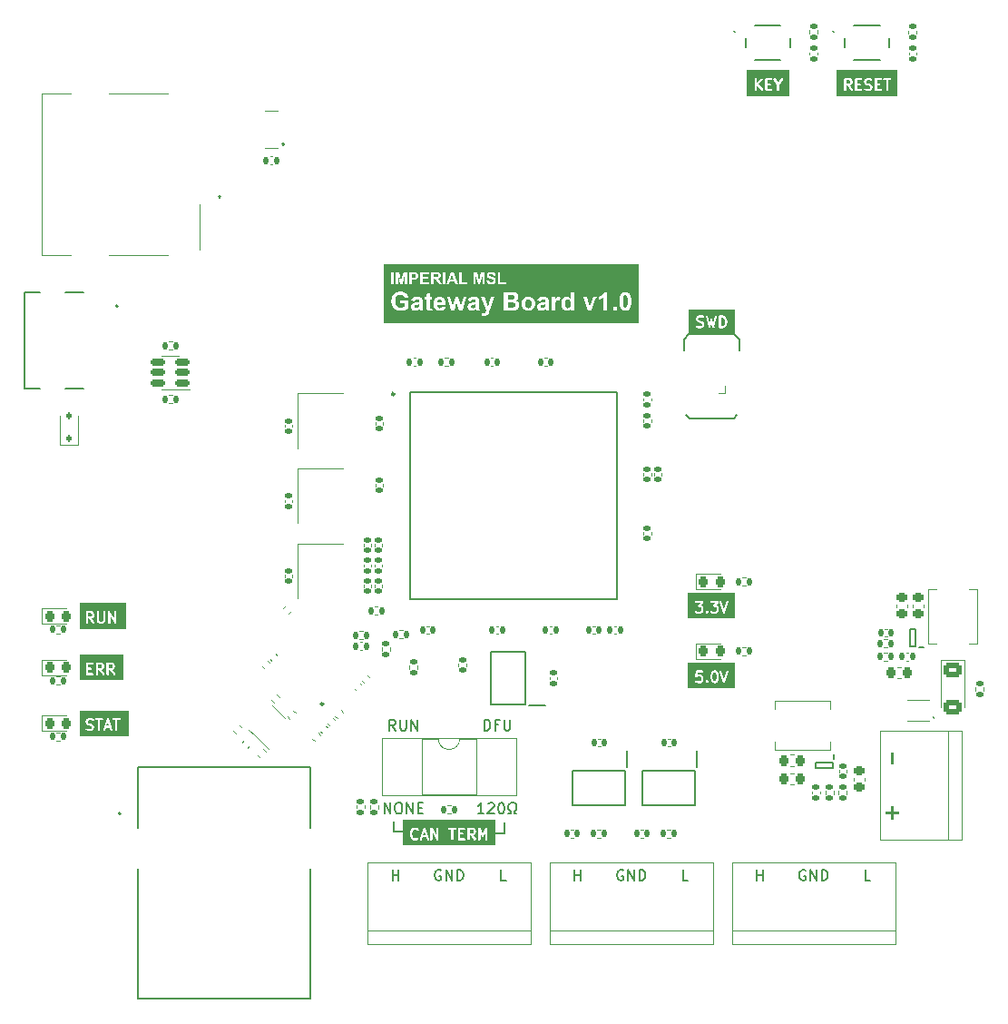
<source format=gbr>
%TF.GenerationSoftware,KiCad,Pcbnew,7.0.1*%
%TF.CreationDate,2023-07-17T00:53:44+01:00*%
%TF.ProjectId,Gateway Board,47617465-7761-4792-9042-6f6172642e6b,rev?*%
%TF.SameCoordinates,Original*%
%TF.FileFunction,Legend,Top*%
%TF.FilePolarity,Positive*%
%FSLAX46Y46*%
G04 Gerber Fmt 4.6, Leading zero omitted, Abs format (unit mm)*
G04 Created by KiCad (PCBNEW 7.0.1) date 2023-07-17 00:53:44*
%MOMM*%
%LPD*%
G01*
G04 APERTURE LIST*
G04 Aperture macros list*
%AMRoundRect*
0 Rectangle with rounded corners*
0 $1 Rounding radius*
0 $2 $3 $4 $5 $6 $7 $8 $9 X,Y pos of 4 corners*
0 Add a 4 corners polygon primitive as box body*
4,1,4,$2,$3,$4,$5,$6,$7,$8,$9,$2,$3,0*
0 Add four circle primitives for the rounded corners*
1,1,$1+$1,$2,$3*
1,1,$1+$1,$4,$5*
1,1,$1+$1,$6,$7*
1,1,$1+$1,$8,$9*
0 Add four rect primitives between the rounded corners*
20,1,$1+$1,$2,$3,$4,$5,0*
20,1,$1+$1,$4,$5,$6,$7,0*
20,1,$1+$1,$6,$7,$8,$9,0*
20,1,$1+$1,$8,$9,$2,$3,0*%
%AMRotRect*
0 Rectangle, with rotation*
0 The origin of the aperture is its center*
0 $1 length*
0 $2 width*
0 $3 Rotation angle, in degrees counterclockwise*
0 Add horizontal line*
21,1,$1,$2,0,0,$3*%
G04 Aperture macros list end*
%ADD10C,0.150000*%
%ADD11C,0.200000*%
%ADD12C,0.500000*%
%ADD13C,0.300000*%
%ADD14C,0.120000*%
%ADD15C,0.100000*%
%ADD16C,0.127000*%
%ADD17C,0.250000*%
%ADD18C,0.010000*%
%ADD19RoundRect,0.140000X-0.170000X0.140000X-0.170000X-0.140000X0.170000X-0.140000X0.170000X0.140000X0*%
%ADD20RoundRect,0.135000X0.135000X0.185000X-0.135000X0.185000X-0.135000X-0.185000X0.135000X-0.185000X0*%
%ADD21RoundRect,0.135000X0.185000X-0.135000X0.185000X0.135000X-0.185000X0.135000X-0.185000X-0.135000X0*%
%ADD22R,2.500000X1.500000*%
%ADD23RoundRect,0.218750X-0.218750X-0.256250X0.218750X-0.256250X0.218750X0.256250X-0.218750X0.256250X0*%
%ADD24RoundRect,0.140000X-0.140000X-0.170000X0.140000X-0.170000X0.140000X0.170000X-0.140000X0.170000X0*%
%ADD25R,0.650000X1.500000*%
%ADD26RoundRect,0.135000X-0.185000X0.135000X-0.185000X-0.135000X0.185000X-0.135000X0.185000X0.135000X0*%
%ADD27C,0.950000*%
%ADD28R,1.400000X0.620000*%
%ADD29R,2.400000X1.100000*%
%ADD30R,1.650000X1.950000*%
%ADD31RoundRect,0.140000X0.170000X-0.140000X0.170000X0.140000X-0.170000X0.140000X-0.170000X-0.140000X0*%
%ADD32RoundRect,0.140000X0.140000X0.170000X-0.140000X0.170000X-0.140000X-0.170000X0.140000X-0.170000X0*%
%ADD33RoundRect,0.135000X-0.226274X-0.035355X-0.035355X-0.226274X0.226274X0.035355X0.035355X0.226274X0*%
%ADD34R,3.000000X3.000000*%
%ADD35C,3.000000*%
%ADD36RoundRect,0.140000X0.219203X0.021213X0.021213X0.219203X-0.219203X-0.021213X-0.021213X-0.219203X0*%
%ADD37RoundRect,0.225000X-0.225000X-0.250000X0.225000X-0.250000X0.225000X0.250000X-0.225000X0.250000X0*%
%ADD38R,1.500000X0.650000*%
%ADD39RoundRect,0.135000X-0.135000X-0.185000X0.135000X-0.185000X0.135000X0.185000X-0.135000X0.185000X0*%
%ADD40RoundRect,0.225000X-0.250000X0.225000X-0.250000X-0.225000X0.250000X-0.225000X0.250000X0.225000X0*%
%ADD41C,5.600000*%
%ADD42RoundRect,0.135000X-0.035355X0.226274X-0.226274X0.035355X0.035355X-0.226274X0.226274X-0.035355X0*%
%ADD43RoundRect,0.140000X-0.219203X-0.021213X-0.021213X-0.219203X0.219203X0.021213X0.021213X0.219203X0*%
%ADD44R,3.100000X1.600000*%
%ADD45R,0.300000X0.475000*%
%ADD46RoundRect,0.135000X0.226274X0.035355X0.035355X0.226274X-0.226274X-0.035355X-0.035355X-0.226274X0*%
%ADD47R,1.500000X2.500000*%
%ADD48RoundRect,0.150000X0.468458X-0.256326X-0.256326X0.468458X-0.468458X0.256326X0.256326X-0.468458X0*%
%ADD49C,0.600000*%
%ADD50O,2.000000X0.900000*%
%ADD51O,1.700000X0.900000*%
%ADD52C,2.374900*%
%ADD53C,0.990600*%
%ADD54C,0.787400*%
%ADD55R,0.475000X0.300000*%
%ADD56RoundRect,0.150000X0.512500X0.150000X-0.512500X0.150000X-0.512500X-0.150000X0.512500X-0.150000X0*%
%ADD57RoundRect,0.225000X0.225000X0.250000X-0.225000X0.250000X-0.225000X-0.250000X0.225000X-0.250000X0*%
%ADD58C,3.330000*%
%ADD59R,1.478000X1.478000*%
%ADD60C,1.478000*%
%ADD61C,1.650000*%
%ADD62C,2.565000*%
%ADD63R,1.050000X0.650000*%
%ADD64RoundRect,0.112500X0.112500X-0.187500X0.112500X0.187500X-0.112500X0.187500X-0.112500X-0.187500X0*%
%ADD65RotRect,0.300000X0.800000X225.000000*%
%ADD66RotRect,0.300000X0.800000X135.000000*%
%ADD67RotRect,2.800000X2.800000X135.000000*%
%ADD68RoundRect,0.140000X-0.021213X0.219203X-0.219203X0.021213X0.021213X-0.219203X0.219203X-0.021213X0*%
%ADD69R,0.450000X0.200000*%
%ADD70R,0.300000X2.800000*%
%ADD71R,0.350000X0.400000*%
%ADD72R,0.500000X0.400000*%
%ADD73R,0.920000X0.285000*%
%ADD74R,1.600000X1.050000*%
%ADD75RoundRect,0.250000X-0.600000X0.400000X-0.600000X-0.400000X0.600000X-0.400000X0.600000X0.400000X0*%
%ADD76R,1.475000X0.300000*%
%ADD77R,0.300000X1.475000*%
G04 APERTURE END LIST*
D10*
X134800000Y-131350000D02*
X133800000Y-131350000D01*
X133800000Y-131350000D02*
X133800000Y-130350000D01*
X144200000Y-131450000D02*
X143200000Y-131450000D01*
X144200000Y-130450000D02*
X144200000Y-131450000D01*
D11*
X150714286Y-135877619D02*
X150714286Y-134877619D01*
X150714286Y-135353809D02*
X151285714Y-135353809D01*
X151285714Y-135877619D02*
X151285714Y-134877619D01*
X167714286Y-135877619D02*
X167714286Y-134877619D01*
X167714286Y-135353809D02*
X168285714Y-135353809D01*
X168285714Y-135877619D02*
X168285714Y-134877619D01*
G36*
X105655049Y-110957423D02*
G01*
X105679719Y-110982093D01*
X105709523Y-111041701D01*
X105709523Y-111137346D01*
X105679719Y-111196954D01*
X105655049Y-111221623D01*
X105595441Y-111251428D01*
X105481365Y-111251428D01*
X105457292Y-111248933D01*
X105452355Y-111251428D01*
X105338095Y-111251428D01*
X105338095Y-110927619D01*
X105595441Y-110927619D01*
X105655049Y-110957423D01*
G37*
G36*
X108838095Y-112392857D02*
G01*
X104557143Y-112392857D01*
X104557143Y-111366260D01*
X105134934Y-111366260D01*
X105138095Y-111373182D01*
X105138095Y-111841998D01*
X105150418Y-111883966D01*
X105194800Y-111922423D01*
X105252927Y-111930780D01*
X105306346Y-111906385D01*
X105338095Y-111856982D01*
X105338095Y-111451428D01*
X105424124Y-111451428D01*
X105735846Y-111896745D01*
X105770008Y-111924060D01*
X105828421Y-111930114D01*
X105880833Y-111903626D01*
X105910606Y-111853008D01*
X105908285Y-111794328D01*
X105811175Y-111655600D01*
X106135521Y-111655600D01*
X106144659Y-111673876D01*
X106150418Y-111693489D01*
X106157559Y-111699677D01*
X106190663Y-111765884D01*
X106194240Y-111782327D01*
X106213723Y-111801810D01*
X106232492Y-111821988D01*
X106234384Y-111822471D01*
X106253756Y-111841844D01*
X106262349Y-111856311D01*
X106286987Y-111868630D01*
X106311178Y-111881840D01*
X106313127Y-111881700D01*
X106379032Y-111914653D01*
X106399208Y-111927619D01*
X106419643Y-111927619D01*
X106439759Y-111931239D01*
X106448487Y-111927619D01*
X106613662Y-111927619D01*
X106637505Y-111930193D01*
X106655781Y-111921054D01*
X106675394Y-111915296D01*
X106681582Y-111908154D01*
X106747790Y-111875050D01*
X106764234Y-111871473D01*
X106783719Y-111851987D01*
X106803893Y-111833222D01*
X106804377Y-111831328D01*
X106823750Y-111811955D01*
X106838215Y-111803364D01*
X106850532Y-111778729D01*
X106863744Y-111754533D01*
X106863604Y-111752585D01*
X106896557Y-111686680D01*
X106909523Y-111666505D01*
X106909523Y-111646070D01*
X106913143Y-111625954D01*
X106909523Y-111617226D01*
X106909523Y-110851739D01*
X107184322Y-110851739D01*
X107185714Y-110854175D01*
X107185714Y-111841998D01*
X107198037Y-111883966D01*
X107242419Y-111922423D01*
X107300546Y-111930780D01*
X107353965Y-111906385D01*
X107385714Y-111856982D01*
X107385714Y-111204175D01*
X107764496Y-111867044D01*
X107769465Y-111883966D01*
X107789693Y-111901493D01*
X107808973Y-111920042D01*
X107811726Y-111920585D01*
X107813847Y-111922423D01*
X107840334Y-111926231D01*
X107866587Y-111931412D01*
X107869196Y-111930380D01*
X107871974Y-111930780D01*
X107896317Y-111919662D01*
X107921202Y-111909829D01*
X107922839Y-111907551D01*
X107925393Y-111906385D01*
X107939862Y-111883869D01*
X107955479Y-111862145D01*
X107955625Y-111859342D01*
X107957142Y-111856982D01*
X107957142Y-111830232D01*
X107958535Y-111803500D01*
X107957142Y-111801062D01*
X107957142Y-110813240D01*
X107944819Y-110771272D01*
X107900437Y-110732815D01*
X107842310Y-110724458D01*
X107788891Y-110748853D01*
X107757142Y-110798256D01*
X107757142Y-111451062D01*
X107378359Y-110788193D01*
X107373391Y-110771272D01*
X107353162Y-110753744D01*
X107333883Y-110735196D01*
X107331129Y-110734652D01*
X107329009Y-110732815D01*
X107302521Y-110729006D01*
X107276269Y-110723826D01*
X107273659Y-110724857D01*
X107270882Y-110724458D01*
X107246538Y-110735575D01*
X107221654Y-110745409D01*
X107220016Y-110747686D01*
X107217463Y-110748853D01*
X107202993Y-110771368D01*
X107187377Y-110793093D01*
X107187231Y-110795895D01*
X107185714Y-110798256D01*
X107185714Y-110825017D01*
X107184322Y-110851739D01*
X106909523Y-110851739D01*
X106909523Y-110813240D01*
X106897200Y-110771272D01*
X106852818Y-110732815D01*
X106794691Y-110724458D01*
X106741272Y-110748853D01*
X106709523Y-110798256D01*
X106709523Y-111613536D01*
X106679719Y-111673143D01*
X106655048Y-111697814D01*
X106595441Y-111727619D01*
X106452177Y-111727619D01*
X106392570Y-111697815D01*
X106367899Y-111673143D01*
X106338095Y-111613536D01*
X106338095Y-110813240D01*
X106325772Y-110771272D01*
X106281390Y-110732815D01*
X106223263Y-110724458D01*
X106169844Y-110748853D01*
X106138095Y-110798256D01*
X106138095Y-111631757D01*
X106135521Y-111655600D01*
X105811175Y-111655600D01*
X105662316Y-111442944D01*
X105675394Y-111439105D01*
X105681582Y-111431963D01*
X105747790Y-111398859D01*
X105764233Y-111395282D01*
X105783712Y-111375802D01*
X105803893Y-111357031D01*
X105804377Y-111355137D01*
X105823748Y-111335766D01*
X105838215Y-111327174D01*
X105850533Y-111302537D01*
X105863744Y-111278344D01*
X105863604Y-111276395D01*
X105896557Y-111210490D01*
X105909523Y-111190315D01*
X105909523Y-111169880D01*
X105913143Y-111149764D01*
X105909523Y-111141036D01*
X105909523Y-111023479D01*
X105912097Y-110999636D01*
X105902958Y-110981358D01*
X105897200Y-110961748D01*
X105890058Y-110955560D01*
X105856953Y-110889349D01*
X105853377Y-110872909D01*
X105833902Y-110853434D01*
X105815126Y-110833248D01*
X105813231Y-110832763D01*
X105793861Y-110813393D01*
X105785269Y-110798927D01*
X105760634Y-110786609D01*
X105736439Y-110773398D01*
X105734489Y-110773537D01*
X105668588Y-110740586D01*
X105648410Y-110727619D01*
X105627974Y-110727619D01*
X105607859Y-110723999D01*
X105599131Y-110727619D01*
X105245249Y-110727619D01*
X105223263Y-110724458D01*
X105203059Y-110733684D01*
X105181748Y-110739942D01*
X105176765Y-110745692D01*
X105169844Y-110748853D01*
X105157835Y-110767538D01*
X105143291Y-110784324D01*
X105142208Y-110791855D01*
X105138095Y-110798256D01*
X105138095Y-110820465D01*
X105134934Y-110842451D01*
X105138095Y-110849373D01*
X105138095Y-111344274D01*
X105134934Y-111366260D01*
X104557143Y-111366260D01*
X104557143Y-110007143D01*
X108838095Y-110007143D01*
X108838095Y-112392857D01*
G37*
X133714286Y-135877619D02*
X133714286Y-134877619D01*
X133714286Y-135353809D02*
X134285714Y-135353809D01*
X134285714Y-135877619D02*
X134285714Y-134877619D01*
X172238095Y-134925238D02*
X172142857Y-134877619D01*
X172142857Y-134877619D02*
X172000000Y-134877619D01*
X172000000Y-134877619D02*
X171857143Y-134925238D01*
X171857143Y-134925238D02*
X171761905Y-135020476D01*
X171761905Y-135020476D02*
X171714286Y-135115714D01*
X171714286Y-135115714D02*
X171666667Y-135306190D01*
X171666667Y-135306190D02*
X171666667Y-135449047D01*
X171666667Y-135449047D02*
X171714286Y-135639523D01*
X171714286Y-135639523D02*
X171761905Y-135734761D01*
X171761905Y-135734761D02*
X171857143Y-135830000D01*
X171857143Y-135830000D02*
X172000000Y-135877619D01*
X172000000Y-135877619D02*
X172095238Y-135877619D01*
X172095238Y-135877619D02*
X172238095Y-135830000D01*
X172238095Y-135830000D02*
X172285714Y-135782380D01*
X172285714Y-135782380D02*
X172285714Y-135449047D01*
X172285714Y-135449047D02*
X172095238Y-135449047D01*
X172714286Y-135877619D02*
X172714286Y-134877619D01*
X172714286Y-134877619D02*
X173285714Y-135877619D01*
X173285714Y-135877619D02*
X173285714Y-134877619D01*
X173761905Y-135877619D02*
X173761905Y-134877619D01*
X173761905Y-134877619D02*
X174000000Y-134877619D01*
X174000000Y-134877619D02*
X174142857Y-134925238D01*
X174142857Y-134925238D02*
X174238095Y-135020476D01*
X174238095Y-135020476D02*
X174285714Y-135115714D01*
X174285714Y-135115714D02*
X174333333Y-135306190D01*
X174333333Y-135306190D02*
X174333333Y-135449047D01*
X174333333Y-135449047D02*
X174285714Y-135639523D01*
X174285714Y-135639523D02*
X174238095Y-135734761D01*
X174238095Y-135734761D02*
X174142857Y-135830000D01*
X174142857Y-135830000D02*
X174000000Y-135877619D01*
X174000000Y-135877619D02*
X173761905Y-135877619D01*
G36*
X164612648Y-83397641D02*
G01*
X164679719Y-83464712D01*
X164715170Y-83535615D01*
X164757142Y-83703501D01*
X164757142Y-83821735D01*
X164715170Y-83989623D01*
X164679718Y-84060525D01*
X164612648Y-84127596D01*
X164507582Y-84162619D01*
X164385714Y-84162619D01*
X164385714Y-83362619D01*
X164507581Y-83362619D01*
X164612648Y-83397641D01*
G37*
G36*
X165640476Y-84992857D02*
G01*
X161359524Y-84992857D01*
X161359524Y-83464283D01*
X162039237Y-83464283D01*
X162042857Y-83473011D01*
X162042857Y-83542948D01*
X162040283Y-83566791D01*
X162049421Y-83585067D01*
X162055180Y-83604680D01*
X162062321Y-83610868D01*
X162095425Y-83677076D01*
X162099003Y-83693519D01*
X162118482Y-83712998D01*
X162137254Y-83733179D01*
X162139147Y-83733663D01*
X162158518Y-83753034D01*
X162167111Y-83767501D01*
X162191747Y-83779819D01*
X162215941Y-83793030D01*
X162217889Y-83792890D01*
X162272679Y-83820285D01*
X162280593Y-83828702D01*
X162298431Y-83833161D01*
X162301472Y-83834682D01*
X162312326Y-83836635D01*
X162488908Y-83880780D01*
X162559811Y-83916232D01*
X162584481Y-83940902D01*
X162614285Y-84000510D01*
X162614285Y-84048536D01*
X162584481Y-84108143D01*
X162559810Y-84132814D01*
X162500203Y-84162619D01*
X162301941Y-84162619D01*
X162160839Y-84115585D01*
X162117127Y-84114004D01*
X162066609Y-84143947D01*
X162040300Y-84196448D01*
X162046550Y-84254841D01*
X162083378Y-84300583D01*
X162242195Y-84353521D01*
X162256351Y-84362619D01*
X162283906Y-84362619D01*
X162311443Y-84363615D01*
X162313123Y-84362619D01*
X162518424Y-84362619D01*
X162542267Y-84365193D01*
X162560543Y-84356054D01*
X162580156Y-84350296D01*
X162586344Y-84343154D01*
X162652552Y-84310050D01*
X162668996Y-84306473D01*
X162688481Y-84286987D01*
X162708655Y-84268222D01*
X162709139Y-84266328D01*
X162728512Y-84246955D01*
X162742977Y-84238364D01*
X162755294Y-84213729D01*
X162768506Y-84189533D01*
X162768366Y-84187585D01*
X162801319Y-84121680D01*
X162814285Y-84101505D01*
X162814285Y-84081070D01*
X162817905Y-84060954D01*
X162814285Y-84052226D01*
X162814285Y-83982288D01*
X162816859Y-83958445D01*
X162807720Y-83940167D01*
X162801962Y-83920557D01*
X162794820Y-83914369D01*
X162761715Y-83848158D01*
X162758139Y-83831718D01*
X162738664Y-83812243D01*
X162719888Y-83792057D01*
X162717993Y-83791572D01*
X162698623Y-83772202D01*
X162690031Y-83757736D01*
X162665396Y-83745418D01*
X162641201Y-83732207D01*
X162639251Y-83732346D01*
X162584463Y-83704952D01*
X162576549Y-83696535D01*
X162558709Y-83692075D01*
X162555669Y-83690555D01*
X162544817Y-83688602D01*
X162368233Y-83644456D01*
X162297331Y-83609005D01*
X162272661Y-83584335D01*
X162242857Y-83524727D01*
X162242857Y-83476701D01*
X162272661Y-83417092D01*
X162297331Y-83392423D01*
X162356939Y-83362619D01*
X162555200Y-83362619D01*
X162696303Y-83409653D01*
X162740014Y-83411234D01*
X162790532Y-83381291D01*
X162816842Y-83328789D01*
X162810591Y-83270397D01*
X162799979Y-83257217D01*
X162943537Y-83257217D01*
X163186007Y-84275589D01*
X163186479Y-84294472D01*
X163200805Y-84315585D01*
X163213472Y-84337742D01*
X163217135Y-84339650D01*
X163219453Y-84343066D01*
X163242917Y-84353080D01*
X163265555Y-84364873D01*
X163269668Y-84364497D01*
X163273464Y-84366118D01*
X163298619Y-84361857D01*
X163324037Y-84359539D01*
X163327293Y-84357000D01*
X163331365Y-84356311D01*
X163350225Y-84339124D01*
X163370353Y-84323435D01*
X163371720Y-84319537D01*
X163374772Y-84316757D01*
X163381345Y-84292105D01*
X163389796Y-84268022D01*
X163388839Y-84264004D01*
X163476190Y-83936437D01*
X163567342Y-84278259D01*
X163568322Y-84297126D01*
X163583214Y-84317851D01*
X163596468Y-84339655D01*
X163600180Y-84341464D01*
X163602590Y-84344817D01*
X163626314Y-84354197D01*
X163649260Y-84365378D01*
X163653362Y-84364892D01*
X163657200Y-84366410D01*
X163682230Y-84361475D01*
X163707578Y-84358475D01*
X163710765Y-84355849D01*
X163714817Y-84355051D01*
X163733209Y-84337364D01*
X163752908Y-84321140D01*
X163754170Y-84317207D01*
X163757146Y-84314346D01*
X163763056Y-84289521D01*
X163766930Y-84277451D01*
X164182553Y-84277451D01*
X164191779Y-84297654D01*
X164198037Y-84318966D01*
X164203787Y-84323948D01*
X164206948Y-84330870D01*
X164225633Y-84342878D01*
X164242419Y-84357423D01*
X164249950Y-84358505D01*
X164256351Y-84362619D01*
X164278560Y-84362619D01*
X164300546Y-84365780D01*
X164307468Y-84362619D01*
X164511269Y-84362619D01*
X164527576Y-84366773D01*
X164553715Y-84358059D01*
X164580156Y-84350296D01*
X164581435Y-84348819D01*
X164693176Y-84311572D01*
X164716614Y-84306473D01*
X164731064Y-84292022D01*
X164747847Y-84280359D01*
X164751459Y-84271627D01*
X164823749Y-84199336D01*
X164838215Y-84190745D01*
X164850528Y-84166118D01*
X164863745Y-84141914D01*
X164863605Y-84139964D01*
X164890999Y-84085176D01*
X164899416Y-84077263D01*
X164903875Y-84059424D01*
X164905396Y-84056384D01*
X164907349Y-84045529D01*
X164950165Y-83874266D01*
X164957142Y-83863410D01*
X164957142Y-83846359D01*
X164957644Y-83844351D01*
X164957142Y-83832005D01*
X164957142Y-83707649D01*
X164961278Y-83695423D01*
X164957142Y-83678879D01*
X164957142Y-83676811D01*
X164953662Y-83664960D01*
X164910857Y-83493739D01*
X164912097Y-83482255D01*
X164903875Y-83465811D01*
X164903050Y-83462511D01*
X164897466Y-83452994D01*
X164856955Y-83371972D01*
X164853378Y-83355528D01*
X164833891Y-83336041D01*
X164815126Y-83315867D01*
X164813232Y-83315382D01*
X164741182Y-83243333D01*
X164726144Y-83224655D01*
X164706758Y-83218193D01*
X164688820Y-83208398D01*
X164679395Y-83209072D01*
X164567327Y-83171716D01*
X164553172Y-83162619D01*
X164525617Y-83162619D01*
X164498079Y-83161623D01*
X164496399Y-83162619D01*
X164292868Y-83162619D01*
X164270882Y-83159458D01*
X164250678Y-83168684D01*
X164229367Y-83174942D01*
X164224384Y-83180692D01*
X164217463Y-83183853D01*
X164205454Y-83202538D01*
X164190910Y-83219324D01*
X164189827Y-83226855D01*
X164185714Y-83233256D01*
X164185714Y-83255465D01*
X164182553Y-83277451D01*
X164185714Y-83284373D01*
X164185714Y-84255465D01*
X164182553Y-84277451D01*
X163766930Y-84277451D01*
X163770855Y-84265225D01*
X163769791Y-84261235D01*
X164005373Y-83271793D01*
X164003106Y-83228112D01*
X163968838Y-83180421D01*
X163914228Y-83158828D01*
X163856611Y-83170187D01*
X163814282Y-83210893D01*
X163661177Y-83853931D01*
X163575863Y-83534002D01*
X163575425Y-83516479D01*
X163560340Y-83494249D01*
X163546388Y-83471297D01*
X163543965Y-83470116D01*
X163542451Y-83467885D01*
X163517732Y-83457335D01*
X163493596Y-83445575D01*
X163490920Y-83445891D01*
X163488440Y-83444833D01*
X163461938Y-83449321D01*
X163435278Y-83452477D01*
X163433198Y-83454189D01*
X163430539Y-83454640D01*
X163410681Y-83472735D01*
X163389948Y-83489812D01*
X163389123Y-83492379D01*
X163387132Y-83494195D01*
X163380211Y-83520148D01*
X163372001Y-83545728D01*
X163372695Y-83548332D01*
X163291202Y-83853930D01*
X163141569Y-83225469D01*
X163119861Y-83187497D01*
X163067778Y-83160365D01*
X163009296Y-83165699D01*
X162962980Y-83201803D01*
X162943537Y-83257217D01*
X162799979Y-83257217D01*
X162773763Y-83224655D01*
X162614946Y-83171716D01*
X162600791Y-83162619D01*
X162573236Y-83162619D01*
X162545698Y-83161623D01*
X162544018Y-83162619D01*
X162338717Y-83162619D01*
X162314874Y-83160045D01*
X162296596Y-83169183D01*
X162276986Y-83174942D01*
X162270798Y-83182083D01*
X162204587Y-83215188D01*
X162188147Y-83218765D01*
X162168672Y-83238239D01*
X162148486Y-83257016D01*
X162148001Y-83258910D01*
X162128631Y-83278280D01*
X162114165Y-83286873D01*
X162101847Y-83311507D01*
X162088636Y-83335703D01*
X162088775Y-83337652D01*
X162055824Y-83403553D01*
X162042857Y-83423732D01*
X162042857Y-83444168D01*
X162039237Y-83464283D01*
X161359524Y-83464283D01*
X161359524Y-82607143D01*
X165640476Y-82607143D01*
X165640476Y-84992857D01*
G37*
X142285714Y-121877619D02*
X142285714Y-120877619D01*
X142285714Y-120877619D02*
X142523809Y-120877619D01*
X142523809Y-120877619D02*
X142666666Y-120925238D01*
X142666666Y-120925238D02*
X142761904Y-121020476D01*
X142761904Y-121020476D02*
X142809523Y-121115714D01*
X142809523Y-121115714D02*
X142857142Y-121306190D01*
X142857142Y-121306190D02*
X142857142Y-121449047D01*
X142857142Y-121449047D02*
X142809523Y-121639523D01*
X142809523Y-121639523D02*
X142761904Y-121734761D01*
X142761904Y-121734761D02*
X142666666Y-121830000D01*
X142666666Y-121830000D02*
X142523809Y-121877619D01*
X142523809Y-121877619D02*
X142285714Y-121877619D01*
X143619047Y-121353809D02*
X143285714Y-121353809D01*
X143285714Y-121877619D02*
X143285714Y-120877619D01*
X143285714Y-120877619D02*
X143761904Y-120877619D01*
X144142857Y-120877619D02*
X144142857Y-121687142D01*
X144142857Y-121687142D02*
X144190476Y-121782380D01*
X144190476Y-121782380D02*
X144238095Y-121830000D01*
X144238095Y-121830000D02*
X144333333Y-121877619D01*
X144333333Y-121877619D02*
X144523809Y-121877619D01*
X144523809Y-121877619D02*
X144619047Y-121830000D01*
X144619047Y-121830000D02*
X144666666Y-121782380D01*
X144666666Y-121782380D02*
X144714285Y-121687142D01*
X144714285Y-121687142D02*
X144714285Y-120877619D01*
X155238095Y-134925238D02*
X155142857Y-134877619D01*
X155142857Y-134877619D02*
X155000000Y-134877619D01*
X155000000Y-134877619D02*
X154857143Y-134925238D01*
X154857143Y-134925238D02*
X154761905Y-135020476D01*
X154761905Y-135020476D02*
X154714286Y-135115714D01*
X154714286Y-135115714D02*
X154666667Y-135306190D01*
X154666667Y-135306190D02*
X154666667Y-135449047D01*
X154666667Y-135449047D02*
X154714286Y-135639523D01*
X154714286Y-135639523D02*
X154761905Y-135734761D01*
X154761905Y-135734761D02*
X154857143Y-135830000D01*
X154857143Y-135830000D02*
X155000000Y-135877619D01*
X155000000Y-135877619D02*
X155095238Y-135877619D01*
X155095238Y-135877619D02*
X155238095Y-135830000D01*
X155238095Y-135830000D02*
X155285714Y-135782380D01*
X155285714Y-135782380D02*
X155285714Y-135449047D01*
X155285714Y-135449047D02*
X155095238Y-135449047D01*
X155714286Y-135877619D02*
X155714286Y-134877619D01*
X155714286Y-134877619D02*
X156285714Y-135877619D01*
X156285714Y-135877619D02*
X156285714Y-134877619D01*
X156761905Y-135877619D02*
X156761905Y-134877619D01*
X156761905Y-134877619D02*
X157000000Y-134877619D01*
X157000000Y-134877619D02*
X157142857Y-134925238D01*
X157142857Y-134925238D02*
X157238095Y-135020476D01*
X157238095Y-135020476D02*
X157285714Y-135115714D01*
X157285714Y-135115714D02*
X157333333Y-135306190D01*
X157333333Y-135306190D02*
X157333333Y-135449047D01*
X157333333Y-135449047D02*
X157285714Y-135639523D01*
X157285714Y-135639523D02*
X157238095Y-135734761D01*
X157238095Y-135734761D02*
X157142857Y-135830000D01*
X157142857Y-135830000D02*
X157000000Y-135877619D01*
X157000000Y-135877619D02*
X156761905Y-135877619D01*
G36*
X136789828Y-131641904D02*
G01*
X136591124Y-131641904D01*
X136690475Y-131343846D01*
X136789828Y-131641904D01*
G37*
G36*
X141250288Y-131157423D02*
G01*
X141274958Y-131182093D01*
X141304762Y-131241701D01*
X141304762Y-131337346D01*
X141274958Y-131396954D01*
X141250288Y-131421623D01*
X141190680Y-131451428D01*
X141076604Y-131451428D01*
X141052531Y-131448933D01*
X141047594Y-131451428D01*
X140933334Y-131451428D01*
X140933334Y-131127619D01*
X141190680Y-131127619D01*
X141250288Y-131157423D01*
G37*
G36*
X143330953Y-132592857D02*
G01*
X134669048Y-132592857D01*
X134669048Y-131594814D01*
X135348245Y-131594814D01*
X135352381Y-131611358D01*
X135352381Y-131613426D01*
X135355860Y-131625276D01*
X135398665Y-131796496D01*
X135397426Y-131807981D01*
X135405647Y-131824424D01*
X135406473Y-131827726D01*
X135412058Y-131837246D01*
X135452568Y-131918265D01*
X135456145Y-131934708D01*
X135475627Y-131954190D01*
X135494397Y-131974369D01*
X135496289Y-131974852D01*
X135568334Y-132046898D01*
X135583378Y-132065583D01*
X135602763Y-132072044D01*
X135620703Y-132081841D01*
X135630129Y-132081166D01*
X135742195Y-132118521D01*
X135756351Y-132127619D01*
X135783906Y-132127619D01*
X135811443Y-132128615D01*
X135813123Y-132127619D01*
X135868412Y-132127619D01*
X135884719Y-132131773D01*
X135910858Y-132123059D01*
X135937299Y-132115296D01*
X135938578Y-132113819D01*
X136050317Y-132076572D01*
X136073758Y-132071473D01*
X136088210Y-132057020D01*
X136093493Y-132053349D01*
X136256147Y-132053349D01*
X136286090Y-132103867D01*
X136338592Y-132130176D01*
X136396984Y-132123926D01*
X136442726Y-132087098D01*
X136524457Y-131841904D01*
X136856495Y-131841904D01*
X136933488Y-132072882D01*
X136958450Y-132108800D01*
X137012715Y-132131249D01*
X137070502Y-132120795D01*
X137113465Y-132080760D01*
X137127963Y-132023852D01*
X137030919Y-131732722D01*
X137031732Y-131727072D01*
X137021750Y-131705215D01*
X136803925Y-131051739D01*
X137255751Y-131051739D01*
X137257143Y-131054175D01*
X137257143Y-132041998D01*
X137269466Y-132083966D01*
X137313848Y-132122423D01*
X137371975Y-132130780D01*
X137425394Y-132106385D01*
X137457143Y-132056982D01*
X137457143Y-131404175D01*
X137835925Y-132067044D01*
X137840894Y-132083966D01*
X137861122Y-132101493D01*
X137880402Y-132120042D01*
X137883155Y-132120585D01*
X137885276Y-132122423D01*
X137911763Y-132126231D01*
X137938016Y-132131412D01*
X137940625Y-132130380D01*
X137943403Y-132130780D01*
X137967746Y-132119662D01*
X137992631Y-132109829D01*
X137994268Y-132107551D01*
X137996822Y-132106385D01*
X138011291Y-132083869D01*
X138026908Y-132062145D01*
X138027054Y-132059342D01*
X138028571Y-132056982D01*
X138028571Y-132030232D01*
X138029964Y-132003500D01*
X138028571Y-132001062D01*
X138028571Y-131042451D01*
X138920649Y-131042451D01*
X138945044Y-131095870D01*
X138994447Y-131127619D01*
X139209524Y-131127619D01*
X139209524Y-132041998D01*
X139221847Y-132083966D01*
X139266229Y-132122423D01*
X139324356Y-132130780D01*
X139377775Y-132106385D01*
X139409524Y-132056982D01*
X139409524Y-132042451D01*
X139825411Y-132042451D01*
X139834637Y-132062654D01*
X139840895Y-132083966D01*
X139846645Y-132088948D01*
X139849806Y-132095870D01*
X139868491Y-132107878D01*
X139885277Y-132122423D01*
X139892808Y-132123505D01*
X139899209Y-132127619D01*
X139921418Y-132127619D01*
X139943404Y-132130780D01*
X139950326Y-132127619D01*
X140419141Y-132127619D01*
X140461109Y-132115296D01*
X140499566Y-132070914D01*
X140507923Y-132012787D01*
X140483528Y-131959368D01*
X140434125Y-131927619D01*
X140028572Y-131927619D01*
X140028572Y-131603809D01*
X140276284Y-131603809D01*
X140318252Y-131591486D01*
X140340110Y-131566260D01*
X140730173Y-131566260D01*
X140733334Y-131573182D01*
X140733334Y-132041998D01*
X140745657Y-132083966D01*
X140790039Y-132122423D01*
X140848166Y-132130780D01*
X140901585Y-132106385D01*
X140933334Y-132056982D01*
X140933334Y-131651428D01*
X141019363Y-131651428D01*
X141331085Y-132096745D01*
X141365247Y-132124060D01*
X141423660Y-132130114D01*
X141476072Y-132103626D01*
X141505845Y-132053008D01*
X141503524Y-131994328D01*
X141257555Y-131642944D01*
X141270633Y-131639105D01*
X141276821Y-131631963D01*
X141343029Y-131598859D01*
X141359472Y-131595282D01*
X141378951Y-131575802D01*
X141399132Y-131557031D01*
X141399616Y-131555137D01*
X141418987Y-131535766D01*
X141433454Y-131527174D01*
X141445772Y-131502537D01*
X141458983Y-131478344D01*
X141458843Y-131476395D01*
X141491796Y-131410490D01*
X141504762Y-131390315D01*
X141504762Y-131369880D01*
X141508382Y-131349764D01*
X141504762Y-131341036D01*
X141504762Y-131223479D01*
X141507336Y-131199636D01*
X141498197Y-131181358D01*
X141492439Y-131161748D01*
X141485297Y-131155560D01*
X141452192Y-131089349D01*
X141448616Y-131072909D01*
X141429141Y-131053434D01*
X141419714Y-131043299D01*
X141730299Y-131043299D01*
X141733334Y-131049803D01*
X141733334Y-132041998D01*
X141745657Y-132083966D01*
X141790039Y-132122423D01*
X141848166Y-132130780D01*
X141901585Y-132106385D01*
X141933334Y-132056982D01*
X141933334Y-131478375D01*
X142075707Y-131783462D01*
X142087343Y-131809505D01*
X142100582Y-131818168D01*
X142111044Y-131830042D01*
X142124647Y-131833915D01*
X142136482Y-131841659D01*
X142152304Y-131841789D01*
X142167525Y-131846123D01*
X142181063Y-131842026D01*
X142195206Y-131842143D01*
X142208587Y-131833697D01*
X142223733Y-131829115D01*
X142232907Y-131818349D01*
X142244868Y-131810801D01*
X142251558Y-131796463D01*
X142261824Y-131784418D01*
X142263721Y-131770399D01*
X142400000Y-131478375D01*
X142400000Y-132041998D01*
X142412323Y-132083966D01*
X142456705Y-132122423D01*
X142514832Y-132130780D01*
X142568251Y-132106385D01*
X142600000Y-132056982D01*
X142600000Y-131035187D01*
X142603280Y-131013635D01*
X142594049Y-130992975D01*
X142587677Y-130971272D01*
X142582253Y-130966572D01*
X142579325Y-130960018D01*
X142560391Y-130947629D01*
X142543295Y-130932815D01*
X142536190Y-130931793D01*
X142530185Y-130927864D01*
X142507561Y-130927677D01*
X142485168Y-130924458D01*
X142478639Y-130927439D01*
X142471461Y-130927380D01*
X142452326Y-130939455D01*
X142431749Y-130948853D01*
X142427868Y-130954891D01*
X142421799Y-130958722D01*
X142412232Y-130979221D01*
X142400000Y-130998256D01*
X142400000Y-131005434D01*
X142166667Y-131505432D01*
X141927151Y-130992184D01*
X141921011Y-130971272D01*
X141903914Y-130956457D01*
X141888957Y-130939481D01*
X141882053Y-130937515D01*
X141876629Y-130932815D01*
X141854236Y-130929595D01*
X141832476Y-130923400D01*
X141825604Y-130925479D01*
X141818502Y-130924458D01*
X141797926Y-130933854D01*
X141776268Y-130940408D01*
X141771612Y-130945871D01*
X141765083Y-130948853D01*
X141752852Y-130967884D01*
X141738177Y-130985105D01*
X141737214Y-130992218D01*
X141733334Y-130998256D01*
X141733334Y-131020880D01*
X141730299Y-131043299D01*
X141419714Y-131043299D01*
X141410365Y-131033248D01*
X141408470Y-131032763D01*
X141389100Y-131013393D01*
X141380508Y-130998927D01*
X141355873Y-130986609D01*
X141331678Y-130973398D01*
X141329728Y-130973537D01*
X141263827Y-130940586D01*
X141243649Y-130927619D01*
X141223213Y-130927619D01*
X141203098Y-130923999D01*
X141194370Y-130927619D01*
X140840488Y-130927619D01*
X140818502Y-130924458D01*
X140798298Y-130933684D01*
X140776987Y-130939942D01*
X140772004Y-130945692D01*
X140765083Y-130948853D01*
X140753074Y-130967538D01*
X140738530Y-130984324D01*
X140737447Y-130991855D01*
X140733334Y-130998256D01*
X140733334Y-131020465D01*
X140730173Y-131042451D01*
X140733334Y-131049373D01*
X140733334Y-131544274D01*
X140730173Y-131566260D01*
X140340110Y-131566260D01*
X140356709Y-131547104D01*
X140365066Y-131488977D01*
X140340671Y-131435558D01*
X140291268Y-131403809D01*
X140028572Y-131403809D01*
X140028572Y-131127619D01*
X140419141Y-131127619D01*
X140461109Y-131115296D01*
X140499566Y-131070914D01*
X140507923Y-131012787D01*
X140483528Y-130959368D01*
X140434125Y-130927619D01*
X139935726Y-130927619D01*
X139913740Y-130924458D01*
X139893536Y-130933684D01*
X139872225Y-130939942D01*
X139867242Y-130945692D01*
X139860321Y-130948853D01*
X139848312Y-130967538D01*
X139833768Y-130984324D01*
X139832685Y-130991855D01*
X139828572Y-130998256D01*
X139828572Y-131020465D01*
X139825411Y-131042451D01*
X139828572Y-131049373D01*
X139828572Y-131496655D01*
X139825411Y-131518641D01*
X139828572Y-131525563D01*
X139828572Y-132020465D01*
X139825411Y-132042451D01*
X139409524Y-132042451D01*
X139409524Y-131127619D01*
X139609617Y-131127619D01*
X139651585Y-131115296D01*
X139690042Y-131070914D01*
X139698399Y-131012787D01*
X139674004Y-130959368D01*
X139624601Y-130927619D01*
X139316678Y-130927619D01*
X139294692Y-130924458D01*
X139287770Y-130927619D01*
X139009431Y-130927619D01*
X138967463Y-130939942D01*
X138929006Y-130984324D01*
X138920649Y-131042451D01*
X138028571Y-131042451D01*
X138028571Y-131013240D01*
X138016248Y-130971272D01*
X137971866Y-130932815D01*
X137913739Y-130924458D01*
X137860320Y-130948853D01*
X137828571Y-130998256D01*
X137828571Y-131651062D01*
X137449788Y-130988193D01*
X137444820Y-130971272D01*
X137424591Y-130953744D01*
X137405312Y-130935196D01*
X137402558Y-130934652D01*
X137400438Y-130932815D01*
X137373950Y-130929006D01*
X137347698Y-130923826D01*
X137345088Y-130924857D01*
X137342311Y-130924458D01*
X137317967Y-130935575D01*
X137293083Y-130945409D01*
X137291445Y-130947686D01*
X137288892Y-130948853D01*
X137274422Y-130971368D01*
X137258806Y-130993093D01*
X137258660Y-130995895D01*
X137257143Y-130998256D01*
X137257143Y-131025017D01*
X137255751Y-131051739D01*
X136803925Y-131051739D01*
X136791064Y-131013157D01*
X136791472Y-131001890D01*
X136781958Y-130985839D01*
X136780797Y-130982355D01*
X136774655Y-130973518D01*
X136761529Y-130951372D01*
X136758053Y-130949630D01*
X136755835Y-130946438D01*
X136732038Y-130936593D01*
X136709027Y-130925062D01*
X136705163Y-130925475D01*
X136701570Y-130923989D01*
X136676226Y-130928573D01*
X136650635Y-130931313D01*
X136647607Y-130933750D01*
X136643783Y-130934442D01*
X136624945Y-130951995D01*
X136604893Y-130968140D01*
X136603664Y-130971826D01*
X136600819Y-130974478D01*
X136594461Y-130999435D01*
X136363796Y-131691431D01*
X136357577Y-131698609D01*
X136354674Y-131718796D01*
X136257728Y-132009637D01*
X136256147Y-132053349D01*
X136093493Y-132053349D01*
X136104990Y-132045359D01*
X136108601Y-132036628D01*
X136152307Y-131992922D01*
X136173268Y-131954533D01*
X136169078Y-131895957D01*
X136133885Y-131848946D01*
X136078862Y-131828423D01*
X136021479Y-131840907D01*
X135969790Y-131892596D01*
X135864725Y-131927619D01*
X135801941Y-131927619D01*
X135696875Y-131892597D01*
X135629804Y-131825524D01*
X135594352Y-131754621D01*
X135552381Y-131586736D01*
X135552381Y-131468502D01*
X135594352Y-131300614D01*
X135629804Y-131229711D01*
X135696874Y-131162641D01*
X135801940Y-131127619D01*
X135864724Y-131127619D01*
X135969791Y-131162641D01*
X136010885Y-131203735D01*
X136049274Y-131224697D01*
X136107850Y-131220507D01*
X136154861Y-131185315D01*
X136175384Y-131130292D01*
X136162901Y-131072909D01*
X136098325Y-131008333D01*
X136083287Y-130989655D01*
X136063901Y-130983193D01*
X136045963Y-130973398D01*
X136036538Y-130974072D01*
X135924470Y-130936716D01*
X135910315Y-130927619D01*
X135882760Y-130927619D01*
X135855222Y-130926623D01*
X135853542Y-130927619D01*
X135798252Y-130927619D01*
X135781947Y-130923465D01*
X135755806Y-130932178D01*
X135729367Y-130939942D01*
X135728087Y-130941418D01*
X135616349Y-130978664D01*
X135592909Y-130983764D01*
X135578456Y-130998216D01*
X135561676Y-131009879D01*
X135558064Y-131018608D01*
X135485773Y-131090900D01*
X135471308Y-131099492D01*
X135458990Y-131124126D01*
X135445779Y-131148322D01*
X135445918Y-131150271D01*
X135418524Y-131205059D01*
X135410107Y-131212974D01*
X135405647Y-131230814D01*
X135404127Y-131233854D01*
X135402174Y-131244705D01*
X135359357Y-131415970D01*
X135352381Y-131426827D01*
X135352381Y-131443878D01*
X135351879Y-131445886D01*
X135352381Y-131458232D01*
X135352381Y-131582588D01*
X135348245Y-131594814D01*
X134669048Y-131594814D01*
X134669048Y-130207143D01*
X143330953Y-130207143D01*
X143330953Y-132592857D01*
G37*
X142261904Y-129627619D02*
X141690476Y-129627619D01*
X141976190Y-129627619D02*
X141976190Y-128627619D01*
X141976190Y-128627619D02*
X141880952Y-128770476D01*
X141880952Y-128770476D02*
X141785714Y-128865714D01*
X141785714Y-128865714D02*
X141690476Y-128913333D01*
X142642857Y-128722857D02*
X142690476Y-128675238D01*
X142690476Y-128675238D02*
X142785714Y-128627619D01*
X142785714Y-128627619D02*
X143023809Y-128627619D01*
X143023809Y-128627619D02*
X143119047Y-128675238D01*
X143119047Y-128675238D02*
X143166666Y-128722857D01*
X143166666Y-128722857D02*
X143214285Y-128818095D01*
X143214285Y-128818095D02*
X143214285Y-128913333D01*
X143214285Y-128913333D02*
X143166666Y-129056190D01*
X143166666Y-129056190D02*
X142595238Y-129627619D01*
X142595238Y-129627619D02*
X143214285Y-129627619D01*
X143833333Y-128627619D02*
X143928571Y-128627619D01*
X143928571Y-128627619D02*
X144023809Y-128675238D01*
X144023809Y-128675238D02*
X144071428Y-128722857D01*
X144071428Y-128722857D02*
X144119047Y-128818095D01*
X144119047Y-128818095D02*
X144166666Y-129008571D01*
X144166666Y-129008571D02*
X144166666Y-129246666D01*
X144166666Y-129246666D02*
X144119047Y-129437142D01*
X144119047Y-129437142D02*
X144071428Y-129532380D01*
X144071428Y-129532380D02*
X144023809Y-129580000D01*
X144023809Y-129580000D02*
X143928571Y-129627619D01*
X143928571Y-129627619D02*
X143833333Y-129627619D01*
X143833333Y-129627619D02*
X143738095Y-129580000D01*
X143738095Y-129580000D02*
X143690476Y-129532380D01*
X143690476Y-129532380D02*
X143642857Y-129437142D01*
X143642857Y-129437142D02*
X143595238Y-129246666D01*
X143595238Y-129246666D02*
X143595238Y-129008571D01*
X143595238Y-129008571D02*
X143642857Y-128818095D01*
X143642857Y-128818095D02*
X143690476Y-128722857D01*
X143690476Y-128722857D02*
X143738095Y-128675238D01*
X143738095Y-128675238D02*
X143833333Y-128627619D01*
X144547619Y-129627619D02*
X144785714Y-129627619D01*
X144785714Y-129627619D02*
X144785714Y-129437142D01*
X144785714Y-129437142D02*
X144690476Y-129389523D01*
X144690476Y-129389523D02*
X144595238Y-129294285D01*
X144595238Y-129294285D02*
X144547619Y-129151428D01*
X144547619Y-129151428D02*
X144547619Y-128913333D01*
X144547619Y-128913333D02*
X144595238Y-128770476D01*
X144595238Y-128770476D02*
X144690476Y-128675238D01*
X144690476Y-128675238D02*
X144833333Y-128627619D01*
X144833333Y-128627619D02*
X145023809Y-128627619D01*
X145023809Y-128627619D02*
X145166666Y-128675238D01*
X145166666Y-128675238D02*
X145261904Y-128770476D01*
X145261904Y-128770476D02*
X145309523Y-128913333D01*
X145309523Y-128913333D02*
X145309523Y-129151428D01*
X145309523Y-129151428D02*
X145261904Y-129294285D01*
X145261904Y-129294285D02*
X145166666Y-129389523D01*
X145166666Y-129389523D02*
X145071428Y-129437142D01*
X145071428Y-129437142D02*
X145071428Y-129627619D01*
X145071428Y-129627619D02*
X145309523Y-129627619D01*
G36*
X165711905Y-111442857D02*
G01*
X161288096Y-111442857D01*
X161288096Y-110774944D01*
X161919853Y-110774944D01*
X161932336Y-110832327D01*
X161991852Y-110891844D01*
X162000445Y-110906311D01*
X162025083Y-110918630D01*
X162049274Y-110931840D01*
X162051223Y-110931700D01*
X162117128Y-110964653D01*
X162137304Y-110977619D01*
X162157739Y-110977619D01*
X162177855Y-110981239D01*
X162186583Y-110977619D01*
X162446996Y-110977619D01*
X162470839Y-110980193D01*
X162489115Y-110971054D01*
X162508728Y-110965296D01*
X162514916Y-110958154D01*
X162581124Y-110925050D01*
X162597568Y-110921473D01*
X162617053Y-110901987D01*
X162637227Y-110883222D01*
X162637711Y-110881328D01*
X162657084Y-110861955D01*
X162671549Y-110853364D01*
X162683866Y-110828729D01*
X162687232Y-110822565D01*
X162919853Y-110822565D01*
X162924574Y-110844269D01*
X162926160Y-110866423D01*
X162930719Y-110872513D01*
X162932337Y-110879948D01*
X162948041Y-110895652D01*
X162961353Y-110913434D01*
X162968482Y-110916093D01*
X162982669Y-110930280D01*
X162983752Y-110933966D01*
X162997817Y-110946153D01*
X163008971Y-110961053D01*
X163019578Y-110965009D01*
X163028134Y-110972423D01*
X163039340Y-110974034D01*
X163049275Y-110979459D01*
X163056863Y-110978916D01*
X163063994Y-110981576D01*
X163075056Y-110979169D01*
X163086261Y-110980780D01*
X163096560Y-110976076D01*
X163107851Y-110975269D01*
X163113941Y-110970709D01*
X163121377Y-110969092D01*
X163129380Y-110961088D01*
X163139680Y-110956385D01*
X163145801Y-110946859D01*
X163154862Y-110940077D01*
X163157521Y-110932947D01*
X163184698Y-110905770D01*
X163202481Y-110892459D01*
X163210244Y-110871646D01*
X163220888Y-110852154D01*
X163220345Y-110844566D01*
X163223005Y-110837436D01*
X163218282Y-110815726D01*
X163216698Y-110793578D01*
X163212139Y-110787488D01*
X163210522Y-110780053D01*
X163205413Y-110774944D01*
X163348424Y-110774944D01*
X163360907Y-110832327D01*
X163420423Y-110891844D01*
X163429016Y-110906311D01*
X163453654Y-110918630D01*
X163477845Y-110931840D01*
X163479794Y-110931700D01*
X163545699Y-110964653D01*
X163565875Y-110977619D01*
X163586310Y-110977619D01*
X163606426Y-110981239D01*
X163615154Y-110977619D01*
X163875567Y-110977619D01*
X163899410Y-110980193D01*
X163917686Y-110971054D01*
X163937299Y-110965296D01*
X163943487Y-110958154D01*
X164009695Y-110925050D01*
X164026139Y-110921473D01*
X164045624Y-110901987D01*
X164065798Y-110883222D01*
X164066282Y-110881328D01*
X164085655Y-110861955D01*
X164100120Y-110853364D01*
X164112437Y-110828729D01*
X164125649Y-110804533D01*
X164125509Y-110802585D01*
X164158462Y-110736680D01*
X164171428Y-110716505D01*
X164171428Y-110696070D01*
X164175048Y-110675954D01*
X164171428Y-110667226D01*
X164171428Y-110454431D01*
X164174002Y-110430588D01*
X164164863Y-110412310D01*
X164159105Y-110392700D01*
X164151963Y-110386512D01*
X164118858Y-110320301D01*
X164115282Y-110303861D01*
X164095807Y-110284386D01*
X164077031Y-110264200D01*
X164075136Y-110263715D01*
X164055766Y-110244345D01*
X164047174Y-110229879D01*
X164022539Y-110217561D01*
X163998344Y-110204350D01*
X163996394Y-110204489D01*
X163942063Y-110177323D01*
X164127522Y-109965370D01*
X164127775Y-109965296D01*
X164146939Y-109943178D01*
X164156154Y-109932648D01*
X164156256Y-109932426D01*
X164166232Y-109920914D01*
X164168329Y-109906324D01*
X164174516Y-109892949D01*
X164172910Y-109881386D01*
X164252989Y-109881386D01*
X164589887Y-110892079D01*
X164589480Y-110903349D01*
X164598995Y-110919402D01*
X164600155Y-110922882D01*
X164606289Y-110931709D01*
X164619423Y-110953867D01*
X164622899Y-110955609D01*
X164625117Y-110958800D01*
X164648908Y-110968642D01*
X164671925Y-110980176D01*
X164675788Y-110979762D01*
X164679382Y-110981249D01*
X164704712Y-110976666D01*
X164730317Y-110973926D01*
X164733347Y-110971486D01*
X164737169Y-110970795D01*
X164755995Y-110953251D01*
X164776059Y-110937098D01*
X164777288Y-110933409D01*
X164780132Y-110930760D01*
X164786488Y-110905809D01*
X165123224Y-109895601D01*
X165124805Y-109851890D01*
X165094862Y-109801372D01*
X165042360Y-109775062D01*
X164983968Y-109781313D01*
X164938226Y-109818140D01*
X164690476Y-110561390D01*
X164447464Y-109832355D01*
X164422502Y-109796438D01*
X164368237Y-109773989D01*
X164310450Y-109784442D01*
X164267486Y-109824478D01*
X164252989Y-109881386D01*
X164172910Y-109881386D01*
X164172421Y-109877863D01*
X164174589Y-109862787D01*
X164168466Y-109849381D01*
X164166440Y-109834782D01*
X164156520Y-109823222D01*
X164150194Y-109809368D01*
X164137795Y-109801400D01*
X164128198Y-109790215D01*
X164113603Y-109785852D01*
X164100791Y-109777619D01*
X164086055Y-109777619D01*
X164071932Y-109773398D01*
X164057296Y-109777619D01*
X163438002Y-109777619D01*
X163396034Y-109789942D01*
X163357577Y-109834324D01*
X163349220Y-109892451D01*
X163373615Y-109945870D01*
X163423018Y-109977619D01*
X163851052Y-109977619D01*
X163682000Y-110170819D01*
X163681748Y-110170894D01*
X163662583Y-110193011D01*
X163653369Y-110203542D01*
X163653266Y-110203763D01*
X163643291Y-110215276D01*
X163641193Y-110229865D01*
X163635007Y-110243241D01*
X163637101Y-110258326D01*
X163634934Y-110273403D01*
X163641056Y-110286808D01*
X163643083Y-110301408D01*
X163653002Y-110312967D01*
X163659329Y-110326822D01*
X163671727Y-110334789D01*
X163681325Y-110345975D01*
X163695919Y-110350337D01*
X163708732Y-110358571D01*
X163723468Y-110358571D01*
X163737591Y-110362792D01*
X163752227Y-110358571D01*
X163857346Y-110358571D01*
X163916954Y-110388375D01*
X163941624Y-110413045D01*
X163971428Y-110472653D01*
X163971428Y-110663536D01*
X163941624Y-110723143D01*
X163916953Y-110747814D01*
X163857346Y-110777619D01*
X163618844Y-110777619D01*
X163559237Y-110747815D01*
X163512925Y-110701502D01*
X163474536Y-110680540D01*
X163415960Y-110684729D01*
X163368948Y-110719921D01*
X163348424Y-110774944D01*
X163205413Y-110774944D01*
X163194814Y-110764345D01*
X163181506Y-110746567D01*
X163174378Y-110743908D01*
X163160187Y-110729717D01*
X163159106Y-110726033D01*
X163145038Y-110713843D01*
X163133886Y-110698946D01*
X163123280Y-110694990D01*
X163114724Y-110687576D01*
X163103519Y-110685965D01*
X163093584Y-110680540D01*
X163085994Y-110681082D01*
X163078863Y-110678423D01*
X163067800Y-110680829D01*
X163056597Y-110679219D01*
X163046299Y-110683921D01*
X163035008Y-110684729D01*
X163028916Y-110689289D01*
X163021480Y-110690907D01*
X163013476Y-110698911D01*
X163003178Y-110703614D01*
X162997057Y-110713137D01*
X162987996Y-110719921D01*
X162985336Y-110727051D01*
X162958158Y-110754230D01*
X162940376Y-110767542D01*
X162932614Y-110788351D01*
X162921969Y-110807847D01*
X162922511Y-110815436D01*
X162919853Y-110822565D01*
X162687232Y-110822565D01*
X162697078Y-110804533D01*
X162696938Y-110802585D01*
X162729891Y-110736680D01*
X162742857Y-110716505D01*
X162742857Y-110696070D01*
X162746477Y-110675954D01*
X162742857Y-110667226D01*
X162742857Y-110454431D01*
X162745431Y-110430588D01*
X162736292Y-110412310D01*
X162730534Y-110392700D01*
X162723392Y-110386512D01*
X162690287Y-110320301D01*
X162686711Y-110303861D01*
X162667236Y-110284386D01*
X162648460Y-110264200D01*
X162646565Y-110263715D01*
X162627195Y-110244345D01*
X162618603Y-110229879D01*
X162593968Y-110217561D01*
X162569773Y-110204350D01*
X162567823Y-110204489D01*
X162513492Y-110177323D01*
X162698951Y-109965370D01*
X162699204Y-109965296D01*
X162718368Y-109943178D01*
X162727583Y-109932648D01*
X162727685Y-109932426D01*
X162737661Y-109920914D01*
X162739758Y-109906324D01*
X162745945Y-109892949D01*
X162743850Y-109877863D01*
X162746018Y-109862787D01*
X162739895Y-109849381D01*
X162737869Y-109834782D01*
X162727949Y-109823222D01*
X162721623Y-109809368D01*
X162709224Y-109801400D01*
X162699627Y-109790215D01*
X162685032Y-109785852D01*
X162672220Y-109777619D01*
X162657484Y-109777619D01*
X162643361Y-109773398D01*
X162628725Y-109777619D01*
X162009431Y-109777619D01*
X161967463Y-109789942D01*
X161929006Y-109834324D01*
X161920649Y-109892451D01*
X161945044Y-109945870D01*
X161994447Y-109977619D01*
X162422481Y-109977619D01*
X162253429Y-110170819D01*
X162253177Y-110170894D01*
X162234012Y-110193011D01*
X162224798Y-110203542D01*
X162224695Y-110203763D01*
X162214720Y-110215276D01*
X162212622Y-110229865D01*
X162206436Y-110243241D01*
X162208530Y-110258326D01*
X162206363Y-110273403D01*
X162212485Y-110286808D01*
X162214512Y-110301408D01*
X162224431Y-110312967D01*
X162230758Y-110326822D01*
X162243156Y-110334789D01*
X162252754Y-110345975D01*
X162267348Y-110350337D01*
X162280161Y-110358571D01*
X162294897Y-110358571D01*
X162309020Y-110362792D01*
X162323656Y-110358571D01*
X162428775Y-110358571D01*
X162488383Y-110388375D01*
X162513053Y-110413045D01*
X162542857Y-110472653D01*
X162542857Y-110663536D01*
X162513053Y-110723143D01*
X162488382Y-110747814D01*
X162428775Y-110777619D01*
X162190273Y-110777619D01*
X162130666Y-110747815D01*
X162084354Y-110701502D01*
X162045965Y-110680540D01*
X161987389Y-110684729D01*
X161940377Y-110719921D01*
X161919853Y-110774944D01*
X161288096Y-110774944D01*
X161288096Y-109057143D01*
X165711905Y-109057143D01*
X165711905Y-111442857D01*
G37*
G36*
X170723810Y-62692857D02*
G01*
X166776191Y-62692857D01*
X166776191Y-61676893D01*
X167505303Y-61676893D01*
X167507143Y-61702622D01*
X167507143Y-62141998D01*
X167519466Y-62183966D01*
X167563848Y-62222423D01*
X167621975Y-62230780D01*
X167675394Y-62206385D01*
X167707143Y-62156982D01*
X167707143Y-61740468D01*
X167739180Y-61708430D01*
X168107198Y-62199122D01*
X168142238Y-62225303D01*
X168200817Y-62229439D01*
X168252333Y-62201249D01*
X168280432Y-62149681D01*
X168279908Y-62142451D01*
X168503982Y-62142451D01*
X168513208Y-62162654D01*
X168519466Y-62183966D01*
X168525216Y-62188948D01*
X168528377Y-62195870D01*
X168547062Y-62207878D01*
X168563848Y-62222423D01*
X168571379Y-62223505D01*
X168577780Y-62227619D01*
X168599989Y-62227619D01*
X168621975Y-62230780D01*
X168628897Y-62227619D01*
X169097712Y-62227619D01*
X169139680Y-62215296D01*
X169178137Y-62170914D01*
X169186494Y-62112787D01*
X169162099Y-62059368D01*
X169112696Y-62027619D01*
X168707143Y-62027619D01*
X168707143Y-61703809D01*
X168954855Y-61703809D01*
X168996823Y-61691486D01*
X169035280Y-61647104D01*
X169043637Y-61588977D01*
X169019242Y-61535558D01*
X168969839Y-61503809D01*
X168707143Y-61503809D01*
X168707143Y-61227619D01*
X169097712Y-61227619D01*
X169139680Y-61215296D01*
X169178137Y-61170914D01*
X169180204Y-61156534D01*
X169268918Y-61156534D01*
X169602381Y-61680548D01*
X169602381Y-62141998D01*
X169614704Y-62183966D01*
X169659086Y-62222423D01*
X169717213Y-62230780D01*
X169770632Y-62206385D01*
X169802381Y-62156982D01*
X169802381Y-61680548D01*
X170127800Y-61169175D01*
X170139935Y-61127153D01*
X170123138Y-61070880D01*
X170078586Y-61032623D01*
X170020421Y-61024525D01*
X169967112Y-61049159D01*
X169702380Y-61465164D01*
X169445694Y-61061800D01*
X169412766Y-61033010D01*
X169354676Y-61024392D01*
X169301150Y-61048549D01*
X169269180Y-61097809D01*
X169268918Y-61156534D01*
X169180204Y-61156534D01*
X169186494Y-61112787D01*
X169162099Y-61059368D01*
X169112696Y-61027619D01*
X168614297Y-61027619D01*
X168592311Y-61024458D01*
X168572107Y-61033684D01*
X168550796Y-61039942D01*
X168545813Y-61045692D01*
X168538892Y-61048853D01*
X168526883Y-61067538D01*
X168512339Y-61084324D01*
X168511256Y-61091855D01*
X168507143Y-61098256D01*
X168507143Y-61120465D01*
X168503982Y-61142451D01*
X168507143Y-61149373D01*
X168507143Y-61596655D01*
X168503982Y-61618641D01*
X168507143Y-61625563D01*
X168507143Y-62120465D01*
X168503982Y-62142451D01*
X168279908Y-62142451D01*
X168276189Y-62091110D01*
X167882037Y-61565573D01*
X168259449Y-61188162D01*
X168280411Y-61149773D01*
X168276222Y-61091197D01*
X168241029Y-61044186D01*
X168186006Y-61023662D01*
X168128623Y-61036146D01*
X167707143Y-61457626D01*
X167707143Y-61113240D01*
X167694820Y-61071272D01*
X167650438Y-61032815D01*
X167592311Y-61024458D01*
X167538892Y-61048853D01*
X167507143Y-61098256D01*
X167507143Y-61673523D01*
X167505303Y-61676893D01*
X166776191Y-61676893D01*
X166776191Y-60307143D01*
X170723810Y-60307143D01*
X170723810Y-62692857D01*
G37*
D12*
G36*
X180273998Y-123915066D02*
G01*
X180524103Y-123915066D01*
X180524103Y-125054459D01*
X180273998Y-125054459D01*
X180273998Y-123915066D01*
G37*
D13*
G36*
X155454275Y-81276169D02*
G01*
X155472246Y-81277793D01*
X155489568Y-81281222D01*
X155506241Y-81286454D01*
X155522266Y-81293491D01*
X155537642Y-81302333D01*
X155552369Y-81312979D01*
X155563742Y-81323353D01*
X155574608Y-81335997D01*
X155584969Y-81350912D01*
X155594824Y-81368098D01*
X155604173Y-81387555D01*
X155610852Y-81403638D01*
X155617247Y-81420997D01*
X155623357Y-81439635D01*
X155629183Y-81459549D01*
X155634600Y-81481634D01*
X155637915Y-81498145D01*
X155640993Y-81516086D01*
X155643835Y-81535459D01*
X155646440Y-81556262D01*
X155648808Y-81578495D01*
X155650939Y-81602159D01*
X155652834Y-81627253D01*
X155654491Y-81653778D01*
X155655912Y-81681734D01*
X155657096Y-81711120D01*
X155658043Y-81741936D01*
X155658754Y-81774183D01*
X155659020Y-81790843D01*
X155659227Y-81807861D01*
X155659375Y-81825236D01*
X155659464Y-81842969D01*
X155659494Y-81861060D01*
X155659460Y-81879189D01*
X155659361Y-81896985D01*
X155659194Y-81914450D01*
X155658962Y-81931581D01*
X155658662Y-81948380D01*
X155657864Y-81980981D01*
X155656800Y-82012252D01*
X155655470Y-82042192D01*
X155653874Y-82070803D01*
X155652012Y-82098084D01*
X155649884Y-82124035D01*
X155647491Y-82148656D01*
X155644831Y-82171946D01*
X155641905Y-82193907D01*
X155638713Y-82214538D01*
X155635255Y-82233839D01*
X155631531Y-82251810D01*
X155625446Y-82276273D01*
X155620507Y-82293590D01*
X155615189Y-82309885D01*
X155607508Y-82330023D01*
X155599151Y-82348345D01*
X155590121Y-82364849D01*
X155580415Y-82379537D01*
X155567334Y-82395343D01*
X155553199Y-82408310D01*
X155547286Y-82412785D01*
X155532076Y-82422709D01*
X155516258Y-82430829D01*
X155499832Y-82437145D01*
X155482798Y-82441655D01*
X155465155Y-82444362D01*
X155446905Y-82445264D01*
X155439533Y-82445123D01*
X155421544Y-82443536D01*
X155404183Y-82440184D01*
X155387451Y-82435069D01*
X155371347Y-82428190D01*
X155355872Y-82419547D01*
X155341025Y-82409141D01*
X155332522Y-82401651D01*
X155318967Y-82386330D01*
X155308678Y-82371519D01*
X155298881Y-82354436D01*
X155289578Y-82335084D01*
X155282924Y-82319079D01*
X155276547Y-82301797D01*
X155270448Y-82283238D01*
X155264626Y-82263401D01*
X155259209Y-82241239D01*
X155255894Y-82224676D01*
X155252816Y-82206682D01*
X155249974Y-82187258D01*
X155247369Y-82166403D01*
X155245001Y-82144118D01*
X155242870Y-82120402D01*
X155240976Y-82095256D01*
X155239318Y-82068679D01*
X155237897Y-82040671D01*
X155236713Y-82011233D01*
X155235766Y-81980365D01*
X155235056Y-81948066D01*
X155234789Y-81931380D01*
X155234582Y-81914336D01*
X155234434Y-81896935D01*
X155234345Y-81879176D01*
X155234316Y-81861060D01*
X155234349Y-81842955D01*
X155234449Y-81825180D01*
X155234615Y-81807733D01*
X155234848Y-81790616D01*
X155235513Y-81757370D01*
X155236444Y-81725441D01*
X155237641Y-81694829D01*
X155239104Y-81665533D01*
X155240833Y-81637555D01*
X155242827Y-81610894D01*
X155245088Y-81585550D01*
X155247615Y-81561523D01*
X155250408Y-81538812D01*
X155253467Y-81517419D01*
X155256792Y-81497343D01*
X155260383Y-81478584D01*
X155264240Y-81461142D01*
X155268363Y-81445017D01*
X155273302Y-81427699D01*
X155278620Y-81411404D01*
X155286302Y-81391266D01*
X155294658Y-81372945D01*
X155303689Y-81356440D01*
X155313394Y-81341752D01*
X155326475Y-81325946D01*
X155340610Y-81312979D01*
X155346524Y-81308504D01*
X155361733Y-81298580D01*
X155377551Y-81290460D01*
X155393977Y-81284145D01*
X155411011Y-81279634D01*
X155428654Y-81276927D01*
X155446905Y-81276025D01*
X155454275Y-81276169D01*
G37*
G36*
X150090177Y-81675015D02*
G01*
X150111860Y-81677042D01*
X150132777Y-81680806D01*
X150152928Y-81686306D01*
X150172312Y-81693544D01*
X150190929Y-81702519D01*
X150208781Y-81713231D01*
X150225865Y-81725680D01*
X150242184Y-81739866D01*
X150257736Y-81755790D01*
X150272522Y-81773450D01*
X150277274Y-81779723D01*
X150290623Y-81800011D01*
X150298768Y-81814760D01*
X150306310Y-81830490D01*
X150313249Y-81847199D01*
X150319584Y-81864888D01*
X150325316Y-81883556D01*
X150330444Y-81903204D01*
X150334970Y-81923832D01*
X150338891Y-81945439D01*
X150342210Y-81968026D01*
X150344925Y-81991592D01*
X150347037Y-82016139D01*
X150348545Y-82041664D01*
X150349450Y-82068170D01*
X150349752Y-82095655D01*
X150349674Y-82108118D01*
X150349051Y-82132456D01*
X150347805Y-82156013D01*
X150345937Y-82178788D01*
X150343446Y-82200781D01*
X150340332Y-82221993D01*
X150336595Y-82242423D01*
X150332235Y-82262071D01*
X150327252Y-82280937D01*
X150321647Y-82299021D01*
X150315419Y-82316324D01*
X150308568Y-82332845D01*
X150301094Y-82348584D01*
X150292997Y-82363542D01*
X150284278Y-82377717D01*
X150270031Y-82397515D01*
X150259986Y-82409733D01*
X150244427Y-82426582D01*
X150228276Y-82441657D01*
X150211534Y-82454959D01*
X150194201Y-82466487D01*
X150176277Y-82476242D01*
X150157761Y-82484223D01*
X150138655Y-82490430D01*
X150118957Y-82494864D01*
X150098668Y-82497525D01*
X150077787Y-82498412D01*
X150068922Y-82498280D01*
X150051564Y-82497229D01*
X150034703Y-82495127D01*
X150010341Y-82490003D01*
X149987096Y-82482515D01*
X149964968Y-82472662D01*
X149943956Y-82460444D01*
X149924061Y-82445861D01*
X149911418Y-82434826D01*
X149899272Y-82422739D01*
X149887621Y-82409601D01*
X149876468Y-82395413D01*
X149865810Y-82380173D01*
X149855648Y-82363883D01*
X149852277Y-82357957D01*
X149842803Y-82338834D01*
X149834293Y-82317688D01*
X149826746Y-82294521D01*
X149822250Y-82277953D01*
X149818182Y-82260486D01*
X149814542Y-82242121D01*
X149811331Y-82222858D01*
X149808548Y-82202696D01*
X149806193Y-82181635D01*
X149804266Y-82159676D01*
X149802767Y-82136818D01*
X149801697Y-82113062D01*
X149801054Y-82088407D01*
X149800840Y-82062853D01*
X149801149Y-82039043D01*
X149802073Y-82015986D01*
X149803614Y-81993681D01*
X149805771Y-81972129D01*
X149808545Y-81951330D01*
X149811934Y-81931283D01*
X149815941Y-81911988D01*
X149820563Y-81893446D01*
X149825802Y-81875657D01*
X149831657Y-81858620D01*
X149838128Y-81842336D01*
X149845216Y-81826805D01*
X149852920Y-81812026D01*
X149865632Y-81791268D01*
X149879731Y-81772204D01*
X149889740Y-81760389D01*
X149905307Y-81744094D01*
X149921538Y-81729515D01*
X149938433Y-81716651D01*
X149955992Y-81705503D01*
X149974216Y-81696069D01*
X149993103Y-81688351D01*
X150012655Y-81682348D01*
X150032871Y-81678060D01*
X150053752Y-81675487D01*
X150075296Y-81674629D01*
X150090177Y-81675015D01*
G37*
G36*
X147975150Y-82188248D02*
G01*
X147975036Y-82208633D01*
X147974697Y-82227748D01*
X147974131Y-82245593D01*
X147973025Y-82267411D01*
X147971517Y-82286972D01*
X147969606Y-82304274D01*
X147966652Y-82322728D01*
X147962278Y-82340215D01*
X147955446Y-82358713D01*
X147946626Y-82376319D01*
X147935820Y-82393033D01*
X147923027Y-82408855D01*
X147911362Y-82420871D01*
X147898426Y-82432315D01*
X147884218Y-82443188D01*
X147879175Y-82446586D01*
X147863950Y-82456131D01*
X147848579Y-82464706D01*
X147833062Y-82472310D01*
X147817399Y-82478943D01*
X147801591Y-82484606D01*
X147780285Y-82490646D01*
X147758720Y-82494960D01*
X147736895Y-82497549D01*
X147714811Y-82498412D01*
X147695419Y-82497672D01*
X147676897Y-82495453D01*
X147659244Y-82491755D01*
X147642460Y-82486578D01*
X147626546Y-82479922D01*
X147611501Y-82471786D01*
X147597325Y-82462171D01*
X147584019Y-82451077D01*
X147574818Y-82441967D01*
X147563957Y-82429333D01*
X147552645Y-82412754D01*
X147543846Y-82395305D01*
X147537561Y-82376983D01*
X147533790Y-82357789D01*
X147532533Y-82337724D01*
X147534104Y-82317531D01*
X147538818Y-82298474D01*
X147546674Y-82280551D01*
X147557672Y-82263764D01*
X147568734Y-82251152D01*
X147581807Y-82239267D01*
X147596891Y-82228108D01*
X147602502Y-82224783D01*
X147619768Y-82216442D01*
X147636908Y-82209740D01*
X147657007Y-82203013D01*
X147674023Y-82197950D01*
X147692703Y-82192872D01*
X147713046Y-82187780D01*
X147735054Y-82182674D01*
X147758726Y-82177553D01*
X147775432Y-82174130D01*
X147792221Y-82170684D01*
X147816327Y-82165629D01*
X147839141Y-82160714D01*
X147860664Y-82155937D01*
X147880895Y-82151298D01*
X147899833Y-82146799D01*
X147917480Y-82142438D01*
X147939000Y-82136839D01*
X147958223Y-82131487D01*
X147975150Y-82126381D01*
X147975150Y-82188248D01*
G37*
G36*
X146425184Y-81675563D02*
G01*
X146448146Y-81678366D01*
X146470378Y-81683037D01*
X146491880Y-81689577D01*
X146512652Y-81697985D01*
X146532694Y-81708261D01*
X146552006Y-81720406D01*
X146570588Y-81734420D01*
X146588441Y-81750302D01*
X146605563Y-81768052D01*
X146616573Y-81780924D01*
X146627132Y-81794515D01*
X146637009Y-81808821D01*
X146646206Y-81823840D01*
X146654721Y-81839573D01*
X146662555Y-81856019D01*
X146669707Y-81873179D01*
X146676179Y-81891052D01*
X146681969Y-81909640D01*
X146687078Y-81928941D01*
X146691506Y-81948955D01*
X146695253Y-81969683D01*
X146698318Y-81991125D01*
X146700702Y-82013281D01*
X146702405Y-82036150D01*
X146703427Y-82059733D01*
X146703768Y-82084029D01*
X146703427Y-82108931D01*
X146702405Y-82133083D01*
X146700702Y-82156485D01*
X146698318Y-82179139D01*
X146695253Y-82201043D01*
X146691506Y-82222198D01*
X146687078Y-82242603D01*
X146681969Y-82262259D01*
X146676179Y-82281166D01*
X146669707Y-82299323D01*
X146662555Y-82316732D01*
X146654721Y-82333390D01*
X146646206Y-82349300D01*
X146637009Y-82364460D01*
X146627132Y-82378871D01*
X146616573Y-82392532D01*
X146605563Y-82405354D01*
X146588441Y-82423035D01*
X146570588Y-82438854D01*
X146552006Y-82452813D01*
X146532694Y-82464911D01*
X146512652Y-82475147D01*
X146491880Y-82483522D01*
X146470378Y-82490036D01*
X146448146Y-82494689D01*
X146425184Y-82497481D01*
X146401493Y-82498412D01*
X146377794Y-82497481D01*
X146354811Y-82494689D01*
X146332542Y-82490036D01*
X146310989Y-82483522D01*
X146290152Y-82475147D01*
X146270029Y-82464911D01*
X146250622Y-82452813D01*
X146231930Y-82438854D01*
X146213954Y-82423035D01*
X146196692Y-82405354D01*
X146185582Y-82392532D01*
X146174973Y-82378881D01*
X146165049Y-82364499D01*
X146155809Y-82349387D01*
X146147253Y-82333546D01*
X146139382Y-82316975D01*
X146132195Y-82299674D01*
X146125693Y-82281643D01*
X146119875Y-82262882D01*
X146114741Y-82243391D01*
X146110292Y-82223171D01*
X146106528Y-82202220D01*
X146103448Y-82180540D01*
X146101052Y-82158130D01*
X146099341Y-82134990D01*
X146098315Y-82111120D01*
X146097972Y-82086520D01*
X146098315Y-82061922D01*
X146099341Y-82038057D01*
X146101052Y-82014925D01*
X146103448Y-81992527D01*
X146106528Y-81970861D01*
X146110292Y-81949928D01*
X146114741Y-81929729D01*
X146119875Y-81910263D01*
X146125693Y-81891529D01*
X146132195Y-81873529D01*
X146139382Y-81856262D01*
X146147253Y-81839728D01*
X146155809Y-81823927D01*
X146165049Y-81808860D01*
X146174973Y-81794525D01*
X146185582Y-81780924D01*
X146196692Y-81768052D01*
X146213954Y-81750302D01*
X146231930Y-81734420D01*
X146250622Y-81720406D01*
X146270029Y-81708261D01*
X146290152Y-81697985D01*
X146310989Y-81689577D01*
X146332542Y-81683037D01*
X146354811Y-81678366D01*
X146377794Y-81675563D01*
X146401493Y-81674629D01*
X146425184Y-81675563D01*
G37*
G36*
X141496168Y-82188248D02*
G01*
X141496055Y-82208633D01*
X141495716Y-82227748D01*
X141495150Y-82245593D01*
X141494044Y-82267411D01*
X141492536Y-82286972D01*
X141490625Y-82304274D01*
X141487671Y-82322728D01*
X141483297Y-82340215D01*
X141476464Y-82358713D01*
X141467645Y-82376319D01*
X141456839Y-82393033D01*
X141444046Y-82408855D01*
X141432381Y-82420871D01*
X141419445Y-82432315D01*
X141405237Y-82443188D01*
X141400194Y-82446586D01*
X141384969Y-82456131D01*
X141369598Y-82464706D01*
X141354081Y-82472310D01*
X141338418Y-82478943D01*
X141322609Y-82484606D01*
X141301304Y-82490646D01*
X141279739Y-82494960D01*
X141257914Y-82497549D01*
X141235830Y-82498412D01*
X141216438Y-82497672D01*
X141197916Y-82495453D01*
X141180263Y-82491755D01*
X141163479Y-82486578D01*
X141147565Y-82479922D01*
X141132520Y-82471786D01*
X141118344Y-82462171D01*
X141105038Y-82451077D01*
X141095837Y-82441967D01*
X141084976Y-82429333D01*
X141073663Y-82412754D01*
X141064864Y-82395305D01*
X141058579Y-82376983D01*
X141054808Y-82357789D01*
X141053551Y-82337724D01*
X141055123Y-82317531D01*
X141059836Y-82298474D01*
X141067693Y-82280551D01*
X141078691Y-82263764D01*
X141089753Y-82251152D01*
X141102826Y-82239267D01*
X141117909Y-82228108D01*
X141123521Y-82224783D01*
X141140787Y-82216442D01*
X141157927Y-82209740D01*
X141178026Y-82203013D01*
X141195042Y-82197950D01*
X141213721Y-82192872D01*
X141234065Y-82187780D01*
X141256073Y-82182674D01*
X141279745Y-82177553D01*
X141296451Y-82174130D01*
X141313240Y-82170684D01*
X141337346Y-82165629D01*
X141360160Y-82160714D01*
X141381683Y-82155937D01*
X141401913Y-82151298D01*
X141420852Y-82146799D01*
X141438499Y-82142438D01*
X141460019Y-82136839D01*
X141479242Y-82131487D01*
X141496168Y-82126381D01*
X141496168Y-82188248D01*
G37*
G36*
X138142895Y-81674921D02*
G01*
X138161114Y-81676454D01*
X138178799Y-81679300D01*
X138195953Y-81683461D01*
X138212573Y-81688935D01*
X138228660Y-81695722D01*
X138244215Y-81703824D01*
X138259237Y-81713239D01*
X138273726Y-81723968D01*
X138287682Y-81736011D01*
X138301106Y-81749368D01*
X138309616Y-81758927D01*
X138321402Y-81774276D01*
X138332013Y-81790837D01*
X138341449Y-81808609D01*
X138349710Y-81827593D01*
X138356796Y-81847788D01*
X138362706Y-81869195D01*
X138367442Y-81891814D01*
X138371002Y-81915644D01*
X138372723Y-81932204D01*
X138373922Y-81949302D01*
X138374598Y-81966939D01*
X137884232Y-81966939D01*
X137884355Y-81950290D01*
X137885586Y-81926138D01*
X137888073Y-81902970D01*
X137891814Y-81880789D01*
X137896812Y-81859592D01*
X137903064Y-81839381D01*
X137910572Y-81820155D01*
X137919335Y-81801914D01*
X137929354Y-81784659D01*
X137940628Y-81768389D01*
X137953157Y-81753104D01*
X137962073Y-81743602D01*
X137975988Y-81730497D01*
X137990552Y-81718772D01*
X138005766Y-81708426D01*
X138021630Y-81699459D01*
X138038143Y-81691872D01*
X138055306Y-81685665D01*
X138073118Y-81680837D01*
X138091580Y-81677388D01*
X138110692Y-81675319D01*
X138130453Y-81674629D01*
X138142895Y-81674921D01*
G37*
G36*
X136206357Y-82188248D02*
G01*
X136206244Y-82208633D01*
X136205904Y-82227748D01*
X136205339Y-82245593D01*
X136204232Y-82267411D01*
X136202724Y-82286972D01*
X136200813Y-82304274D01*
X136197860Y-82322728D01*
X136193485Y-82340215D01*
X136186653Y-82358713D01*
X136177834Y-82376319D01*
X136167028Y-82393033D01*
X136154235Y-82408855D01*
X136142570Y-82420871D01*
X136129633Y-82432315D01*
X136115425Y-82443188D01*
X136110383Y-82446586D01*
X136095158Y-82456131D01*
X136079787Y-82464706D01*
X136064270Y-82472310D01*
X136048607Y-82478943D01*
X136032798Y-82484606D01*
X136011492Y-82490646D01*
X135989927Y-82494960D01*
X135968102Y-82497549D01*
X135946018Y-82498412D01*
X135926627Y-82497672D01*
X135908104Y-82495453D01*
X135890451Y-82491755D01*
X135873668Y-82486578D01*
X135857753Y-82479922D01*
X135842708Y-82471786D01*
X135828533Y-82462171D01*
X135815226Y-82451077D01*
X135806025Y-82441967D01*
X135795165Y-82429333D01*
X135783852Y-82412754D01*
X135775053Y-82395305D01*
X135768768Y-82376983D01*
X135764997Y-82357789D01*
X135763740Y-82337724D01*
X135765311Y-82317531D01*
X135770025Y-82298474D01*
X135777881Y-82280551D01*
X135788880Y-82263764D01*
X135799941Y-82251152D01*
X135813014Y-82239267D01*
X135828098Y-82228108D01*
X135833710Y-82224783D01*
X135850975Y-82216442D01*
X135868116Y-82209740D01*
X135888215Y-82203013D01*
X135905230Y-82197950D01*
X135923910Y-82192872D01*
X135944254Y-82187780D01*
X135966262Y-82182674D01*
X135989934Y-82177553D01*
X136006639Y-82174130D01*
X136023428Y-82170684D01*
X136047534Y-82165629D01*
X136070349Y-82160714D01*
X136091871Y-82155937D01*
X136112102Y-82151298D01*
X136131041Y-82146799D01*
X136148688Y-82142438D01*
X136170207Y-82136839D01*
X136189430Y-82131487D01*
X136206357Y-82126381D01*
X136206357Y-82188248D01*
G37*
G36*
X144762720Y-81966963D02*
G01*
X144790957Y-81967154D01*
X144817901Y-81967537D01*
X144843550Y-81968111D01*
X144867905Y-81968877D01*
X144890965Y-81969834D01*
X144912731Y-81970982D01*
X144933203Y-81972322D01*
X144952381Y-81973853D01*
X144970264Y-81975575D01*
X144994663Y-81978518D01*
X145016149Y-81981891D01*
X145034722Y-81985695D01*
X145054958Y-81991437D01*
X145059337Y-81992970D01*
X145076205Y-81999672D01*
X145092035Y-82007282D01*
X145106827Y-82015800D01*
X145120581Y-82025227D01*
X145136313Y-82038288D01*
X145150424Y-82052767D01*
X145162913Y-82068666D01*
X145165212Y-82071985D01*
X145175613Y-82089258D01*
X145184189Y-82107667D01*
X145190940Y-82127211D01*
X145195027Y-82143664D01*
X145197947Y-82160843D01*
X145199698Y-82178750D01*
X145200282Y-82197382D01*
X145199523Y-82219337D01*
X145197246Y-82240149D01*
X145193451Y-82259820D01*
X145188137Y-82278349D01*
X145181306Y-82295736D01*
X145172956Y-82311981D01*
X145163088Y-82327084D01*
X145151702Y-82341046D01*
X145139207Y-82353814D01*
X145125803Y-82365336D01*
X145111491Y-82375612D01*
X145096271Y-82384643D01*
X145080143Y-82392428D01*
X145063106Y-82398968D01*
X145045161Y-82404262D01*
X145026308Y-82408310D01*
X145011613Y-82410743D01*
X144992650Y-82412852D01*
X144975626Y-82414220D01*
X144956200Y-82415406D01*
X144934374Y-82416410D01*
X144910146Y-82417231D01*
X144892660Y-82417677D01*
X144874106Y-82418042D01*
X144854486Y-82418326D01*
X144833798Y-82418528D01*
X144812044Y-82418650D01*
X144789221Y-82418691D01*
X144469092Y-82418691D01*
X144469092Y-81966939D01*
X144748115Y-81966939D01*
X144762720Y-81966963D01*
G37*
G36*
X144697330Y-81276048D02*
G01*
X144725590Y-81276116D01*
X144752345Y-81276229D01*
X144777595Y-81276388D01*
X144801340Y-81276593D01*
X144823580Y-81276842D01*
X144844315Y-81277138D01*
X144863545Y-81277478D01*
X144881269Y-81277864D01*
X144905033Y-81278528D01*
X144925411Y-81279295D01*
X144942403Y-81280163D01*
X144963196Y-81281838D01*
X144979013Y-81284205D01*
X144998933Y-81288429D01*
X145017518Y-81293872D01*
X145034765Y-81300535D01*
X145050676Y-81308417D01*
X145065251Y-81317519D01*
X145078489Y-81327841D01*
X145093157Y-81342459D01*
X145101023Y-81352068D01*
X145112413Y-81369266D01*
X145119977Y-81384091D01*
X145126167Y-81399862D01*
X145130981Y-81416581D01*
X145134419Y-81434247D01*
X145136482Y-81452860D01*
X145137170Y-81472421D01*
X145136372Y-81492779D01*
X145133978Y-81512125D01*
X145129988Y-81530460D01*
X145124402Y-81547782D01*
X145117220Y-81564092D01*
X145108442Y-81579390D01*
X145098068Y-81593676D01*
X145086099Y-81606950D01*
X145072838Y-81619088D01*
X145058383Y-81629968D01*
X145042735Y-81639589D01*
X145025893Y-81647952D01*
X145007857Y-81655056D01*
X144988627Y-81660901D01*
X144968204Y-81665488D01*
X144946587Y-81668816D01*
X144927546Y-81670491D01*
X144906941Y-81671626D01*
X144888353Y-81672359D01*
X144867080Y-81672989D01*
X144843121Y-81673517D01*
X144825656Y-81673812D01*
X144806998Y-81674062D01*
X144787145Y-81674266D01*
X144766099Y-81674425D01*
X144743859Y-81674538D01*
X144720426Y-81674607D01*
X144695799Y-81674629D01*
X144469092Y-81674629D01*
X144469092Y-81276025D01*
X144667564Y-81276025D01*
X144697330Y-81276048D01*
G37*
G36*
X139424672Y-79810573D02*
G01*
X139129040Y-79810573D01*
X139275610Y-79411968D01*
X139424672Y-79810573D01*
G37*
G36*
X137743445Y-79332280D02*
G01*
X137765622Y-79332379D01*
X137785923Y-79332543D01*
X137804349Y-79332773D01*
X137825998Y-79333182D01*
X137844313Y-79333707D01*
X137862517Y-79334528D01*
X137879249Y-79335984D01*
X137882548Y-79336527D01*
X137901349Y-79340790D01*
X137918457Y-79346775D01*
X137933872Y-79354482D01*
X137947593Y-79363912D01*
X137961461Y-79377091D01*
X137972948Y-79392233D01*
X137981614Y-79409323D01*
X137986796Y-79425521D01*
X137989905Y-79443150D01*
X137990942Y-79462209D01*
X137990591Y-79473796D01*
X137988292Y-79492887D01*
X137983847Y-79510468D01*
X137977257Y-79526539D01*
X137968520Y-79541100D01*
X137965701Y-79544921D01*
X137953063Y-79558779D01*
X137938245Y-79570353D01*
X137923491Y-79578607D01*
X137907069Y-79585112D01*
X137904513Y-79585904D01*
X137888257Y-79589486D01*
X137871078Y-79591900D01*
X137850188Y-79593911D01*
X137832085Y-79595156D01*
X137811894Y-79596174D01*
X137789616Y-79596966D01*
X137765251Y-79597531D01*
X137747847Y-79597783D01*
X137729516Y-79597933D01*
X137710258Y-79597984D01*
X137548325Y-79597984D01*
X137548325Y-79332248D01*
X137719392Y-79332248D01*
X137743445Y-79332280D01*
G37*
G36*
X135631132Y-79332255D02*
G01*
X135652164Y-79332364D01*
X135671810Y-79332605D01*
X135690069Y-79332977D01*
X135706941Y-79333481D01*
X135727280Y-79334357D01*
X135745153Y-79335466D01*
X135764029Y-79337181D01*
X135781594Y-79339721D01*
X135788164Y-79341084D01*
X135807000Y-79346572D01*
X135824522Y-79354163D01*
X135840729Y-79363856D01*
X135855624Y-79375650D01*
X135869204Y-79389547D01*
X135881057Y-79405254D01*
X135890458Y-79422478D01*
X135896418Y-79437992D01*
X135900676Y-79454560D01*
X135903230Y-79472182D01*
X135904082Y-79490859D01*
X135903985Y-79497040D01*
X135902525Y-79515019D01*
X135899313Y-79532151D01*
X135894350Y-79548437D01*
X135887636Y-79563876D01*
X135879169Y-79578469D01*
X135869311Y-79591796D01*
X135856113Y-79605610D01*
X135841086Y-79617557D01*
X135826752Y-79626311D01*
X135811074Y-79633692D01*
X135798832Y-79637779D01*
X135779752Y-79642122D01*
X135761466Y-79644983D01*
X135740495Y-79647299D01*
X135723004Y-79648679D01*
X135704002Y-79649752D01*
X135683489Y-79650518D01*
X135661465Y-79650978D01*
X135637930Y-79651131D01*
X135518349Y-79651131D01*
X135518349Y-79332248D01*
X135623813Y-79332248D01*
X135631132Y-79332255D01*
G37*
G36*
X156695316Y-83908756D02*
G01*
X132910530Y-83908756D01*
X132910530Y-81841545D01*
X133614598Y-81841545D01*
X133614991Y-81872386D01*
X133616168Y-81902938D01*
X133618131Y-81933201D01*
X133620878Y-81963176D01*
X133624411Y-81992862D01*
X133628728Y-82022260D01*
X133633831Y-82051368D01*
X133639719Y-82080188D01*
X133646391Y-82108720D01*
X133653849Y-82136962D01*
X133662091Y-82164916D01*
X133671119Y-82192581D01*
X133680932Y-82219958D01*
X133691529Y-82247046D01*
X133702912Y-82273845D01*
X133715080Y-82300355D01*
X133728028Y-82326290D01*
X133741751Y-82351465D01*
X133756249Y-82375882D01*
X133771523Y-82399539D01*
X133787572Y-82422437D01*
X133804396Y-82444577D01*
X133821995Y-82465957D01*
X133840370Y-82486578D01*
X133859520Y-82506440D01*
X133879446Y-82525543D01*
X133900146Y-82543887D01*
X133921622Y-82561472D01*
X133943873Y-82578298D01*
X133966900Y-82594365D01*
X133990702Y-82609672D01*
X134015279Y-82624221D01*
X134027828Y-82631195D01*
X134053331Y-82644478D01*
X134079373Y-82656876D01*
X134105953Y-82668389D01*
X134133072Y-82679016D01*
X134160729Y-82688757D01*
X134188924Y-82697613D01*
X134217658Y-82705583D01*
X134246931Y-82712667D01*
X134276742Y-82718866D01*
X134307091Y-82724180D01*
X134337979Y-82728608D01*
X134369406Y-82732150D01*
X134401371Y-82734807D01*
X134433874Y-82736578D01*
X134466916Y-82737463D01*
X134483639Y-82737574D01*
X134510036Y-82737266D01*
X134536390Y-82736341D01*
X134562703Y-82734801D01*
X134588973Y-82732643D01*
X134615201Y-82729870D01*
X134641387Y-82726480D01*
X134667531Y-82722474D01*
X134693633Y-82717852D01*
X134719692Y-82712613D01*
X134745709Y-82706758D01*
X134771685Y-82700286D01*
X134797617Y-82693198D01*
X134823508Y-82685494D01*
X134849357Y-82677174D01*
X134875163Y-82668237D01*
X134900928Y-82658684D01*
X134926291Y-82648673D01*
X134950896Y-82638468D01*
X134974741Y-82628068D01*
X134997828Y-82617474D01*
X135020155Y-82606685D01*
X135041724Y-82595701D01*
X135062533Y-82584523D01*
X135082583Y-82573150D01*
X135101874Y-82561582D01*
X135120407Y-82549820D01*
X135138180Y-82537863D01*
X135155194Y-82525712D01*
X135171449Y-82513366D01*
X135186944Y-82500825D01*
X135201681Y-82488090D01*
X135215659Y-82475160D01*
X135215659Y-82365128D01*
X135435307Y-82365128D01*
X135435738Y-82385099D01*
X135437032Y-82404632D01*
X135439189Y-82423727D01*
X135442209Y-82442384D01*
X135446092Y-82460603D01*
X135450838Y-82478384D01*
X135456447Y-82495727D01*
X135462918Y-82512633D01*
X135470253Y-82529100D01*
X135478450Y-82545129D01*
X135487510Y-82560721D01*
X135497433Y-82575875D01*
X135508219Y-82590590D01*
X135519867Y-82604868D01*
X135532379Y-82618708D01*
X135545753Y-82632110D01*
X135559875Y-82644881D01*
X135574630Y-82656828D01*
X135590017Y-82667951D01*
X135606037Y-82678251D01*
X135622689Y-82687726D01*
X135639974Y-82696377D01*
X135657891Y-82704205D01*
X135676441Y-82711208D01*
X135695624Y-82717388D01*
X135715439Y-82722743D01*
X135735887Y-82727275D01*
X135756967Y-82730983D01*
X135778679Y-82733866D01*
X135801025Y-82735926D01*
X135824003Y-82737162D01*
X135847613Y-82737574D01*
X135861159Y-82737410D01*
X135881284Y-82736550D01*
X135901175Y-82734953D01*
X135920833Y-82732619D01*
X135940257Y-82729547D01*
X135959448Y-82725739D01*
X135978405Y-82721193D01*
X135997128Y-82715910D01*
X136015618Y-82709889D01*
X136033875Y-82703132D01*
X136051898Y-82695638D01*
X136063841Y-82690230D01*
X136081587Y-82681498D01*
X136099128Y-82672022D01*
X136116465Y-82661802D01*
X136133597Y-82650837D01*
X136150525Y-82639127D01*
X136167249Y-82626673D01*
X136183768Y-82613475D01*
X136200083Y-82599532D01*
X136216194Y-82584845D01*
X136232100Y-82569413D01*
X136234363Y-82576628D01*
X136239022Y-82592731D01*
X136243726Y-82609689D01*
X136247178Y-82622009D01*
X136252705Y-82641245D01*
X136257948Y-82658859D01*
X136263865Y-82677855D01*
X136269373Y-82694515D01*
X136275282Y-82711001D01*
X136599563Y-82711001D01*
X136596891Y-82705432D01*
X136589196Y-82688858D01*
X136581982Y-82672481D01*
X136575251Y-82656301D01*
X136569001Y-82640318D01*
X136563232Y-82624532D01*
X136556290Y-82603791D01*
X136550205Y-82583400D01*
X136544976Y-82563360D01*
X136540603Y-82543670D01*
X136538693Y-82533575D01*
X136536058Y-82517167D01*
X136533700Y-82499242D01*
X136531620Y-82479798D01*
X136529817Y-82458837D01*
X136528292Y-82436357D01*
X136527044Y-82412359D01*
X136526366Y-82395517D01*
X136525811Y-82378000D01*
X136525380Y-82359808D01*
X136525072Y-82340942D01*
X136524887Y-82321401D01*
X136524825Y-82301185D01*
X136528562Y-81915868D01*
X136528390Y-81889510D01*
X136527874Y-81864206D01*
X136527015Y-81839957D01*
X136525811Y-81816762D01*
X136524264Y-81794621D01*
X136522373Y-81773534D01*
X136520138Y-81753502D01*
X136517559Y-81734524D01*
X136514636Y-81716600D01*
X136511655Y-81701203D01*
X136710010Y-81701203D01*
X136860732Y-81701203D01*
X136860732Y-82258003D01*
X136860773Y-82279904D01*
X136860894Y-82300868D01*
X136861097Y-82320893D01*
X136861381Y-82339982D01*
X136861746Y-82358133D01*
X136862192Y-82375346D01*
X136863013Y-82399409D01*
X136864017Y-82421362D01*
X136865203Y-82441206D01*
X136866571Y-82458940D01*
X136868680Y-82479305D01*
X136871113Y-82495920D01*
X136872801Y-82506166D01*
X136876655Y-82525850D01*
X136881144Y-82544456D01*
X136886269Y-82561986D01*
X136892031Y-82578439D01*
X136898427Y-82593815D01*
X136907318Y-82611520D01*
X136917201Y-82627543D01*
X136919340Y-82630562D01*
X136931127Y-82645132D01*
X136944739Y-82658832D01*
X136960176Y-82671659D01*
X136973839Y-82681293D01*
X136988670Y-82690370D01*
X137004668Y-82698888D01*
X137021835Y-82706848D01*
X137039961Y-82714050D01*
X137058633Y-82720291D01*
X137077850Y-82725572D01*
X137097611Y-82729893D01*
X137117918Y-82733253D01*
X137138769Y-82735654D01*
X137160166Y-82737094D01*
X137182107Y-82737574D01*
X137200052Y-82737405D01*
X137217763Y-82736899D01*
X137235241Y-82736056D01*
X137252486Y-82734875D01*
X137269496Y-82733357D01*
X137286273Y-82731502D01*
X137302817Y-82729309D01*
X137327195Y-82725387D01*
X137351047Y-82720706D01*
X137374373Y-82715266D01*
X137397174Y-82709067D01*
X137419450Y-82702109D01*
X137441200Y-82694392D01*
X137412965Y-82466855D01*
X137392010Y-82474251D01*
X137372326Y-82480661D01*
X137353914Y-82486085D01*
X137336774Y-82490522D01*
X137317136Y-82494683D01*
X137299486Y-82497302D01*
X137280928Y-82498412D01*
X137274939Y-82498258D01*
X137257981Y-82495959D01*
X137240910Y-82490169D01*
X137225704Y-82480973D01*
X137222913Y-82478704D01*
X137210854Y-82466239D01*
X137201958Y-82451909D01*
X137196224Y-82435714D01*
X137194108Y-82420606D01*
X137192678Y-82400634D01*
X137191754Y-82379825D01*
X137191188Y-82361399D01*
X137190732Y-82340558D01*
X137190385Y-82317301D01*
X137190215Y-82300454D01*
X137190093Y-82282533D01*
X137190020Y-82263539D01*
X137189996Y-82243471D01*
X137189996Y-82096070D01*
X137542096Y-82096070D01*
X137542575Y-82128110D01*
X137544010Y-82159455D01*
X137546403Y-82190106D01*
X137549752Y-82220063D01*
X137554058Y-82249326D01*
X137559321Y-82277895D01*
X137565541Y-82305769D01*
X137572718Y-82332949D01*
X137580852Y-82359435D01*
X137589943Y-82385227D01*
X137599991Y-82410325D01*
X137610996Y-82434728D01*
X137622958Y-82458438D01*
X137635876Y-82481453D01*
X137649752Y-82503774D01*
X137664584Y-82525400D01*
X137684654Y-82551093D01*
X137706041Y-82575129D01*
X137728744Y-82597506D01*
X137752765Y-82618226D01*
X137778103Y-82637289D01*
X137804758Y-82654694D01*
X137832729Y-82670441D01*
X137862018Y-82684531D01*
X137892624Y-82696963D01*
X137908420Y-82702557D01*
X137924546Y-82707737D01*
X137941002Y-82712503D01*
X137957786Y-82716854D01*
X137974900Y-82720791D01*
X137992343Y-82724313D01*
X138010115Y-82727421D01*
X138028217Y-82730115D01*
X138046647Y-82732394D01*
X138065407Y-82734259D01*
X138084497Y-82735709D01*
X138103915Y-82736745D01*
X138123663Y-82737367D01*
X138143740Y-82737574D01*
X138169008Y-82737230D01*
X138193741Y-82736199D01*
X138217938Y-82734479D01*
X138241600Y-82732073D01*
X138264727Y-82728978D01*
X138287319Y-82725196D01*
X138309376Y-82720726D01*
X138330897Y-82715568D01*
X138351883Y-82709722D01*
X138372334Y-82703189D01*
X138392250Y-82695968D01*
X138411630Y-82688060D01*
X138430475Y-82679464D01*
X138448785Y-82670180D01*
X138466560Y-82660208D01*
X138483799Y-82649549D01*
X138500537Y-82638179D01*
X138516705Y-82626180D01*
X138532301Y-82613552D01*
X138547327Y-82600294D01*
X138561781Y-82586407D01*
X138575665Y-82571891D01*
X138588978Y-82556746D01*
X138601720Y-82540971D01*
X138613891Y-82524567D01*
X138625491Y-82507533D01*
X138636520Y-82489870D01*
X138646978Y-82471578D01*
X138656865Y-82452657D01*
X138666181Y-82433106D01*
X138674927Y-82412926D01*
X138683101Y-82392117D01*
X138355914Y-82338970D01*
X138350627Y-82354291D01*
X138342874Y-82373459D01*
X138334317Y-82391186D01*
X138324955Y-82407474D01*
X138314789Y-82422321D01*
X138303818Y-82435728D01*
X138292043Y-82447694D01*
X138276193Y-82460627D01*
X138269558Y-82465203D01*
X138252132Y-82475350D01*
X138233510Y-82483652D01*
X138217752Y-82488965D01*
X138201227Y-82493098D01*
X138183938Y-82496050D01*
X138165882Y-82497821D01*
X138147062Y-82498412D01*
X138133038Y-82498084D01*
X138112551Y-82496364D01*
X138092721Y-82493169D01*
X138073547Y-82488501D01*
X138055030Y-82482358D01*
X138037171Y-82474740D01*
X138019968Y-82465649D01*
X138003421Y-82455083D01*
X137987532Y-82443042D01*
X137972300Y-82429528D01*
X137957725Y-82414539D01*
X137953047Y-82409231D01*
X137939864Y-82392519D01*
X137927959Y-82374625D01*
X137917331Y-82355549D01*
X137907980Y-82335290D01*
X137899906Y-82313849D01*
X137893110Y-82291226D01*
X137887591Y-82267420D01*
X137884621Y-82250893D01*
X137882219Y-82233840D01*
X137880385Y-82216261D01*
X137879118Y-82198157D01*
X137878419Y-82179528D01*
X138700540Y-82179528D01*
X138700818Y-82156103D01*
X138700769Y-82133058D01*
X138700393Y-82110394D01*
X138699690Y-82088110D01*
X138698661Y-82066206D01*
X138697305Y-82044683D01*
X138695621Y-82023540D01*
X138693611Y-82002777D01*
X138691275Y-81982395D01*
X138688611Y-81962393D01*
X138685621Y-81942771D01*
X138682303Y-81923530D01*
X138678659Y-81904669D01*
X138674688Y-81886188D01*
X138670391Y-81868088D01*
X138665766Y-81850368D01*
X138660815Y-81833028D01*
X138655537Y-81816069D01*
X138649932Y-81799490D01*
X138644000Y-81783292D01*
X138637741Y-81767474D01*
X138631156Y-81752036D01*
X138617005Y-81722301D01*
X138601546Y-81694087D01*
X138584780Y-81667395D01*
X138566707Y-81642225D01*
X138547327Y-81618576D01*
X138537222Y-81607310D01*
X138516328Y-81585852D01*
X138494523Y-81565824D01*
X138471806Y-81547227D01*
X138448178Y-81530061D01*
X138423638Y-81514325D01*
X138398187Y-81500020D01*
X138371824Y-81487145D01*
X138344550Y-81475701D01*
X138316364Y-81465687D01*
X138304000Y-81462040D01*
X138800191Y-81462040D01*
X139192568Y-82711001D01*
X139511451Y-82711001D01*
X139721549Y-81907564D01*
X139935383Y-82711001D01*
X140250530Y-82711001D01*
X140360915Y-82365128D01*
X140725118Y-82365128D01*
X140725550Y-82385099D01*
X140726844Y-82404632D01*
X140729001Y-82423727D01*
X140732021Y-82442384D01*
X140735904Y-82460603D01*
X140740650Y-82478384D01*
X140746258Y-82495727D01*
X140752730Y-82512633D01*
X140760064Y-82529100D01*
X140768261Y-82545129D01*
X140777321Y-82560721D01*
X140787244Y-82575875D01*
X140798030Y-82590590D01*
X140809679Y-82604868D01*
X140822190Y-82618708D01*
X140835565Y-82632110D01*
X140849687Y-82644881D01*
X140864442Y-82656828D01*
X140879829Y-82667951D01*
X140895848Y-82678251D01*
X140912501Y-82687726D01*
X140929786Y-82696377D01*
X140947703Y-82704205D01*
X140966253Y-82711208D01*
X140985435Y-82717388D01*
X141005251Y-82722743D01*
X141025698Y-82727275D01*
X141046778Y-82730983D01*
X141068491Y-82733866D01*
X141090836Y-82735926D01*
X141113814Y-82737162D01*
X141137424Y-82737574D01*
X141150971Y-82737410D01*
X141171096Y-82736550D01*
X141190987Y-82734953D01*
X141210645Y-82732619D01*
X141230069Y-82729547D01*
X141249259Y-82725739D01*
X141268217Y-82721193D01*
X141286940Y-82715910D01*
X141305430Y-82709889D01*
X141323686Y-82703132D01*
X141341709Y-82695638D01*
X141353653Y-82690230D01*
X141371399Y-82681498D01*
X141388940Y-82672022D01*
X141406276Y-82661802D01*
X141423409Y-82650837D01*
X141440337Y-82639127D01*
X141457061Y-82626673D01*
X141473580Y-82613475D01*
X141489895Y-82599532D01*
X141506005Y-82584845D01*
X141521912Y-82569413D01*
X141524174Y-82576628D01*
X141528834Y-82592731D01*
X141533538Y-82609689D01*
X141536990Y-82622009D01*
X141542517Y-82641245D01*
X141547759Y-82658859D01*
X141553676Y-82677855D01*
X141559184Y-82694515D01*
X141565094Y-82711001D01*
X141889375Y-82711001D01*
X141886703Y-82705432D01*
X141879008Y-82688858D01*
X141871794Y-82672481D01*
X141865062Y-82656301D01*
X141858812Y-82640318D01*
X141853044Y-82624532D01*
X141846102Y-82603791D01*
X141840017Y-82583400D01*
X141834787Y-82563360D01*
X141830415Y-82543670D01*
X141828504Y-82533575D01*
X141825869Y-82517167D01*
X141823512Y-82499242D01*
X141821432Y-82479798D01*
X141819629Y-82458837D01*
X141818103Y-82436357D01*
X141816855Y-82412359D01*
X141816177Y-82395517D01*
X141815623Y-82378000D01*
X141815191Y-82359808D01*
X141814883Y-82340942D01*
X141814698Y-82321401D01*
X141814637Y-82301185D01*
X141818374Y-81915868D01*
X141818202Y-81889510D01*
X141817686Y-81864206D01*
X141816826Y-81839957D01*
X141815623Y-81816762D01*
X141814075Y-81794621D01*
X141812184Y-81773534D01*
X141809949Y-81753502D01*
X141807370Y-81734524D01*
X141804448Y-81716600D01*
X141801181Y-81699730D01*
X141795637Y-81676402D01*
X141789318Y-81655447D01*
X141782227Y-81636863D01*
X141774361Y-81620652D01*
X141768662Y-81610693D01*
X141759176Y-81596169D01*
X141748566Y-81582141D01*
X141736832Y-81568609D01*
X141723974Y-81555573D01*
X141709992Y-81543034D01*
X141694887Y-81530992D01*
X141678657Y-81519445D01*
X141661303Y-81508395D01*
X141642825Y-81497841D01*
X141623224Y-81487783D01*
X141602149Y-81478434D01*
X141579096Y-81470004D01*
X141562628Y-81464895D01*
X141552091Y-81462040D01*
X141979891Y-81462040D01*
X142451988Y-82711001D01*
X142448253Y-82725320D01*
X142442267Y-82746198D01*
X142435821Y-82766354D01*
X142428915Y-82785786D01*
X142421550Y-82804496D01*
X142413724Y-82822484D01*
X142405439Y-82839749D01*
X142396694Y-82856291D01*
X142387489Y-82872111D01*
X142377825Y-82887208D01*
X142367700Y-82901583D01*
X142360617Y-82910684D01*
X142349123Y-82923234D01*
X142336585Y-82934463D01*
X142323004Y-82944371D01*
X142308378Y-82952958D01*
X142292709Y-82960223D01*
X142275996Y-82966168D01*
X142258240Y-82970792D01*
X142239440Y-82974095D01*
X142219596Y-82976076D01*
X142198709Y-82976737D01*
X142186973Y-82976587D01*
X142166815Y-82975673D01*
X142150148Y-82974343D01*
X142133001Y-82972481D01*
X142115374Y-82970087D01*
X142097267Y-82967161D01*
X142078680Y-82963703D01*
X142059612Y-82959713D01*
X142088677Y-83197630D01*
X142100058Y-83199842D01*
X142117184Y-83202893D01*
X142134376Y-83205623D01*
X142151634Y-83208031D01*
X142168958Y-83210119D01*
X142186347Y-83211885D01*
X142203801Y-83213330D01*
X142221322Y-83214454D01*
X142238908Y-83215257D01*
X142256560Y-83215739D01*
X142274277Y-83215899D01*
X142285880Y-83215825D01*
X142303006Y-83215433D01*
X142319795Y-83214706D01*
X142341658Y-83213213D01*
X142362925Y-83211124D01*
X142383595Y-83208438D01*
X142403668Y-83205156D01*
X142423144Y-83201276D01*
X142442023Y-83196800D01*
X142446645Y-83195591D01*
X142464671Y-83190466D01*
X142481958Y-83184874D01*
X142498505Y-83178814D01*
X142514312Y-83172287D01*
X142533031Y-83163472D01*
X142550594Y-83153927D01*
X142567002Y-83143652D01*
X142576398Y-83137086D01*
X142591604Y-83125331D01*
X142606242Y-83112562D01*
X142620312Y-83098780D01*
X142633814Y-83083984D01*
X142646749Y-83068174D01*
X142656688Y-83054797D01*
X142661634Y-83047753D01*
X142671612Y-83032507D01*
X142681706Y-83015716D01*
X142691918Y-82997382D01*
X142699653Y-82982618D01*
X142707455Y-82966986D01*
X142715321Y-82950485D01*
X142723254Y-82933115D01*
X142731252Y-82914877D01*
X142739316Y-82895770D01*
X142817376Y-82665742D01*
X143255425Y-81462040D01*
X142915366Y-81462040D01*
X142625963Y-82346444D01*
X142329085Y-81462040D01*
X141979891Y-81462040D01*
X141552091Y-81462040D01*
X141545282Y-81460195D01*
X141527056Y-81455903D01*
X141507952Y-81452020D01*
X141487968Y-81448546D01*
X141467105Y-81445480D01*
X141445363Y-81442824D01*
X141422742Y-81440576D01*
X141399242Y-81438736D01*
X141374863Y-81437306D01*
X141349605Y-81436284D01*
X141323467Y-81435671D01*
X141296451Y-81435467D01*
X141266708Y-81435798D01*
X141237893Y-81436790D01*
X141210006Y-81438445D01*
X141183046Y-81440761D01*
X141157014Y-81443738D01*
X141131910Y-81447378D01*
X141107734Y-81451679D01*
X141084485Y-81456643D01*
X141062164Y-81462267D01*
X141040771Y-81468554D01*
X141020305Y-81475502D01*
X141000768Y-81483112D01*
X140982158Y-81491384D01*
X140964475Y-81500318D01*
X140947721Y-81509913D01*
X140931894Y-81520170D01*
X140916865Y-81531115D01*
X140902401Y-81542773D01*
X140888501Y-81555145D01*
X140875166Y-81568231D01*
X140862395Y-81582030D01*
X140850188Y-81596543D01*
X140838546Y-81611770D01*
X140827468Y-81627710D01*
X140816955Y-81644364D01*
X140807006Y-81661732D01*
X140797621Y-81679813D01*
X140788801Y-81698608D01*
X140780546Y-81718116D01*
X140772855Y-81738338D01*
X140765728Y-81759274D01*
X140759166Y-81780924D01*
X141056873Y-81834071D01*
X141060735Y-81823173D01*
X141068897Y-81802633D01*
X141077642Y-81783767D01*
X141086971Y-81766575D01*
X141096884Y-81751056D01*
X141107382Y-81737211D01*
X141121324Y-81722259D01*
X141136179Y-81709922D01*
X141142504Y-81705649D01*
X141159624Y-81696170D01*
X141178608Y-81688416D01*
X141195139Y-81683453D01*
X141212863Y-81679592D01*
X141231782Y-81676835D01*
X141251893Y-81675181D01*
X141273199Y-81674629D01*
X141296759Y-81674991D01*
X141318860Y-81676074D01*
X141339500Y-81677881D01*
X141358681Y-81680410D01*
X141376402Y-81683661D01*
X141397760Y-81689121D01*
X141416522Y-81695865D01*
X141432689Y-81703893D01*
X141449249Y-81715735D01*
X141462766Y-81729939D01*
X141473992Y-81746860D01*
X141481323Y-81762353D01*
X141487188Y-81779584D01*
X141491586Y-81798554D01*
X141494519Y-81819263D01*
X141495756Y-81835935D01*
X141496168Y-81853586D01*
X141496168Y-81887218D01*
X141484510Y-81891966D01*
X141464954Y-81899178D01*
X141442917Y-81906500D01*
X141426847Y-81911442D01*
X141409674Y-81916432D01*
X141391398Y-81921472D01*
X141372020Y-81926560D01*
X141351538Y-81931696D01*
X141329953Y-81936882D01*
X141307266Y-81942116D01*
X141283476Y-81947398D01*
X141258582Y-81952729D01*
X141232586Y-81958109D01*
X141205487Y-81963538D01*
X141177285Y-81969015D01*
X141166697Y-81971102D01*
X141145992Y-81975342D01*
X141125912Y-81979669D01*
X141106459Y-81984084D01*
X141087632Y-81988587D01*
X141069431Y-81993177D01*
X141051855Y-81997854D01*
X141034906Y-82002619D01*
X141018583Y-82007472D01*
X140995272Y-82014916D01*
X140973370Y-82022556D01*
X140952877Y-82030394D01*
X140933792Y-82038428D01*
X140916116Y-82046660D01*
X140904959Y-82052368D01*
X140888813Y-82061507D01*
X140873375Y-82071339D01*
X140858645Y-82081865D01*
X140844623Y-82093084D01*
X140831309Y-82104997D01*
X140818703Y-82117603D01*
X140806805Y-82130902D01*
X140795615Y-82144895D01*
X140785133Y-82159581D01*
X140775359Y-82174961D01*
X140769275Y-82185484D01*
X140760885Y-82201609D01*
X140753379Y-82218143D01*
X140746755Y-82235085D01*
X140741015Y-82252437D01*
X140736157Y-82270197D01*
X140732183Y-82288366D01*
X140729092Y-82306943D01*
X140726884Y-82325930D01*
X140726079Y-82337724D01*
X140725560Y-82345324D01*
X140725118Y-82365128D01*
X140360915Y-82365128D01*
X140649134Y-81462040D01*
X140325268Y-81462040D01*
X140088597Y-82280425D01*
X139881821Y-81462040D01*
X139565429Y-81462040D01*
X139351594Y-82280425D01*
X139119075Y-81462040D01*
X138800191Y-81462040D01*
X138304000Y-81462040D01*
X138287267Y-81457104D01*
X138257258Y-81449951D01*
X138226338Y-81444229D01*
X138194506Y-81439937D01*
X138161762Y-81437076D01*
X138145049Y-81436182D01*
X138128107Y-81435645D01*
X138110938Y-81435467D01*
X138080443Y-81436153D01*
X138050615Y-81438211D01*
X138021456Y-81441641D01*
X137992966Y-81446444D01*
X137965143Y-81452619D01*
X137937989Y-81460165D01*
X137911503Y-81469084D01*
X137885685Y-81479375D01*
X137860536Y-81491039D01*
X137836054Y-81504074D01*
X137812241Y-81518482D01*
X137789096Y-81534261D01*
X137766620Y-81551413D01*
X137744811Y-81569937D01*
X137723671Y-81589833D01*
X137703199Y-81611102D01*
X137683691Y-81633530D01*
X137665441Y-81657009D01*
X137648449Y-81681539D01*
X137632717Y-81707120D01*
X137618243Y-81733752D01*
X137605027Y-81761435D01*
X137593070Y-81790169D01*
X137582372Y-81819954D01*
X137572933Y-81850790D01*
X137564752Y-81882677D01*
X137561133Y-81899014D01*
X137557829Y-81915615D01*
X137554840Y-81932478D01*
X137552165Y-81949604D01*
X137549813Y-81966939D01*
X137549806Y-81966993D01*
X137547760Y-81984644D01*
X137546030Y-82002558D01*
X137544614Y-82020735D01*
X137543512Y-82039175D01*
X137542726Y-82057877D01*
X137542254Y-82076842D01*
X137542096Y-82096070D01*
X137189996Y-82096070D01*
X137189996Y-81701203D01*
X137414211Y-81701203D01*
X137414211Y-81462040D01*
X137189996Y-81462040D01*
X137189996Y-81036862D01*
X136860732Y-81222878D01*
X136860732Y-81462040D01*
X136710010Y-81462040D01*
X136710010Y-81701203D01*
X136511655Y-81701203D01*
X136511370Y-81699730D01*
X136505825Y-81676402D01*
X136499507Y-81655447D01*
X136492415Y-81636863D01*
X136484549Y-81620652D01*
X136478850Y-81610693D01*
X136469364Y-81596169D01*
X136458754Y-81582141D01*
X136447020Y-81568609D01*
X136434163Y-81555573D01*
X136420181Y-81543034D01*
X136405075Y-81530992D01*
X136388845Y-81519445D01*
X136371491Y-81508395D01*
X136353014Y-81497841D01*
X136333412Y-81487783D01*
X136312337Y-81478434D01*
X136289284Y-81470004D01*
X136272817Y-81464895D01*
X136255470Y-81460195D01*
X136237245Y-81455903D01*
X136218140Y-81452020D01*
X136198156Y-81448546D01*
X136177294Y-81445480D01*
X136155552Y-81442824D01*
X136132931Y-81440576D01*
X136109431Y-81438736D01*
X136085051Y-81437306D01*
X136059793Y-81436284D01*
X136033656Y-81435671D01*
X136006639Y-81435467D01*
X135976897Y-81435798D01*
X135948081Y-81436790D01*
X135920194Y-81438445D01*
X135893234Y-81440761D01*
X135867203Y-81443738D01*
X135842098Y-81447378D01*
X135817922Y-81451679D01*
X135794673Y-81456643D01*
X135772352Y-81462267D01*
X135750959Y-81468554D01*
X135730494Y-81475502D01*
X135710956Y-81483112D01*
X135692346Y-81491384D01*
X135674664Y-81500318D01*
X135657909Y-81509913D01*
X135642083Y-81520170D01*
X135627054Y-81531115D01*
X135612589Y-81542773D01*
X135598690Y-81555145D01*
X135585354Y-81568231D01*
X135572583Y-81582030D01*
X135560376Y-81596543D01*
X135548734Y-81611770D01*
X135537657Y-81627710D01*
X135527143Y-81644364D01*
X135517194Y-81661732D01*
X135507810Y-81679813D01*
X135498990Y-81698608D01*
X135490734Y-81718116D01*
X135483043Y-81738338D01*
X135475916Y-81759274D01*
X135469354Y-81780924D01*
X135767062Y-81834071D01*
X135770923Y-81823173D01*
X135779085Y-81802633D01*
X135787830Y-81783767D01*
X135797160Y-81766575D01*
X135807073Y-81751056D01*
X135817570Y-81737211D01*
X135831512Y-81722259D01*
X135846367Y-81709922D01*
X135852693Y-81705649D01*
X135869812Y-81696170D01*
X135888797Y-81688416D01*
X135905327Y-81683453D01*
X135923052Y-81679592D01*
X135941970Y-81676835D01*
X135962082Y-81675181D01*
X135983387Y-81674629D01*
X136006948Y-81674991D01*
X136029048Y-81676074D01*
X136049689Y-81677881D01*
X136068869Y-81680410D01*
X136086591Y-81683661D01*
X136107948Y-81689121D01*
X136126711Y-81695865D01*
X136142878Y-81703893D01*
X136159438Y-81715735D01*
X136172954Y-81729939D01*
X136184180Y-81746860D01*
X136191511Y-81762353D01*
X136197376Y-81779584D01*
X136201775Y-81798554D01*
X136204707Y-81819263D01*
X136205944Y-81835935D01*
X136206357Y-81853586D01*
X136206357Y-81887218D01*
X136194698Y-81891966D01*
X136175143Y-81899178D01*
X136153106Y-81906500D01*
X136137036Y-81911442D01*
X136119863Y-81916432D01*
X136101587Y-81921472D01*
X136082208Y-81926560D01*
X136061726Y-81931696D01*
X136040142Y-81936882D01*
X136017454Y-81942116D01*
X135993664Y-81947398D01*
X135968771Y-81952729D01*
X135942774Y-81958109D01*
X135915675Y-81963538D01*
X135887473Y-81969015D01*
X135876886Y-81971102D01*
X135856180Y-81975342D01*
X135836101Y-81979669D01*
X135816648Y-81984084D01*
X135797820Y-81988587D01*
X135779619Y-81993177D01*
X135762044Y-81997854D01*
X135745095Y-82002619D01*
X135728772Y-82007472D01*
X135705461Y-82014916D01*
X135683559Y-82022556D01*
X135663065Y-82030394D01*
X135643981Y-82038428D01*
X135626304Y-82046660D01*
X135615147Y-82052368D01*
X135599001Y-82061507D01*
X135583563Y-82071339D01*
X135568834Y-82081865D01*
X135554812Y-82093084D01*
X135541498Y-82104997D01*
X135528892Y-82117603D01*
X135516994Y-82130902D01*
X135505804Y-82144895D01*
X135495321Y-82159581D01*
X135485547Y-82174961D01*
X135479463Y-82185484D01*
X135471074Y-82201609D01*
X135463567Y-82218143D01*
X135456943Y-82235085D01*
X135451203Y-82252437D01*
X135446346Y-82270197D01*
X135442372Y-82288366D01*
X135439281Y-82306943D01*
X135437073Y-82325930D01*
X135436267Y-82337724D01*
X135435748Y-82345324D01*
X135435307Y-82365128D01*
X135215659Y-82365128D01*
X135215659Y-81780924D01*
X134470352Y-81780924D01*
X134470352Y-82073234D01*
X134866465Y-82073234D01*
X134866465Y-82295788D01*
X134856536Y-82303500D01*
X134841191Y-82314795D01*
X134825307Y-82325761D01*
X134808883Y-82336399D01*
X134791918Y-82346708D01*
X134774413Y-82356689D01*
X134756369Y-82366341D01*
X134737784Y-82375665D01*
X134718659Y-82384661D01*
X134698994Y-82393328D01*
X134678789Y-82401667D01*
X134665142Y-82406946D01*
X134644684Y-82414227D01*
X134624240Y-82420741D01*
X134603811Y-82426488D01*
X134583397Y-82431470D01*
X134562997Y-82435685D01*
X134542612Y-82439133D01*
X134522241Y-82441816D01*
X134501885Y-82443732D01*
X134481544Y-82444881D01*
X134461217Y-82445264D01*
X134434089Y-82444661D01*
X134407616Y-82442851D01*
X134381798Y-82439834D01*
X134356635Y-82435611D01*
X134332128Y-82430180D01*
X134308276Y-82423543D01*
X134285079Y-82415700D01*
X134262538Y-82406649D01*
X134240652Y-82396392D01*
X134219421Y-82384929D01*
X134198845Y-82372258D01*
X134178924Y-82358381D01*
X134159659Y-82343297D01*
X134141049Y-82327006D01*
X134123094Y-82309509D01*
X134105795Y-82290805D01*
X134089404Y-82270894D01*
X134074070Y-82249777D01*
X134059794Y-82227453D01*
X134046575Y-82203922D01*
X134034414Y-82179184D01*
X134023310Y-82153240D01*
X134013264Y-82126089D01*
X134004275Y-82097731D01*
X133996344Y-82068167D01*
X133989471Y-82037396D01*
X133983654Y-82005418D01*
X133981143Y-81988976D01*
X133978896Y-81972233D01*
X133976913Y-81955188D01*
X133975194Y-81937842D01*
X133973740Y-81920194D01*
X133972551Y-81902244D01*
X133971625Y-81883992D01*
X133970964Y-81865439D01*
X133970568Y-81846584D01*
X133970436Y-81827428D01*
X133970566Y-81809634D01*
X133970958Y-81792117D01*
X133971611Y-81774876D01*
X133972525Y-81757912D01*
X133975136Y-81724813D01*
X133978792Y-81692821D01*
X133983492Y-81661934D01*
X133989237Y-81632154D01*
X133996026Y-81603480D01*
X134003860Y-81575912D01*
X134012739Y-81549451D01*
X134022662Y-81524095D01*
X134033629Y-81499846D01*
X134045641Y-81476702D01*
X134058698Y-81454665D01*
X134072799Y-81433734D01*
X134087944Y-81413910D01*
X134104134Y-81395191D01*
X134121210Y-81377543D01*
X134139012Y-81361033D01*
X134157541Y-81345662D01*
X134176796Y-81331430D01*
X134196779Y-81318336D01*
X134217487Y-81306381D01*
X134238923Y-81295564D01*
X134261085Y-81285886D01*
X134283973Y-81277347D01*
X134307588Y-81269946D01*
X134331930Y-81263684D01*
X134356999Y-81258560D01*
X134382794Y-81254575D01*
X134409316Y-81251728D01*
X134436564Y-81250021D01*
X134464539Y-81249451D01*
X134483029Y-81249758D01*
X134501130Y-81250677D01*
X134518841Y-81252210D01*
X134536163Y-81254356D01*
X134553096Y-81257115D01*
X134569640Y-81260487D01*
X134585794Y-81264472D01*
X134609296Y-81271599D01*
X134631922Y-81280106D01*
X134653672Y-81289992D01*
X134674546Y-81301257D01*
X134694544Y-81313902D01*
X134713667Y-81327927D01*
X134725925Y-81337958D01*
X134743376Y-81353839D01*
X134759703Y-81370719D01*
X134774906Y-81388600D01*
X134788986Y-81407480D01*
X134801941Y-81427361D01*
X134813772Y-81448241D01*
X134824479Y-81470121D01*
X134834062Y-81493001D01*
X134839826Y-81508810D01*
X134845091Y-81525063D01*
X134849856Y-81541761D01*
X135193237Y-81488614D01*
X135186302Y-81457895D01*
X135178368Y-81428019D01*
X135169434Y-81398986D01*
X135159501Y-81370797D01*
X135148570Y-81343452D01*
X135136639Y-81316949D01*
X135123709Y-81291290D01*
X135109780Y-81266475D01*
X135094851Y-81242503D01*
X135078924Y-81219374D01*
X135061998Y-81197089D01*
X135044072Y-81175647D01*
X135025148Y-81155049D01*
X135005224Y-81135294D01*
X134984301Y-81116382D01*
X134962379Y-81098314D01*
X134939463Y-81081219D01*
X134915454Y-81065227D01*
X134890351Y-81050337D01*
X134864155Y-81036551D01*
X134836866Y-81023867D01*
X134808484Y-81012287D01*
X134779009Y-81001809D01*
X134748441Y-80992435D01*
X134716779Y-80984163D01*
X134714825Y-80983715D01*
X144123635Y-80983715D01*
X144123635Y-81276025D01*
X144123635Y-81966939D01*
X144123635Y-82711001D01*
X144706594Y-82711001D01*
X144727012Y-82710838D01*
X144746954Y-82710663D01*
X144766419Y-82710475D01*
X144785407Y-82710274D01*
X144803918Y-82710060D01*
X144821952Y-82709833D01*
X144839509Y-82709593D01*
X144856590Y-82709340D01*
X144889320Y-82708795D01*
X144920143Y-82708198D01*
X144949059Y-82707549D01*
X144976067Y-82706848D01*
X145001168Y-82706096D01*
X145024362Y-82705291D01*
X145045648Y-82704435D01*
X145065027Y-82703527D01*
X145082498Y-82702566D01*
X145105129Y-82701029D01*
X145123468Y-82699375D01*
X145132040Y-82698365D01*
X145148928Y-82696049D01*
X145165472Y-82693337D01*
X145189642Y-82688527D01*
X145213039Y-82682827D01*
X145235663Y-82676236D01*
X145257513Y-82668755D01*
X145278589Y-82660383D01*
X145298891Y-82651121D01*
X145318420Y-82640969D01*
X145337175Y-82629926D01*
X145355157Y-82617993D01*
X145366732Y-82609567D01*
X145383518Y-82596277D01*
X145399610Y-82582207D01*
X145415009Y-82567355D01*
X145429715Y-82551723D01*
X145443727Y-82535309D01*
X145457046Y-82518115D01*
X145469671Y-82500139D01*
X145481603Y-82481383D01*
X145492842Y-82461846D01*
X145503387Y-82441527D01*
X145509974Y-82427645D01*
X145519057Y-82406731D01*
X145527184Y-82385707D01*
X145534355Y-82364574D01*
X145540570Y-82343331D01*
X145545829Y-82321979D01*
X145550131Y-82300517D01*
X145553478Y-82278946D01*
X145555868Y-82257265D01*
X145557302Y-82235475D01*
X145557780Y-82213576D01*
X145557451Y-82195146D01*
X145556463Y-82177017D01*
X145554817Y-82159191D01*
X145552512Y-82141666D01*
X145549549Y-82124443D01*
X145545927Y-82107521D01*
X145541647Y-82090901D01*
X145536708Y-82074583D01*
X145534785Y-82069081D01*
X145761650Y-82069081D01*
X145761857Y-82086520D01*
X145761965Y-82095660D01*
X145762908Y-82121729D01*
X145764482Y-82147289D01*
X145766684Y-82172340D01*
X145769516Y-82196881D01*
X145772977Y-82220913D01*
X145777068Y-82244436D01*
X145781788Y-82267449D01*
X145787137Y-82289954D01*
X145793115Y-82311949D01*
X145799723Y-82333434D01*
X145806960Y-82354411D01*
X145814826Y-82374878D01*
X145823322Y-82394835D01*
X145832447Y-82414284D01*
X145842201Y-82433223D01*
X145852559Y-82451627D01*
X145863494Y-82469470D01*
X145875006Y-82486752D01*
X145887096Y-82503472D01*
X145899763Y-82519631D01*
X145913008Y-82535229D01*
X145926830Y-82550266D01*
X145941229Y-82564742D01*
X145956206Y-82578656D01*
X145971761Y-82592010D01*
X145987892Y-82604802D01*
X146004601Y-82617033D01*
X146021888Y-82628702D01*
X146039752Y-82639811D01*
X146058193Y-82650358D01*
X146077212Y-82660345D01*
X146096633Y-82669697D01*
X146116177Y-82678445D01*
X146135844Y-82686591D01*
X146155635Y-82694132D01*
X146175549Y-82701071D01*
X146195586Y-82707406D01*
X146215747Y-82713138D01*
X146236031Y-82718267D01*
X146256438Y-82722792D01*
X146276968Y-82726714D01*
X146297622Y-82730032D01*
X146318398Y-82732747D01*
X146339299Y-82734859D01*
X146360322Y-82736367D01*
X146381469Y-82737272D01*
X146402739Y-82737574D01*
X146419852Y-82737392D01*
X146436783Y-82736847D01*
X146453530Y-82735939D01*
X146470094Y-82734668D01*
X146502672Y-82731035D01*
X146534517Y-82725948D01*
X146565628Y-82719409D01*
X146596007Y-82711416D01*
X146625653Y-82701970D01*
X146654565Y-82691070D01*
X146682744Y-82678718D01*
X146710191Y-82664912D01*
X146736904Y-82649653D01*
X146762884Y-82632940D01*
X146788131Y-82614775D01*
X146812644Y-82595156D01*
X146836425Y-82574084D01*
X146859473Y-82551559D01*
X146881495Y-82527931D01*
X146902097Y-82503550D01*
X146921278Y-82478416D01*
X146939038Y-82452531D01*
X146955377Y-82425892D01*
X146970296Y-82398501D01*
X146983793Y-82370357D01*
X146985978Y-82365128D01*
X147204099Y-82365128D01*
X147204531Y-82385099D01*
X147205825Y-82404632D01*
X147207982Y-82423727D01*
X147211002Y-82442384D01*
X147214885Y-82460603D01*
X147219631Y-82478384D01*
X147225239Y-82495727D01*
X147231711Y-82512633D01*
X147239045Y-82529100D01*
X147247242Y-82545129D01*
X147256303Y-82560721D01*
X147266226Y-82575875D01*
X147277011Y-82590590D01*
X147288660Y-82604868D01*
X147301172Y-82618708D01*
X147314546Y-82632110D01*
X147328668Y-82644881D01*
X147343423Y-82656828D01*
X147358810Y-82667951D01*
X147374830Y-82678251D01*
X147391482Y-82687726D01*
X147408767Y-82696377D01*
X147426684Y-82704205D01*
X147445234Y-82711208D01*
X147464417Y-82717388D01*
X147484232Y-82722743D01*
X147504679Y-82727275D01*
X147525759Y-82730983D01*
X147547472Y-82733866D01*
X147569817Y-82735926D01*
X147592795Y-82737162D01*
X147616406Y-82737574D01*
X147629952Y-82737410D01*
X147650077Y-82736550D01*
X147669968Y-82734953D01*
X147689626Y-82732619D01*
X147709050Y-82729547D01*
X147728241Y-82725739D01*
X147747198Y-82721193D01*
X147765921Y-82715910D01*
X147784411Y-82709889D01*
X147802668Y-82703132D01*
X147820690Y-82695638D01*
X147832634Y-82690230D01*
X147850380Y-82681498D01*
X147867921Y-82672022D01*
X147885258Y-82661802D01*
X147902390Y-82650837D01*
X147919318Y-82639127D01*
X147936042Y-82626673D01*
X147952561Y-82613475D01*
X147968876Y-82599532D01*
X147984987Y-82584845D01*
X148000893Y-82569413D01*
X148003155Y-82576628D01*
X148007815Y-82592731D01*
X148012519Y-82609689D01*
X148015971Y-82622009D01*
X148021498Y-82641245D01*
X148026741Y-82658859D01*
X148032657Y-82677855D01*
X148038165Y-82694515D01*
X148044075Y-82711001D01*
X148368356Y-82711001D01*
X148600460Y-82711001D01*
X148928478Y-82711001D01*
X148928478Y-82334818D01*
X148928505Y-82315589D01*
X148928585Y-82296779D01*
X148928719Y-82278386D01*
X148928906Y-82260410D01*
X148929147Y-82242852D01*
X148929442Y-82225712D01*
X148930191Y-82192685D01*
X148931154Y-82161328D01*
X148932332Y-82131642D01*
X148933724Y-82103627D01*
X148935044Y-82081953D01*
X149465764Y-82081953D01*
X149465912Y-82101179D01*
X149466359Y-82120138D01*
X149467103Y-82138830D01*
X149468145Y-82157256D01*
X149469484Y-82175414D01*
X149471121Y-82193306D01*
X149473055Y-82210931D01*
X149475288Y-82228290D01*
X149477817Y-82245381D01*
X149480645Y-82262206D01*
X149483770Y-82278764D01*
X149487193Y-82295055D01*
X149494931Y-82326836D01*
X149503859Y-82357551D01*
X149513979Y-82387198D01*
X149525288Y-82415778D01*
X149537788Y-82443290D01*
X149551479Y-82469736D01*
X149566360Y-82495114D01*
X149582432Y-82519425D01*
X149599694Y-82542669D01*
X149618147Y-82564846D01*
X149637435Y-82585762D01*
X149657203Y-82605329D01*
X149677451Y-82623546D01*
X149698179Y-82640414D01*
X149719387Y-82655933D01*
X149741076Y-82670102D01*
X149763244Y-82682922D01*
X149785893Y-82694392D01*
X149809021Y-82704513D01*
X149832630Y-82713284D01*
X149856719Y-82720706D01*
X149881288Y-82726779D01*
X149906337Y-82731502D01*
X149931866Y-82734875D01*
X149957875Y-82736899D01*
X149984364Y-82737574D01*
X149997489Y-82737375D01*
X150017152Y-82736327D01*
X150036785Y-82734382D01*
X150056389Y-82731539D01*
X150075964Y-82727799D01*
X150095510Y-82723160D01*
X150115027Y-82717624D01*
X150134514Y-82711191D01*
X150153972Y-82703859D01*
X150173401Y-82695630D01*
X150192801Y-82686503D01*
X150205618Y-82679853D01*
X150224441Y-82669075D01*
X150242783Y-82657334D01*
X150260642Y-82644630D01*
X150278021Y-82630962D01*
X150294917Y-82616330D01*
X150311332Y-82600736D01*
X150327265Y-82584177D01*
X150342716Y-82566656D01*
X150357685Y-82548171D01*
X150372173Y-82528722D01*
X150372173Y-82711001D01*
X150676939Y-82711001D01*
X150676939Y-81462040D01*
X151494909Y-81462040D01*
X151994825Y-82711001D01*
X152290041Y-82711001D01*
X152678036Y-81727776D01*
X152995073Y-81727776D01*
X153025340Y-81716614D01*
X153055103Y-81704719D01*
X153084365Y-81692091D01*
X153113123Y-81678729D01*
X153141379Y-81664635D01*
X153169131Y-81649807D01*
X153196381Y-81634247D01*
X153223128Y-81617953D01*
X153249373Y-81600926D01*
X153275114Y-81583166D01*
X153300353Y-81564672D01*
X153325089Y-81545446D01*
X153349322Y-81525487D01*
X153373053Y-81504794D01*
X153396280Y-81483369D01*
X153419005Y-81461210D01*
X153419005Y-82711001D01*
X153747023Y-82711001D01*
X153747023Y-82392117D01*
X154300917Y-82392117D01*
X154300917Y-82711001D01*
X154629351Y-82711001D01*
X154629351Y-82392117D01*
X154300917Y-82392117D01*
X153747023Y-82392117D01*
X153747023Y-81857738D01*
X154890935Y-81857738D01*
X154890951Y-81861060D01*
X154891084Y-81888351D01*
X154891531Y-81918374D01*
X154892278Y-81947807D01*
X154893322Y-81976651D01*
X154894665Y-82004906D01*
X154896306Y-82032570D01*
X154898246Y-82059645D01*
X154900484Y-82086131D01*
X154903021Y-82112027D01*
X154905856Y-82137334D01*
X154908990Y-82162051D01*
X154912422Y-82186178D01*
X154916152Y-82209716D01*
X154920181Y-82232664D01*
X154924508Y-82255023D01*
X154929134Y-82276792D01*
X154934058Y-82297971D01*
X154939281Y-82318561D01*
X154944802Y-82338561D01*
X154950621Y-82357972D01*
X154956739Y-82376793D01*
X154963156Y-82395025D01*
X154969870Y-82412667D01*
X154976884Y-82429720D01*
X154984195Y-82446183D01*
X154991805Y-82462056D01*
X154999714Y-82477340D01*
X155007921Y-82492034D01*
X155025230Y-82519654D01*
X155043733Y-82544915D01*
X155063263Y-82568245D01*
X155083548Y-82590070D01*
X155104589Y-82610389D01*
X155126386Y-82629204D01*
X155148939Y-82646513D01*
X155172248Y-82662317D01*
X155196312Y-82676616D01*
X155221133Y-82689409D01*
X155246709Y-82700698D01*
X155273041Y-82710481D01*
X155300128Y-82718760D01*
X155327972Y-82725533D01*
X155356571Y-82730801D01*
X155385927Y-82734564D01*
X155416038Y-82736822D01*
X155446905Y-82737574D01*
X155477515Y-82736888D01*
X155507273Y-82734830D01*
X155536177Y-82731399D01*
X155564228Y-82726597D01*
X155591426Y-82720422D01*
X155617771Y-82712875D01*
X155643263Y-82703956D01*
X155667902Y-82693665D01*
X155691687Y-82682002D01*
X155714620Y-82668967D01*
X155736699Y-82654559D01*
X155757925Y-82638779D01*
X155778298Y-82621628D01*
X155797818Y-82603104D01*
X155816485Y-82583207D01*
X155834298Y-82561939D01*
X155844644Y-82548333D01*
X155854661Y-82534191D01*
X155864350Y-82519514D01*
X155873711Y-82504302D01*
X155882743Y-82488555D01*
X155891447Y-82472273D01*
X155899822Y-82455455D01*
X155907869Y-82438102D01*
X155915587Y-82420214D01*
X155922977Y-82401790D01*
X155930038Y-82382832D01*
X155936771Y-82363338D01*
X155943176Y-82343308D01*
X155949252Y-82322744D01*
X155955000Y-82301644D01*
X155960419Y-82280010D01*
X155965510Y-82257839D01*
X155970272Y-82235134D01*
X155974706Y-82211894D01*
X155978812Y-82188118D01*
X155982589Y-82163807D01*
X155986037Y-82138960D01*
X155989158Y-82113579D01*
X155991949Y-82087662D01*
X155994413Y-82061210D01*
X155996547Y-82034223D01*
X155998354Y-82006701D01*
X155999832Y-81978643D01*
X156000981Y-81950050D01*
X156001802Y-81920922D01*
X156002295Y-81891258D01*
X156002459Y-81861060D01*
X156002296Y-81830813D01*
X156001807Y-81801107D01*
X156000992Y-81771943D01*
X155999851Y-81743321D01*
X155998384Y-81715241D01*
X155996591Y-81687702D01*
X155994472Y-81660705D01*
X155992027Y-81634250D01*
X155989256Y-81608336D01*
X155986159Y-81582965D01*
X155982736Y-81558134D01*
X155978987Y-81533846D01*
X155974912Y-81510100D01*
X155970511Y-81486895D01*
X155965784Y-81464231D01*
X155960730Y-81442110D01*
X155955351Y-81420530D01*
X155949646Y-81399492D01*
X155943615Y-81378996D01*
X155937258Y-81359042D01*
X155930575Y-81339629D01*
X155923566Y-81320758D01*
X155916231Y-81302428D01*
X155908569Y-81284641D01*
X155900582Y-81267395D01*
X155892269Y-81250690D01*
X155883630Y-81234528D01*
X155874665Y-81218907D01*
X155865373Y-81203828D01*
X155855756Y-81189291D01*
X155845813Y-81175295D01*
X155835544Y-81161841D01*
X155817579Y-81140271D01*
X155798772Y-81120093D01*
X155779120Y-81101306D01*
X155758626Y-81083911D01*
X155737288Y-81067908D01*
X155715106Y-81053296D01*
X155692081Y-81040075D01*
X155668213Y-81028247D01*
X155643501Y-81017810D01*
X155617946Y-81008764D01*
X155591548Y-81001110D01*
X155564306Y-80994848D01*
X155536221Y-80989977D01*
X155507292Y-80986498D01*
X155477520Y-80984411D01*
X155446905Y-80983715D01*
X155416244Y-80984401D01*
X155386439Y-80986459D01*
X155357491Y-80989890D01*
X155329399Y-80994692D01*
X155302164Y-81000867D01*
X155275785Y-81008414D01*
X155250262Y-81017333D01*
X155225596Y-81027624D01*
X155201786Y-81039287D01*
X155178833Y-81052323D01*
X155156736Y-81066730D01*
X155135495Y-81082510D01*
X155115111Y-81099662D01*
X155095583Y-81118186D01*
X155076911Y-81138082D01*
X155059096Y-81159350D01*
X155048750Y-81172954D01*
X155038733Y-81187088D01*
X155029044Y-81201753D01*
X155019683Y-81216948D01*
X155010651Y-81232673D01*
X155001947Y-81248929D01*
X154993572Y-81265715D01*
X154985525Y-81283032D01*
X154977807Y-81300878D01*
X154970417Y-81319256D01*
X154963356Y-81338163D01*
X154956623Y-81357601D01*
X154950218Y-81377570D01*
X154944142Y-81398068D01*
X154938394Y-81419097D01*
X154932975Y-81440657D01*
X154927884Y-81462747D01*
X154923122Y-81485367D01*
X154918688Y-81508517D01*
X154914582Y-81532198D01*
X154910805Y-81556410D01*
X154907357Y-81581151D01*
X154904236Y-81606423D01*
X154901445Y-81632226D01*
X154898981Y-81658558D01*
X154896847Y-81685422D01*
X154895040Y-81712815D01*
X154893562Y-81740739D01*
X154892413Y-81769193D01*
X154891591Y-81798178D01*
X154891099Y-81827693D01*
X154890935Y-81857738D01*
X153747023Y-81857738D01*
X153747023Y-80983715D01*
X153480872Y-80983715D01*
X153473495Y-81002769D01*
X153465379Y-81021525D01*
X153456523Y-81039983D01*
X153446928Y-81058142D01*
X153436593Y-81076003D01*
X153425519Y-81093565D01*
X153413705Y-81110829D01*
X153401151Y-81127794D01*
X153387858Y-81144461D01*
X153373825Y-81160829D01*
X153359052Y-81176899D01*
X153343540Y-81192671D01*
X153327288Y-81208144D01*
X153310297Y-81223319D01*
X153292566Y-81238195D01*
X153274096Y-81252773D01*
X153255343Y-81266861D01*
X153236766Y-81280372D01*
X153218363Y-81293305D01*
X153200136Y-81305661D01*
X153182084Y-81317439D01*
X153164207Y-81328640D01*
X153146505Y-81339264D01*
X153128979Y-81349310D01*
X153111628Y-81358779D01*
X153094451Y-81367670D01*
X153077450Y-81375984D01*
X153060625Y-81383721D01*
X153043974Y-81390880D01*
X153027498Y-81397462D01*
X153011198Y-81403466D01*
X152995073Y-81408893D01*
X152995073Y-81727776D01*
X152678036Y-81727776D01*
X152782899Y-81462040D01*
X152445331Y-81462040D01*
X152209490Y-82099392D01*
X152207164Y-82106034D01*
X152201435Y-82122624D01*
X152195827Y-82139194D01*
X152190341Y-82155744D01*
X152184976Y-82172273D01*
X152179733Y-82188782D01*
X152174612Y-82205271D01*
X152174152Y-82206960D01*
X152169065Y-82224321D01*
X152163616Y-82241838D01*
X152158004Y-82259379D01*
X152152814Y-82275338D01*
X152147001Y-82293011D01*
X152140565Y-82312396D01*
X152072885Y-82099392D01*
X151839535Y-81462040D01*
X151494909Y-81462040D01*
X150676939Y-81462040D01*
X150676939Y-80983715D01*
X150348921Y-80983715D01*
X150348921Y-81608195D01*
X150329706Y-81587279D01*
X150310054Y-81567712D01*
X150289963Y-81549494D01*
X150269434Y-81532626D01*
X150248467Y-81517108D01*
X150227063Y-81502939D01*
X150205220Y-81490119D01*
X150182940Y-81478649D01*
X150160222Y-81468528D01*
X150137065Y-81459757D01*
X150113471Y-81452335D01*
X150089439Y-81446262D01*
X150064969Y-81441539D01*
X150040061Y-81438166D01*
X150014716Y-81436141D01*
X149988932Y-81435467D01*
X149960949Y-81436111D01*
X149933572Y-81438042D01*
X149906802Y-81441262D01*
X149880639Y-81445769D01*
X149855082Y-81451564D01*
X149830132Y-81458647D01*
X149805789Y-81467018D01*
X149782052Y-81476677D01*
X149758922Y-81487623D01*
X149736398Y-81499857D01*
X149714481Y-81513379D01*
X149693171Y-81528189D01*
X149672467Y-81544286D01*
X149652369Y-81561672D01*
X149632879Y-81580345D01*
X149613995Y-81600306D01*
X149596045Y-81621505D01*
X149579253Y-81643891D01*
X149563619Y-81667464D01*
X149549144Y-81692224D01*
X149535826Y-81718171D01*
X149523666Y-81745306D01*
X149512665Y-81773628D01*
X149502821Y-81803138D01*
X149494136Y-81833834D01*
X149486609Y-81865718D01*
X149483279Y-81882105D01*
X149480239Y-81898789D01*
X149477489Y-81915770D01*
X149475028Y-81933047D01*
X149472857Y-81950622D01*
X149470975Y-81968493D01*
X149469383Y-81986661D01*
X149468080Y-82005126D01*
X149467066Y-82023887D01*
X149466343Y-82042946D01*
X149465908Y-82062301D01*
X149465904Y-82062853D01*
X149465764Y-82081953D01*
X148935044Y-82081953D01*
X148935329Y-82077282D01*
X148937149Y-82052608D01*
X148939183Y-82029604D01*
X148941431Y-82008271D01*
X148943893Y-81988608D01*
X148946569Y-81970616D01*
X148950985Y-81946760D01*
X148955882Y-81926663D01*
X148957615Y-81920624D01*
X148963051Y-81903210D01*
X148968845Y-81886855D01*
X148977127Y-81866695D01*
X148986044Y-81848416D01*
X148995597Y-81832018D01*
X149005786Y-81817502D01*
X149016611Y-81804867D01*
X149031036Y-81791719D01*
X149040249Y-81785041D01*
X149056416Y-81775370D01*
X149073596Y-81767524D01*
X149091790Y-81761503D01*
X149110998Y-81757306D01*
X149131219Y-81754934D01*
X149148126Y-81754350D01*
X149161544Y-81754825D01*
X149179765Y-81756933D01*
X149198362Y-81760728D01*
X149217335Y-81766210D01*
X149236685Y-81773379D01*
X149256411Y-81782235D01*
X149271452Y-81789984D01*
X149286705Y-81798681D01*
X149302170Y-81808328D01*
X149403897Y-81502731D01*
X149390889Y-81494586D01*
X149371256Y-81483353D01*
X149351476Y-81473303D01*
X149331551Y-81464435D01*
X149311480Y-81456750D01*
X149291262Y-81450246D01*
X149270899Y-81444926D01*
X149250390Y-81440787D01*
X149229735Y-81437831D01*
X149208933Y-81436058D01*
X149187986Y-81435467D01*
X149168322Y-81436076D01*
X149149190Y-81437906D01*
X149130590Y-81440955D01*
X149112521Y-81445224D01*
X149094985Y-81450713D01*
X149077981Y-81457421D01*
X149061509Y-81465349D01*
X149045568Y-81474497D01*
X149029751Y-81485597D01*
X149013441Y-81499383D01*
X149000885Y-81511486D01*
X148988052Y-81525099D01*
X148974941Y-81540223D01*
X148961553Y-81556858D01*
X148947887Y-81575004D01*
X148933944Y-81594660D01*
X148924495Y-81608604D01*
X148914922Y-81623219D01*
X148905226Y-81638506D01*
X148905226Y-81462040D01*
X148600460Y-81462040D01*
X148600460Y-82711001D01*
X148368356Y-82711001D01*
X148365684Y-82705432D01*
X148357989Y-82688858D01*
X148350775Y-82672481D01*
X148344043Y-82656301D01*
X148337793Y-82640318D01*
X148332025Y-82624532D01*
X148325083Y-82603791D01*
X148318998Y-82583400D01*
X148313769Y-82563360D01*
X148309396Y-82543670D01*
X148307485Y-82533575D01*
X148304850Y-82517167D01*
X148302493Y-82499242D01*
X148300413Y-82479798D01*
X148298610Y-82458837D01*
X148297085Y-82436357D01*
X148295837Y-82412359D01*
X148295159Y-82395517D01*
X148294604Y-82378000D01*
X148294172Y-82359808D01*
X148293864Y-82340942D01*
X148293679Y-82321401D01*
X148293618Y-82301185D01*
X148297355Y-81915868D01*
X148297183Y-81889510D01*
X148296667Y-81864206D01*
X148295807Y-81839957D01*
X148294604Y-81816762D01*
X148293057Y-81794621D01*
X148291165Y-81773534D01*
X148288930Y-81753502D01*
X148286352Y-81734524D01*
X148283429Y-81716600D01*
X148280162Y-81699730D01*
X148274618Y-81676402D01*
X148268300Y-81655447D01*
X148261208Y-81636863D01*
X148253342Y-81620652D01*
X148247643Y-81610693D01*
X148238157Y-81596169D01*
X148227547Y-81582141D01*
X148215813Y-81568609D01*
X148202955Y-81555573D01*
X148188974Y-81543034D01*
X148173868Y-81530992D01*
X148157638Y-81519445D01*
X148140284Y-81508395D01*
X148121806Y-81497841D01*
X148102205Y-81487783D01*
X148081130Y-81478434D01*
X148058077Y-81470004D01*
X148041610Y-81464895D01*
X148024263Y-81460195D01*
X148006037Y-81455903D01*
X147986933Y-81452020D01*
X147966949Y-81448546D01*
X147946086Y-81445480D01*
X147924344Y-81442824D01*
X147901723Y-81440576D01*
X147878223Y-81438736D01*
X147853844Y-81437306D01*
X147828586Y-81436284D01*
X147802449Y-81435671D01*
X147775432Y-81435467D01*
X147745689Y-81435798D01*
X147716874Y-81436790D01*
X147688987Y-81438445D01*
X147662027Y-81440761D01*
X147635995Y-81443738D01*
X147610891Y-81447378D01*
X147586715Y-81451679D01*
X147563466Y-81456643D01*
X147541145Y-81462267D01*
X147519752Y-81468554D01*
X147499286Y-81475502D01*
X147479749Y-81483112D01*
X147461139Y-81491384D01*
X147443457Y-81500318D01*
X147426702Y-81509913D01*
X147410875Y-81520170D01*
X147395847Y-81531115D01*
X147381382Y-81542773D01*
X147367482Y-81555145D01*
X147354147Y-81568231D01*
X147341376Y-81582030D01*
X147329169Y-81596543D01*
X147317527Y-81611770D01*
X147306449Y-81627710D01*
X147295936Y-81644364D01*
X147285987Y-81661732D01*
X147276603Y-81679813D01*
X147267783Y-81698608D01*
X147259527Y-81718116D01*
X147251836Y-81738338D01*
X147244709Y-81759274D01*
X147238147Y-81780924D01*
X147535854Y-81834071D01*
X147539716Y-81823173D01*
X147547878Y-81802633D01*
X147556623Y-81783767D01*
X147565952Y-81766575D01*
X147575866Y-81751056D01*
X147586363Y-81737211D01*
X147600305Y-81722259D01*
X147615160Y-81709922D01*
X147621486Y-81705649D01*
X147638605Y-81696170D01*
X147657590Y-81688416D01*
X147674120Y-81683453D01*
X147691845Y-81679592D01*
X147710763Y-81676835D01*
X147730875Y-81675181D01*
X147752180Y-81674629D01*
X147775740Y-81674991D01*
X147797841Y-81676074D01*
X147818481Y-81677881D01*
X147837662Y-81680410D01*
X147855383Y-81683661D01*
X147876741Y-81689121D01*
X147895503Y-81695865D01*
X147911671Y-81703893D01*
X147928230Y-81715735D01*
X147941747Y-81729939D01*
X147952973Y-81746860D01*
X147960304Y-81762353D01*
X147966169Y-81779584D01*
X147970568Y-81798554D01*
X147973500Y-81819263D01*
X147974737Y-81835935D01*
X147975150Y-81853586D01*
X147975150Y-81887218D01*
X147963491Y-81891966D01*
X147943936Y-81899178D01*
X147921898Y-81906500D01*
X147905828Y-81911442D01*
X147888656Y-81916432D01*
X147870380Y-81921472D01*
X147851001Y-81926560D01*
X147830519Y-81931696D01*
X147808935Y-81936882D01*
X147786247Y-81942116D01*
X147762457Y-81947398D01*
X147737563Y-81952729D01*
X147711567Y-81958109D01*
X147684468Y-81963538D01*
X147656266Y-81969015D01*
X147645679Y-81971102D01*
X147624973Y-81975342D01*
X147604894Y-81979669D01*
X147585440Y-81984084D01*
X147566613Y-81988587D01*
X147548412Y-81993177D01*
X147530837Y-81997854D01*
X147513887Y-82002619D01*
X147497564Y-82007472D01*
X147474254Y-82014916D01*
X147452352Y-82022556D01*
X147431858Y-82030394D01*
X147412773Y-82038428D01*
X147395097Y-82046660D01*
X147383940Y-82052368D01*
X147367794Y-82061507D01*
X147352356Y-82071339D01*
X147337626Y-82081865D01*
X147323604Y-82093084D01*
X147310290Y-82104997D01*
X147297684Y-82117603D01*
X147285786Y-82130902D01*
X147274596Y-82144895D01*
X147264114Y-82159581D01*
X147254340Y-82174961D01*
X147248256Y-82185484D01*
X147239866Y-82201609D01*
X147232360Y-82218143D01*
X147225736Y-82235085D01*
X147219996Y-82252437D01*
X147215139Y-82270197D01*
X147211164Y-82288366D01*
X147208073Y-82306943D01*
X147205866Y-82325930D01*
X147205060Y-82337724D01*
X147204541Y-82345324D01*
X147204099Y-82365128D01*
X146985978Y-82365128D01*
X146995870Y-82341461D01*
X147006526Y-82311812D01*
X147015761Y-82281411D01*
X147023576Y-82250257D01*
X147029969Y-82218350D01*
X147034942Y-82185691D01*
X147036896Y-82169080D01*
X147038494Y-82152280D01*
X147039737Y-82135292D01*
X147040625Y-82118115D01*
X147041158Y-82100751D01*
X147041336Y-82083199D01*
X147041160Y-82065751D01*
X147040634Y-82048493D01*
X147039756Y-82031424D01*
X147038527Y-82014546D01*
X147036947Y-81997857D01*
X147035015Y-81981358D01*
X147030099Y-81948929D01*
X147023779Y-81917260D01*
X147016053Y-81886349D01*
X147006923Y-81856197D01*
X146996389Y-81826805D01*
X146984450Y-81798171D01*
X146971106Y-81770297D01*
X146956358Y-81743182D01*
X146940206Y-81716825D01*
X146922648Y-81691228D01*
X146903686Y-81666390D01*
X146883320Y-81642311D01*
X146861549Y-81618991D01*
X146838678Y-81596767D01*
X146815012Y-81575977D01*
X146790552Y-81556621D01*
X146765297Y-81538699D01*
X146739247Y-81522210D01*
X146712403Y-81507156D01*
X146684764Y-81493535D01*
X146656330Y-81481348D01*
X146627101Y-81470594D01*
X146597078Y-81461275D01*
X146566259Y-81453389D01*
X146534646Y-81446937D01*
X146502239Y-81441919D01*
X146485737Y-81439947D01*
X146469036Y-81438334D01*
X146452137Y-81437080D01*
X146435039Y-81436184D01*
X146417743Y-81435646D01*
X146400247Y-81435467D01*
X146377647Y-81435783D01*
X146355313Y-81436732D01*
X146333246Y-81438313D01*
X146311444Y-81440527D01*
X146289908Y-81443374D01*
X146268638Y-81446853D01*
X146247634Y-81450964D01*
X146226896Y-81455708D01*
X146206424Y-81461085D01*
X146186218Y-81467094D01*
X146166278Y-81473736D01*
X146146604Y-81481010D01*
X146127196Y-81488917D01*
X146108054Y-81497457D01*
X146089178Y-81506629D01*
X146070568Y-81516433D01*
X146052354Y-81526838D01*
X146034665Y-81537810D01*
X146017502Y-81549350D01*
X146000864Y-81561458D01*
X145984752Y-81574133D01*
X145969165Y-81587376D01*
X145954104Y-81601187D01*
X145939569Y-81615565D01*
X145925558Y-81630511D01*
X145912074Y-81646025D01*
X145899115Y-81662106D01*
X145886681Y-81678755D01*
X145874773Y-81695972D01*
X145863390Y-81713757D01*
X145852533Y-81732109D01*
X145842201Y-81751028D01*
X145832447Y-81770274D01*
X145823322Y-81789604D01*
X145814826Y-81809019D01*
X145806960Y-81828518D01*
X145799723Y-81848101D01*
X145793115Y-81867768D01*
X145787137Y-81887520D01*
X145781788Y-81907356D01*
X145777068Y-81927277D01*
X145772977Y-81947281D01*
X145769516Y-81967371D01*
X145766684Y-81987544D01*
X145764482Y-82007802D01*
X145762908Y-82028144D01*
X145761965Y-82048571D01*
X145761650Y-82069081D01*
X145534785Y-82069081D01*
X145531111Y-82058567D01*
X145524855Y-82042852D01*
X145517941Y-82027439D01*
X145510368Y-82012327D01*
X145502137Y-81997517D01*
X145493247Y-81983009D01*
X145483699Y-81968803D01*
X145473492Y-81954898D01*
X145462724Y-81941395D01*
X145451389Y-81928396D01*
X145439485Y-81915899D01*
X145427014Y-81903905D01*
X145413976Y-81892413D01*
X145400369Y-81881425D01*
X145386195Y-81870939D01*
X145371454Y-81860956D01*
X145356144Y-81851476D01*
X145340267Y-81842499D01*
X145323823Y-81834024D01*
X145306810Y-81826052D01*
X145289230Y-81818583D01*
X145271082Y-81811617D01*
X145252367Y-81805154D01*
X145233084Y-81799193D01*
X145246762Y-81792610D01*
X145266603Y-81781987D01*
X145285634Y-81770466D01*
X145303855Y-81758047D01*
X145321266Y-81744730D01*
X145337867Y-81730516D01*
X145353658Y-81715404D01*
X145368638Y-81699395D01*
X145382809Y-81682487D01*
X145396169Y-81664682D01*
X145408719Y-81645980D01*
X145416563Y-81633134D01*
X145427379Y-81613574D01*
X145437057Y-81593663D01*
X145445597Y-81573402D01*
X145452998Y-81552790D01*
X145459260Y-81531828D01*
X145464383Y-81510516D01*
X145468369Y-81488854D01*
X145471215Y-81466841D01*
X145472923Y-81444478D01*
X145473492Y-81421765D01*
X145473286Y-81407735D01*
X145472205Y-81387019D01*
X145470196Y-81366697D01*
X145467261Y-81346769D01*
X145463399Y-81327236D01*
X145458610Y-81308096D01*
X145452894Y-81289351D01*
X145446251Y-81270999D01*
X145438681Y-81253042D01*
X145430184Y-81235479D01*
X145420760Y-81218310D01*
X145414117Y-81207087D01*
X145403762Y-81190786D01*
X145392941Y-81175128D01*
X145381652Y-81160112D01*
X145369897Y-81145739D01*
X145357674Y-81132008D01*
X145344984Y-81118919D01*
X145331827Y-81106472D01*
X145318203Y-81094668D01*
X145304111Y-81083506D01*
X145289553Y-81072986D01*
X145279609Y-81066282D01*
X145264383Y-81056781D01*
X145248784Y-81047943D01*
X145232813Y-81039770D01*
X145216471Y-81032261D01*
X145199755Y-81025416D01*
X145182668Y-81019235D01*
X145165208Y-81013719D01*
X145147377Y-81008866D01*
X145129172Y-81004678D01*
X145110596Y-81001154D01*
X145104267Y-81000081D01*
X145084068Y-80997067D01*
X145062052Y-80994359D01*
X145038218Y-80991958D01*
X145021319Y-80990527D01*
X145003612Y-80989233D01*
X144985098Y-80988075D01*
X144965776Y-80987053D01*
X144945646Y-80986167D01*
X144924709Y-80985418D01*
X144902964Y-80984805D01*
X144880411Y-80984328D01*
X144857050Y-80983988D01*
X144832882Y-80983783D01*
X144807906Y-80983715D01*
X144123635Y-80983715D01*
X134714825Y-80983715D01*
X134700538Y-80980440D01*
X134684024Y-80976994D01*
X134667237Y-80973823D01*
X134650176Y-80970928D01*
X134632842Y-80968308D01*
X134615235Y-80965965D01*
X134597355Y-80963897D01*
X134579201Y-80962105D01*
X134560774Y-80960588D01*
X134542073Y-80959347D01*
X134523100Y-80958382D01*
X134503853Y-80957693D01*
X134484332Y-80957279D01*
X134464539Y-80957141D01*
X134434230Y-80957476D01*
X134404547Y-80958478D01*
X134375490Y-80960149D01*
X134347060Y-80962487D01*
X134319255Y-80965494D01*
X134292076Y-80969170D01*
X134265524Y-80973513D01*
X134239597Y-80978525D01*
X134214297Y-80984205D01*
X134189623Y-80990553D01*
X134165574Y-80997570D01*
X134142152Y-81005254D01*
X134119356Y-81013607D01*
X134097186Y-81022628D01*
X134075642Y-81032318D01*
X134054724Y-81042675D01*
X134028141Y-81057018D01*
X134002368Y-81072123D01*
X133977407Y-81087990D01*
X133953256Y-81104620D01*
X133929917Y-81122012D01*
X133907388Y-81140166D01*
X133885671Y-81159082D01*
X133864764Y-81178761D01*
X133844668Y-81199202D01*
X133825384Y-81220406D01*
X133806910Y-81242372D01*
X133789247Y-81265100D01*
X133772395Y-81288590D01*
X133756355Y-81312843D01*
X133741125Y-81337858D01*
X133726706Y-81363635D01*
X133713130Y-81389977D01*
X133700431Y-81416789D01*
X133688607Y-81444071D01*
X133677659Y-81471824D01*
X133667587Y-81500047D01*
X133658390Y-81528740D01*
X133650070Y-81557904D01*
X133642625Y-81587538D01*
X133636056Y-81617643D01*
X133630363Y-81648218D01*
X133625546Y-81679263D01*
X133621605Y-81710779D01*
X133618540Y-81742765D01*
X133616350Y-81775221D01*
X133615036Y-81808148D01*
X133614708Y-81824787D01*
X133614598Y-81841545D01*
X132910530Y-81841545D01*
X132910530Y-79146232D01*
X133603387Y-79146232D01*
X133603387Y-80235751D01*
X133822620Y-80235751D01*
X133822620Y-79146232D01*
X134028981Y-79146232D01*
X134028981Y-80235751D01*
X134232435Y-80235751D01*
X134232435Y-79377921D01*
X134447100Y-80235751D01*
X134657613Y-80235751D01*
X134873108Y-79377921D01*
X134873108Y-80235751D01*
X135076563Y-80235751D01*
X135076563Y-79146232D01*
X135299117Y-79146232D01*
X135299117Y-79332248D01*
X135299117Y-80235751D01*
X135518349Y-80235751D01*
X135518349Y-79837146D01*
X135661182Y-79837146D01*
X135670404Y-79837131D01*
X135688437Y-79837008D01*
X135705921Y-79836761D01*
X135722857Y-79836391D01*
X135747234Y-79835606D01*
X135770376Y-79834542D01*
X135792286Y-79833202D01*
X135812962Y-79831584D01*
X135832404Y-79829689D01*
X135850613Y-79827516D01*
X135867589Y-79825066D01*
X135888304Y-79821368D01*
X135899107Y-79818718D01*
X135917031Y-79813246D01*
X135934854Y-79806456D01*
X135952576Y-79798348D01*
X135970196Y-79788923D01*
X135987715Y-79778180D01*
X136001657Y-79768636D01*
X136015262Y-79758210D01*
X136028256Y-79746864D01*
X136040641Y-79734595D01*
X136052417Y-79721406D01*
X136063582Y-79707295D01*
X136074137Y-79692263D01*
X136084083Y-79676310D01*
X136093419Y-79659435D01*
X136095667Y-79655044D01*
X136103945Y-79636846D01*
X136111082Y-79617636D01*
X136117076Y-79597414D01*
X136121929Y-79576179D01*
X136124819Y-79559590D01*
X136127067Y-79542430D01*
X136128673Y-79524702D01*
X136129636Y-79506404D01*
X136129958Y-79487537D01*
X136129711Y-79471172D01*
X136128417Y-79447342D01*
X136126013Y-79424373D01*
X136122500Y-79402265D01*
X136117878Y-79381019D01*
X136112146Y-79360634D01*
X136105304Y-79341110D01*
X136097354Y-79322447D01*
X136088294Y-79304646D01*
X136078124Y-79287705D01*
X136066845Y-79271626D01*
X136058890Y-79261373D01*
X136046512Y-79246856D01*
X136033602Y-79233375D01*
X136020159Y-79220931D01*
X136006184Y-79209523D01*
X135991675Y-79199152D01*
X135976634Y-79189817D01*
X135961060Y-79181518D01*
X135944953Y-79174256D01*
X135928313Y-79168030D01*
X135911140Y-79162841D01*
X135898477Y-79159873D01*
X135877801Y-79156369D01*
X135859450Y-79154082D01*
X135838661Y-79152087D01*
X135815434Y-79150384D01*
X135798595Y-79149411D01*
X135780673Y-79148568D01*
X135761667Y-79147854D01*
X135741578Y-79147270D01*
X135720405Y-79146816D01*
X135698149Y-79146492D01*
X135674810Y-79146297D01*
X135650387Y-79146232D01*
X136313897Y-79146232D01*
X136313897Y-80235751D01*
X137138925Y-80235751D01*
X137138925Y-80049735D01*
X136533129Y-80049735D01*
X136533129Y-79757425D01*
X137077473Y-79757425D01*
X137077473Y-79571410D01*
X136533129Y-79571410D01*
X136533129Y-79332248D01*
X137118164Y-79332248D01*
X137118164Y-79146232D01*
X137329508Y-79146232D01*
X137329508Y-79332248D01*
X137329508Y-80235751D01*
X137548325Y-80235751D01*
X137548325Y-79783999D01*
X137592752Y-79783999D01*
X137597435Y-79784011D01*
X137615364Y-79784293D01*
X137632008Y-79784952D01*
X137651007Y-79786304D01*
X137667999Y-79788244D01*
X137685739Y-79791348D01*
X137702784Y-79796040D01*
X137709291Y-79798403D01*
X137726321Y-79806486D01*
X137740839Y-79815688D01*
X137755000Y-79826877D01*
X137768803Y-79840053D01*
X137770801Y-79842140D01*
X137782349Y-79855254D01*
X137793456Y-79868956D01*
X137806224Y-79885512D01*
X137816890Y-79899803D01*
X137828490Y-79915699D01*
X137841024Y-79933202D01*
X137854492Y-79952310D01*
X137863990Y-79965940D01*
X137873903Y-79980284D01*
X137884232Y-79995342D01*
X138042428Y-80235751D01*
X138304427Y-80235751D01*
X138171974Y-80023577D01*
X138162291Y-80008049D01*
X138152862Y-79993124D01*
X138143685Y-79978802D01*
X138130394Y-79958451D01*
X138117672Y-79939457D01*
X138105520Y-79921821D01*
X138093937Y-79905543D01*
X138082923Y-79890622D01*
X138072479Y-79877059D01*
X138059439Y-79861086D01*
X138047411Y-79847527D01*
X138035499Y-79835200D01*
X138022809Y-79823133D01*
X138009341Y-79811325D01*
X137995094Y-79799777D01*
X137980068Y-79788489D01*
X137964264Y-79777460D01*
X137947682Y-79766690D01*
X137930321Y-79756180D01*
X137939178Y-79754824D01*
X137956474Y-79751765D01*
X137973212Y-79748243D01*
X137997274Y-79742089D01*
X138020079Y-79734891D01*
X138041630Y-79726649D01*
X138061925Y-79717364D01*
X138080965Y-79707036D01*
X138098749Y-79695663D01*
X138115278Y-79683247D01*
X138130552Y-79669787D01*
X138144570Y-79655283D01*
X138153269Y-79645099D01*
X138165264Y-79629196D01*
X138175997Y-79612542D01*
X138185467Y-79595136D01*
X138193674Y-79576978D01*
X138200619Y-79558069D01*
X138206301Y-79538407D01*
X138210720Y-79517994D01*
X138213877Y-79496829D01*
X138215771Y-79474912D01*
X138216402Y-79452244D01*
X138216217Y-79440235D01*
X138215247Y-79422538D01*
X138213444Y-79405221D01*
X138210809Y-79388283D01*
X138207342Y-79371725D01*
X138203043Y-79355546D01*
X138197912Y-79339747D01*
X138189777Y-79319272D01*
X138180162Y-79299472D01*
X138169068Y-79280346D01*
X138156741Y-79262271D01*
X138143428Y-79245624D01*
X138129130Y-79230404D01*
X138113845Y-79216611D01*
X138097573Y-79204245D01*
X138080316Y-79193307D01*
X138062073Y-79183796D01*
X138042843Y-79175712D01*
X138027290Y-79170444D01*
X138010058Y-79165694D01*
X137991147Y-79161462D01*
X137970557Y-79157748D01*
X137948289Y-79154552D01*
X137924342Y-79151875D01*
X137907445Y-79150378D01*
X137889802Y-79149111D01*
X137871412Y-79148075D01*
X137852277Y-79147269D01*
X137832395Y-79146693D01*
X137811768Y-79146347D01*
X137790394Y-79146232D01*
X138421517Y-79146232D01*
X138421517Y-80235751D01*
X138640750Y-80235751D01*
X138739986Y-80235751D01*
X138972090Y-80235751D01*
X139061775Y-79996588D01*
X139495258Y-79996588D01*
X139589926Y-80235751D01*
X139827843Y-80235751D01*
X139393946Y-79146232D01*
X139955729Y-79146232D01*
X139955729Y-80235751D01*
X140718890Y-80235751D01*
X140718890Y-80049735D01*
X140174546Y-80049735D01*
X140174546Y-79146232D01*
X141270293Y-79146232D01*
X141270293Y-80235751D01*
X141473747Y-80235751D01*
X141473747Y-79377921D01*
X141688412Y-80235751D01*
X141898925Y-80235751D01*
X142114420Y-79377921D01*
X142114420Y-80235751D01*
X142317875Y-80235751D01*
X142317875Y-79890294D01*
X142485205Y-79890294D01*
X142488250Y-79912688D01*
X142491985Y-79934403D01*
X142496411Y-79955441D01*
X142501528Y-79975801D01*
X142507337Y-79995484D01*
X142513836Y-80014488D01*
X142521026Y-80032814D01*
X142528907Y-80050462D01*
X142537478Y-80067432D01*
X142546741Y-80083724D01*
X142556695Y-80099339D01*
X142567340Y-80114275D01*
X142578675Y-80128533D01*
X142590702Y-80142114D01*
X142603419Y-80155016D01*
X142616828Y-80167241D01*
X142630956Y-80178755D01*
X142645834Y-80189526D01*
X142661462Y-80199554D01*
X142677838Y-80208840D01*
X142694964Y-80217382D01*
X142712839Y-80225182D01*
X142731464Y-80232239D01*
X142750838Y-80238553D01*
X142770961Y-80244125D01*
X142791834Y-80248953D01*
X142813455Y-80253039D01*
X142835827Y-80256382D01*
X142858947Y-80258982D01*
X142882817Y-80260839D01*
X142907436Y-80261953D01*
X142932805Y-80262324D01*
X142941583Y-80262285D01*
X142958866Y-80261970D01*
X142975786Y-80261341D01*
X143000484Y-80259807D01*
X143024366Y-80257565D01*
X143047429Y-80254615D01*
X143069676Y-80250957D01*
X143091105Y-80246592D01*
X143111716Y-80241518D01*
X143131510Y-80235736D01*
X143150487Y-80229246D01*
X143168646Y-80222049D01*
X143180311Y-80216849D01*
X143197175Y-80208429D01*
X143213281Y-80199264D01*
X143228628Y-80189355D01*
X143243215Y-80178701D01*
X143257044Y-80167303D01*
X143270113Y-80155160D01*
X143282424Y-80142273D01*
X143293975Y-80128642D01*
X143304767Y-80114266D01*
X143314801Y-80099146D01*
X143321086Y-80088770D01*
X143329753Y-80073031D01*
X143337508Y-80057079D01*
X143344350Y-80040917D01*
X143350280Y-80024542D01*
X143355298Y-80007956D01*
X143359404Y-79991158D01*
X143362597Y-79974148D01*
X143364878Y-79956927D01*
X143366246Y-79939494D01*
X143366702Y-79921850D01*
X143366534Y-79908902D01*
X143365648Y-79889973D01*
X143364003Y-79871635D01*
X143361600Y-79853888D01*
X143358437Y-79836733D01*
X143354515Y-79820168D01*
X143349834Y-79804195D01*
X143342412Y-79783817D01*
X143333641Y-79764491D01*
X143323520Y-79746215D01*
X143312199Y-79728938D01*
X143299827Y-79712608D01*
X143286404Y-79697226D01*
X143271930Y-79682791D01*
X143256405Y-79669303D01*
X143239829Y-79656762D01*
X143222202Y-79645169D01*
X143203524Y-79634522D01*
X143193648Y-79629394D01*
X143177611Y-79621738D01*
X143160108Y-79614125D01*
X143141137Y-79606556D01*
X143120700Y-79599032D01*
X143098795Y-79591550D01*
X143075424Y-79584113D01*
X143059028Y-79579179D01*
X143041980Y-79574265D01*
X143024280Y-79569370D01*
X143005928Y-79564494D01*
X142986924Y-79559638D01*
X142967267Y-79554802D01*
X142957392Y-79552391D01*
X142938334Y-79547591D01*
X142920201Y-79542816D01*
X142902993Y-79538067D01*
X142878913Y-79530992D01*
X142856914Y-79523975D01*
X142836994Y-79517017D01*
X142819155Y-79510118D01*
X142798605Y-79501009D01*
X142781754Y-79492004D01*
X142765889Y-79480894D01*
X142761967Y-79477373D01*
X142750234Y-79464359D01*
X142740619Y-79448172D01*
X142735052Y-79430584D01*
X142733503Y-79414044D01*
X142734048Y-79403619D01*
X142737624Y-79386654D01*
X142744538Y-79371318D01*
X142754790Y-79357612D01*
X142768381Y-79345534D01*
X142775290Y-79340707D01*
X142790082Y-79331988D01*
X142806171Y-79324514D01*
X142823558Y-79318286D01*
X142842243Y-79313303D01*
X142862225Y-79309567D01*
X142883505Y-79307075D01*
X142900316Y-79306024D01*
X142917857Y-79305674D01*
X142929199Y-79305820D01*
X142950803Y-79306988D01*
X142970967Y-79309323D01*
X142989691Y-79312827D01*
X143006974Y-79317498D01*
X143022817Y-79323337D01*
X143040595Y-79332278D01*
X143056123Y-79343043D01*
X143058998Y-79345400D01*
X143072423Y-79358594D01*
X143084267Y-79374140D01*
X143094530Y-79392038D01*
X143101602Y-79408050D01*
X143107661Y-79425567D01*
X143112709Y-79444589D01*
X143116744Y-79465116D01*
X143335561Y-79465116D01*
X143334554Y-79445693D01*
X143332778Y-79426767D01*
X143330233Y-79408337D01*
X143326920Y-79390403D01*
X143322837Y-79372966D01*
X143317986Y-79356025D01*
X143312366Y-79339580D01*
X143305977Y-79323632D01*
X143298820Y-79308180D01*
X143290893Y-79293224D01*
X143282198Y-79278765D01*
X143272734Y-79264801D01*
X143262502Y-79251335D01*
X143251500Y-79238364D01*
X143239730Y-79225890D01*
X143227191Y-79213912D01*
X143213923Y-79202498D01*
X143199865Y-79191821D01*
X143185014Y-79181880D01*
X143169372Y-79172676D01*
X143152939Y-79164208D01*
X143135714Y-79156476D01*
X143117698Y-79149481D01*
X143107935Y-79146232D01*
X143561437Y-79146232D01*
X143561437Y-80235751D01*
X144324598Y-80235751D01*
X144324598Y-80049735D01*
X143780254Y-80049735D01*
X143780254Y-79146232D01*
X143561437Y-79146232D01*
X143107935Y-79146232D01*
X143098890Y-79143222D01*
X143079291Y-79137699D01*
X143058900Y-79132913D01*
X143037717Y-79128863D01*
X143015744Y-79125549D01*
X142992978Y-79122972D01*
X142969421Y-79121131D01*
X142945073Y-79120027D01*
X142919933Y-79119659D01*
X142904454Y-79119809D01*
X142881769Y-79120601D01*
X142859727Y-79122072D01*
X142838328Y-79124221D01*
X142817570Y-79127050D01*
X142797455Y-79130557D01*
X142777982Y-79134742D01*
X142759152Y-79139607D01*
X142740963Y-79145150D01*
X142723418Y-79151372D01*
X142706514Y-79158273D01*
X142690296Y-79165750D01*
X142674808Y-79173854D01*
X142660051Y-79182585D01*
X142646022Y-79191945D01*
X142628454Y-79205400D01*
X142612183Y-79219971D01*
X142597209Y-79235659D01*
X142583533Y-79252462D01*
X142571154Y-79270381D01*
X142560158Y-79288923D01*
X142550627Y-79307802D01*
X142542563Y-79327018D01*
X142535965Y-79346572D01*
X142530833Y-79366464D01*
X142527168Y-79386692D01*
X142524968Y-79407258D01*
X142524235Y-79428162D01*
X142525115Y-79452487D01*
X142527753Y-79476104D01*
X142532151Y-79499013D01*
X142538307Y-79521215D01*
X142546223Y-79542708D01*
X142555897Y-79563494D01*
X142567330Y-79583571D01*
X142580523Y-79602940D01*
X142595474Y-79621602D01*
X142612184Y-79639555D01*
X142624302Y-79651131D01*
X142628842Y-79655159D01*
X142643693Y-79667006D01*
X142660392Y-79678496D01*
X142678936Y-79689627D01*
X142699327Y-79700401D01*
X142721565Y-79710818D01*
X142737416Y-79717563D01*
X142754088Y-79724150D01*
X142771581Y-79730578D01*
X142789894Y-79736846D01*
X142809028Y-79742956D01*
X142828982Y-79748907D01*
X142849757Y-79754699D01*
X142871353Y-79760332D01*
X142888046Y-79764609D01*
X142911650Y-79770714D01*
X142933531Y-79776447D01*
X142953690Y-79781808D01*
X142972127Y-79786797D01*
X142988841Y-79791413D01*
X143008447Y-79796990D01*
X143028648Y-79803029D01*
X143046573Y-79808912D01*
X143063269Y-79815452D01*
X143081136Y-79823782D01*
X143096638Y-79832638D01*
X143111736Y-79843634D01*
X143125048Y-79857077D01*
X143126453Y-79858801D01*
X143136088Y-79873444D01*
X143142867Y-79889592D01*
X143146792Y-79907245D01*
X143147885Y-79923926D01*
X143147414Y-79935235D01*
X143144537Y-79953484D01*
X143139045Y-79970982D01*
X143130938Y-79987731D01*
X143120215Y-80003729D01*
X143106876Y-80018977D01*
X143094323Y-80030636D01*
X143080115Y-80041340D01*
X143064272Y-80050618D01*
X143046794Y-80058468D01*
X143027681Y-80064891D01*
X143006933Y-80069886D01*
X142990300Y-80072696D01*
X142972746Y-80074703D01*
X142954273Y-80075908D01*
X142934881Y-80076309D01*
X142922583Y-80076108D01*
X142904733Y-80075052D01*
X142887599Y-80073091D01*
X142865865Y-80069069D01*
X142845403Y-80063437D01*
X142826212Y-80056197D01*
X142808293Y-80047348D01*
X142791645Y-80036890D01*
X142776270Y-80024823D01*
X142769055Y-80018160D01*
X142755561Y-80003472D01*
X142743312Y-79986967D01*
X142732309Y-79968646D01*
X142724874Y-79953712D01*
X142718140Y-79937758D01*
X142712106Y-79920781D01*
X142706773Y-79902782D01*
X142702141Y-79883762D01*
X142698210Y-79863720D01*
X142485205Y-79890294D01*
X142317875Y-79890294D01*
X142317875Y-79146232D01*
X141989441Y-79146232D01*
X141794706Y-79889463D01*
X141597896Y-79146232D01*
X141270293Y-79146232D01*
X140174546Y-79146232D01*
X139955729Y-79146232D01*
X139393946Y-79146232D01*
X139162257Y-79146232D01*
X138904775Y-79810573D01*
X138739986Y-80235751D01*
X138640750Y-80235751D01*
X138640750Y-79146232D01*
X138421517Y-79146232D01*
X137790394Y-79146232D01*
X137329508Y-79146232D01*
X137118164Y-79146232D01*
X136313897Y-79146232D01*
X135650387Y-79146232D01*
X135299117Y-79146232D01*
X135076563Y-79146232D01*
X134748129Y-79146232D01*
X134553394Y-79889463D01*
X134356584Y-79146232D01*
X134028981Y-79146232D01*
X133822620Y-79146232D01*
X133603387Y-79146232D01*
X132910530Y-79146232D01*
X132910530Y-78426802D01*
X156695316Y-78426802D01*
X156695316Y-83908756D01*
G37*
D11*
X144309523Y-135877619D02*
X143833333Y-135877619D01*
X143833333Y-135877619D02*
X143833333Y-134877619D01*
X134011904Y-121877619D02*
X133678571Y-121401428D01*
X133440476Y-121877619D02*
X133440476Y-120877619D01*
X133440476Y-120877619D02*
X133821428Y-120877619D01*
X133821428Y-120877619D02*
X133916666Y-120925238D01*
X133916666Y-120925238D02*
X133964285Y-120972857D01*
X133964285Y-120972857D02*
X134011904Y-121068095D01*
X134011904Y-121068095D02*
X134011904Y-121210952D01*
X134011904Y-121210952D02*
X133964285Y-121306190D01*
X133964285Y-121306190D02*
X133916666Y-121353809D01*
X133916666Y-121353809D02*
X133821428Y-121401428D01*
X133821428Y-121401428D02*
X133440476Y-121401428D01*
X134440476Y-120877619D02*
X134440476Y-121687142D01*
X134440476Y-121687142D02*
X134488095Y-121782380D01*
X134488095Y-121782380D02*
X134535714Y-121830000D01*
X134535714Y-121830000D02*
X134630952Y-121877619D01*
X134630952Y-121877619D02*
X134821428Y-121877619D01*
X134821428Y-121877619D02*
X134916666Y-121830000D01*
X134916666Y-121830000D02*
X134964285Y-121782380D01*
X134964285Y-121782380D02*
X135011904Y-121687142D01*
X135011904Y-121687142D02*
X135011904Y-120877619D01*
X135488095Y-121877619D02*
X135488095Y-120877619D01*
X135488095Y-120877619D02*
X136059523Y-121877619D01*
X136059523Y-121877619D02*
X136059523Y-120877619D01*
D12*
G36*
X179692630Y-129468136D02*
G01*
X180239734Y-129468136D01*
X180239734Y-128920055D01*
X180474207Y-128920055D01*
X180474207Y-129468136D01*
X181005680Y-129468136D01*
X181005680Y-129701633D01*
X180474207Y-129701633D01*
X180474207Y-130249713D01*
X180239734Y-130249713D01*
X180239734Y-129701633D01*
X179692630Y-129701633D01*
X179692630Y-129468136D01*
G37*
D11*
G36*
X107242209Y-121441904D02*
G01*
X107043505Y-121441904D01*
X107142856Y-121143846D01*
X107242209Y-121441904D01*
G37*
G36*
X109076191Y-122392857D02*
G01*
X104557143Y-122392857D01*
X104557143Y-121029283D01*
X105086856Y-121029283D01*
X105090476Y-121038011D01*
X105090476Y-121107948D01*
X105087902Y-121131791D01*
X105097040Y-121150067D01*
X105102799Y-121169680D01*
X105109940Y-121175868D01*
X105143044Y-121242076D01*
X105146622Y-121258519D01*
X105166101Y-121277998D01*
X105184873Y-121298179D01*
X105186766Y-121298663D01*
X105206137Y-121318034D01*
X105214730Y-121332501D01*
X105239366Y-121344819D01*
X105263560Y-121358030D01*
X105265508Y-121357890D01*
X105320298Y-121385285D01*
X105328212Y-121393702D01*
X105346050Y-121398161D01*
X105349091Y-121399682D01*
X105359945Y-121401635D01*
X105536527Y-121445780D01*
X105607430Y-121481232D01*
X105632100Y-121505902D01*
X105661904Y-121565510D01*
X105661904Y-121613536D01*
X105632100Y-121673143D01*
X105607429Y-121697814D01*
X105547822Y-121727619D01*
X105349560Y-121727619D01*
X105208458Y-121680585D01*
X105164746Y-121679004D01*
X105114228Y-121708947D01*
X105087919Y-121761448D01*
X105094169Y-121819841D01*
X105130997Y-121865583D01*
X105289814Y-121918521D01*
X105303970Y-121927619D01*
X105331525Y-121927619D01*
X105359062Y-121928615D01*
X105360742Y-121927619D01*
X105566043Y-121927619D01*
X105589886Y-121930193D01*
X105608162Y-121921054D01*
X105627775Y-121915296D01*
X105633963Y-121908154D01*
X105700171Y-121875050D01*
X105716615Y-121871473D01*
X105736100Y-121851987D01*
X105756274Y-121833222D01*
X105756758Y-121831328D01*
X105776131Y-121811955D01*
X105790596Y-121803364D01*
X105802913Y-121778729D01*
X105816125Y-121754533D01*
X105815985Y-121752585D01*
X105848938Y-121686680D01*
X105861904Y-121666505D01*
X105861904Y-121646070D01*
X105865524Y-121625954D01*
X105861904Y-121617226D01*
X105861904Y-121547288D01*
X105864478Y-121523445D01*
X105855339Y-121505167D01*
X105849581Y-121485557D01*
X105842439Y-121479369D01*
X105809334Y-121413158D01*
X105805758Y-121396718D01*
X105786283Y-121377243D01*
X105767507Y-121357057D01*
X105765612Y-121356572D01*
X105746242Y-121337202D01*
X105737650Y-121322736D01*
X105713015Y-121310418D01*
X105688820Y-121297207D01*
X105686870Y-121297346D01*
X105632082Y-121269952D01*
X105624168Y-121261535D01*
X105606328Y-121257075D01*
X105603288Y-121255555D01*
X105592436Y-121253602D01*
X105415852Y-121209456D01*
X105344950Y-121174005D01*
X105320280Y-121149335D01*
X105290476Y-121089727D01*
X105290476Y-121041701D01*
X105320280Y-120982092D01*
X105344950Y-120957423D01*
X105404558Y-120927619D01*
X105602819Y-120927619D01*
X105743922Y-120974653D01*
X105787633Y-120976234D01*
X105838151Y-120946291D01*
X105864461Y-120893789D01*
X105858965Y-120842451D01*
X105944458Y-120842451D01*
X105968853Y-120895870D01*
X106018256Y-120927619D01*
X106233333Y-120927619D01*
X106233333Y-121841998D01*
X106245656Y-121883966D01*
X106290038Y-121922423D01*
X106348165Y-121930780D01*
X106401584Y-121906385D01*
X106433333Y-121856982D01*
X106433333Y-121853349D01*
X106708528Y-121853349D01*
X106738471Y-121903867D01*
X106790973Y-121930176D01*
X106849365Y-121923926D01*
X106895107Y-121887098D01*
X106976838Y-121641904D01*
X107308876Y-121641904D01*
X107385869Y-121872882D01*
X107410831Y-121908800D01*
X107465096Y-121931249D01*
X107522883Y-121920795D01*
X107565846Y-121880760D01*
X107580344Y-121823852D01*
X107483300Y-121532722D01*
X107484113Y-121527072D01*
X107474131Y-121505215D01*
X107253210Y-120842451D01*
X107563506Y-120842451D01*
X107587901Y-120895870D01*
X107637304Y-120927619D01*
X107852381Y-120927619D01*
X107852381Y-121841998D01*
X107864704Y-121883966D01*
X107909086Y-121922423D01*
X107967213Y-121930780D01*
X108020632Y-121906385D01*
X108052381Y-121856982D01*
X108052381Y-120927619D01*
X108252474Y-120927619D01*
X108294442Y-120915296D01*
X108332899Y-120870914D01*
X108341256Y-120812787D01*
X108316861Y-120759368D01*
X108267458Y-120727619D01*
X107959535Y-120727619D01*
X107937549Y-120724458D01*
X107930627Y-120727619D01*
X107652288Y-120727619D01*
X107610320Y-120739942D01*
X107571863Y-120784324D01*
X107563506Y-120842451D01*
X107253210Y-120842451D01*
X107243445Y-120813157D01*
X107243853Y-120801890D01*
X107234339Y-120785839D01*
X107233178Y-120782355D01*
X107227036Y-120773518D01*
X107213910Y-120751372D01*
X107210434Y-120749630D01*
X107208216Y-120746438D01*
X107184419Y-120736593D01*
X107161408Y-120725062D01*
X107157544Y-120725475D01*
X107153951Y-120723989D01*
X107128607Y-120728573D01*
X107103016Y-120731313D01*
X107099988Y-120733750D01*
X107096164Y-120734442D01*
X107077326Y-120751995D01*
X107057274Y-120768140D01*
X107056045Y-120771826D01*
X107053200Y-120774478D01*
X107046842Y-120799435D01*
X106816177Y-121491431D01*
X106809958Y-121498609D01*
X106807055Y-121518796D01*
X106710109Y-121809637D01*
X106708528Y-121853349D01*
X106433333Y-121853349D01*
X106433333Y-120927619D01*
X106633426Y-120927619D01*
X106675394Y-120915296D01*
X106713851Y-120870914D01*
X106722208Y-120812787D01*
X106697813Y-120759368D01*
X106648410Y-120727619D01*
X106340487Y-120727619D01*
X106318501Y-120724458D01*
X106311579Y-120727619D01*
X106033240Y-120727619D01*
X105991272Y-120739942D01*
X105952815Y-120784324D01*
X105944458Y-120842451D01*
X105858965Y-120842451D01*
X105858210Y-120835397D01*
X105821382Y-120789655D01*
X105662565Y-120736716D01*
X105648410Y-120727619D01*
X105620855Y-120727619D01*
X105593317Y-120726623D01*
X105591637Y-120727619D01*
X105386336Y-120727619D01*
X105362493Y-120725045D01*
X105344215Y-120734183D01*
X105324605Y-120739942D01*
X105318417Y-120747083D01*
X105252206Y-120780188D01*
X105235766Y-120783765D01*
X105216291Y-120803239D01*
X105196105Y-120822016D01*
X105195620Y-120823910D01*
X105176250Y-120843280D01*
X105161784Y-120851873D01*
X105149466Y-120876507D01*
X105136255Y-120900703D01*
X105136394Y-120902652D01*
X105103443Y-120968553D01*
X105090476Y-120988732D01*
X105090476Y-121009168D01*
X105086856Y-121029283D01*
X104557143Y-121029283D01*
X104557143Y-120007143D01*
X109076191Y-120007143D01*
X109076191Y-122392857D01*
G37*
G36*
X107559811Y-115757423D02*
G01*
X107584481Y-115782093D01*
X107614285Y-115841701D01*
X107614285Y-115937346D01*
X107584481Y-115996954D01*
X107559811Y-116021623D01*
X107500203Y-116051428D01*
X107386127Y-116051428D01*
X107362054Y-116048933D01*
X107357117Y-116051428D01*
X107242857Y-116051428D01*
X107242857Y-115727619D01*
X107500203Y-115727619D01*
X107559811Y-115757423D01*
G37*
G36*
X106559811Y-115757423D02*
G01*
X106584481Y-115782093D01*
X106614285Y-115841701D01*
X106614285Y-115937346D01*
X106584481Y-115996954D01*
X106559811Y-116021623D01*
X106500203Y-116051428D01*
X106386127Y-116051428D01*
X106362054Y-116048933D01*
X106357117Y-116051428D01*
X106242857Y-116051428D01*
X106242857Y-115727619D01*
X106500203Y-115727619D01*
X106559811Y-115757423D01*
G37*
G36*
X108647619Y-117192857D02*
G01*
X104557143Y-117192857D01*
X104557143Y-116642451D01*
X105134934Y-116642451D01*
X105144160Y-116662654D01*
X105150418Y-116683966D01*
X105156168Y-116688948D01*
X105159329Y-116695870D01*
X105178014Y-116707878D01*
X105194800Y-116722423D01*
X105202331Y-116723505D01*
X105208732Y-116727619D01*
X105230941Y-116727619D01*
X105252927Y-116730780D01*
X105259849Y-116727619D01*
X105728664Y-116727619D01*
X105770632Y-116715296D01*
X105809089Y-116670914D01*
X105817446Y-116612787D01*
X105793051Y-116559368D01*
X105743648Y-116527619D01*
X105338095Y-116527619D01*
X105338095Y-116203809D01*
X105585807Y-116203809D01*
X105627775Y-116191486D01*
X105649633Y-116166260D01*
X106039696Y-116166260D01*
X106042857Y-116173182D01*
X106042857Y-116641998D01*
X106055180Y-116683966D01*
X106099562Y-116722423D01*
X106157689Y-116730780D01*
X106211108Y-116706385D01*
X106242857Y-116656982D01*
X106242857Y-116251428D01*
X106328886Y-116251428D01*
X106640608Y-116696745D01*
X106674770Y-116724060D01*
X106733183Y-116730114D01*
X106785595Y-116703626D01*
X106815368Y-116653008D01*
X106813047Y-116594328D01*
X106567078Y-116242944D01*
X106580156Y-116239105D01*
X106586344Y-116231963D01*
X106652552Y-116198859D01*
X106668995Y-116195282D01*
X106688474Y-116175802D01*
X106698733Y-116166260D01*
X107039696Y-116166260D01*
X107042857Y-116173182D01*
X107042857Y-116641998D01*
X107055180Y-116683966D01*
X107099562Y-116722423D01*
X107157689Y-116730780D01*
X107211108Y-116706385D01*
X107242857Y-116656982D01*
X107242857Y-116251428D01*
X107328886Y-116251428D01*
X107640608Y-116696745D01*
X107674770Y-116724060D01*
X107733183Y-116730114D01*
X107785595Y-116703626D01*
X107815368Y-116653008D01*
X107813047Y-116594328D01*
X107567078Y-116242944D01*
X107580156Y-116239105D01*
X107586344Y-116231963D01*
X107652552Y-116198859D01*
X107668995Y-116195282D01*
X107688474Y-116175802D01*
X107708655Y-116157031D01*
X107709139Y-116155137D01*
X107728510Y-116135766D01*
X107742977Y-116127174D01*
X107755295Y-116102537D01*
X107768506Y-116078344D01*
X107768366Y-116076395D01*
X107801319Y-116010490D01*
X107814285Y-115990315D01*
X107814285Y-115969880D01*
X107817905Y-115949764D01*
X107814285Y-115941036D01*
X107814285Y-115823479D01*
X107816859Y-115799636D01*
X107807720Y-115781358D01*
X107801962Y-115761748D01*
X107794820Y-115755560D01*
X107761715Y-115689349D01*
X107758139Y-115672909D01*
X107738664Y-115653434D01*
X107719888Y-115633248D01*
X107717993Y-115632763D01*
X107698623Y-115613393D01*
X107690031Y-115598927D01*
X107665396Y-115586609D01*
X107641201Y-115573398D01*
X107639251Y-115573537D01*
X107573350Y-115540586D01*
X107553172Y-115527619D01*
X107532736Y-115527619D01*
X107512621Y-115523999D01*
X107503893Y-115527619D01*
X107150011Y-115527619D01*
X107128025Y-115524458D01*
X107107821Y-115533684D01*
X107086510Y-115539942D01*
X107081527Y-115545692D01*
X107074606Y-115548853D01*
X107062597Y-115567538D01*
X107048053Y-115584324D01*
X107046970Y-115591855D01*
X107042857Y-115598256D01*
X107042857Y-115620465D01*
X107039696Y-115642451D01*
X107042857Y-115649373D01*
X107042857Y-116144274D01*
X107039696Y-116166260D01*
X106698733Y-116166260D01*
X106708655Y-116157031D01*
X106709139Y-116155137D01*
X106728510Y-116135766D01*
X106742977Y-116127174D01*
X106755295Y-116102537D01*
X106768506Y-116078344D01*
X106768366Y-116076395D01*
X106801319Y-116010490D01*
X106814285Y-115990315D01*
X106814285Y-115969880D01*
X106817905Y-115949764D01*
X106814285Y-115941036D01*
X106814285Y-115823479D01*
X106816859Y-115799636D01*
X106807720Y-115781358D01*
X106801962Y-115761748D01*
X106794820Y-115755560D01*
X106761715Y-115689349D01*
X106758139Y-115672909D01*
X106738664Y-115653434D01*
X106719888Y-115633248D01*
X106717993Y-115632763D01*
X106698623Y-115613393D01*
X106690031Y-115598927D01*
X106665396Y-115586609D01*
X106641201Y-115573398D01*
X106639251Y-115573537D01*
X106573350Y-115540586D01*
X106553172Y-115527619D01*
X106532736Y-115527619D01*
X106512621Y-115523999D01*
X106503893Y-115527619D01*
X106150011Y-115527619D01*
X106128025Y-115524458D01*
X106107821Y-115533684D01*
X106086510Y-115539942D01*
X106081527Y-115545692D01*
X106074606Y-115548853D01*
X106062597Y-115567538D01*
X106048053Y-115584324D01*
X106046970Y-115591855D01*
X106042857Y-115598256D01*
X106042857Y-115620465D01*
X106039696Y-115642451D01*
X106042857Y-115649373D01*
X106042857Y-116144274D01*
X106039696Y-116166260D01*
X105649633Y-116166260D01*
X105666232Y-116147104D01*
X105674589Y-116088977D01*
X105650194Y-116035558D01*
X105600791Y-116003809D01*
X105338095Y-116003809D01*
X105338095Y-115727619D01*
X105728664Y-115727619D01*
X105770632Y-115715296D01*
X105809089Y-115670914D01*
X105817446Y-115612787D01*
X105793051Y-115559368D01*
X105743648Y-115527619D01*
X105245249Y-115527619D01*
X105223263Y-115524458D01*
X105203059Y-115533684D01*
X105181748Y-115539942D01*
X105176765Y-115545692D01*
X105169844Y-115548853D01*
X105157835Y-115567538D01*
X105143291Y-115584324D01*
X105142208Y-115591855D01*
X105138095Y-115598256D01*
X105138095Y-115620465D01*
X105134934Y-115642451D01*
X105138095Y-115649373D01*
X105138095Y-116096655D01*
X105134934Y-116118641D01*
X105138095Y-116125563D01*
X105138095Y-116620465D01*
X105134934Y-116642451D01*
X104557143Y-116642451D01*
X104557143Y-114807143D01*
X108647619Y-114807143D01*
X108647619Y-117192857D01*
G37*
X161309523Y-135877619D02*
X160833333Y-135877619D01*
X160833333Y-135877619D02*
X160833333Y-134877619D01*
G36*
X163869335Y-116507423D02*
G01*
X163894005Y-116532093D01*
X163929456Y-116602996D01*
X163971428Y-116770882D01*
X163971428Y-116984354D01*
X163929456Y-117152242D01*
X163894005Y-117223143D01*
X163869334Y-117247814D01*
X163809727Y-117277619D01*
X163761701Y-117277619D01*
X163702094Y-117247815D01*
X163677423Y-117223143D01*
X163641971Y-117152240D01*
X163600000Y-116984355D01*
X163600000Y-116770883D01*
X163641971Y-116602995D01*
X163677423Y-116532092D01*
X163702093Y-116507423D01*
X163761701Y-116477619D01*
X163809727Y-116477619D01*
X163869335Y-116507423D01*
G37*
G36*
X165711905Y-117942857D02*
G01*
X161288096Y-117942857D01*
X161288096Y-117274944D01*
X161967472Y-117274944D01*
X161979955Y-117332327D01*
X162039471Y-117391844D01*
X162048064Y-117406311D01*
X162072702Y-117418630D01*
X162096893Y-117431840D01*
X162098842Y-117431700D01*
X162164747Y-117464653D01*
X162184923Y-117477619D01*
X162205358Y-117477619D01*
X162225474Y-117481239D01*
X162234202Y-117477619D01*
X162446996Y-117477619D01*
X162470839Y-117480193D01*
X162489115Y-117471054D01*
X162508728Y-117465296D01*
X162514916Y-117458154D01*
X162581124Y-117425050D01*
X162597568Y-117421473D01*
X162617053Y-117401987D01*
X162637227Y-117383222D01*
X162637711Y-117381328D01*
X162657084Y-117361955D01*
X162671549Y-117353364D01*
X162683866Y-117328729D01*
X162687232Y-117322565D01*
X162919853Y-117322565D01*
X162924574Y-117344269D01*
X162926160Y-117366423D01*
X162930719Y-117372513D01*
X162932337Y-117379948D01*
X162948041Y-117395652D01*
X162961353Y-117413434D01*
X162968482Y-117416093D01*
X162982669Y-117430280D01*
X162983752Y-117433966D01*
X162997817Y-117446153D01*
X163008971Y-117461053D01*
X163019578Y-117465009D01*
X163028134Y-117472423D01*
X163039340Y-117474034D01*
X163049275Y-117479459D01*
X163056863Y-117478916D01*
X163063994Y-117481576D01*
X163075056Y-117479169D01*
X163086261Y-117480780D01*
X163096560Y-117476076D01*
X163107851Y-117475269D01*
X163113941Y-117470709D01*
X163121377Y-117469092D01*
X163129380Y-117461088D01*
X163139680Y-117456385D01*
X163145801Y-117446859D01*
X163154862Y-117440077D01*
X163157521Y-117432947D01*
X163184698Y-117405770D01*
X163202481Y-117392459D01*
X163210244Y-117371646D01*
X163220888Y-117352154D01*
X163220345Y-117344566D01*
X163223005Y-117337436D01*
X163218282Y-117315726D01*
X163216698Y-117293578D01*
X163212139Y-117287488D01*
X163210522Y-117280053D01*
X163194814Y-117264345D01*
X163181506Y-117246567D01*
X163174378Y-117243908D01*
X163160187Y-117229717D01*
X163159106Y-117226033D01*
X163145038Y-117213843D01*
X163133886Y-117198946D01*
X163123280Y-117194990D01*
X163114724Y-117187576D01*
X163103519Y-117185965D01*
X163093584Y-117180540D01*
X163085994Y-117181082D01*
X163078863Y-117178423D01*
X163067800Y-117180829D01*
X163056597Y-117179219D01*
X163046299Y-117183921D01*
X163035008Y-117184729D01*
X163028916Y-117189289D01*
X163021480Y-117190907D01*
X163013476Y-117198911D01*
X163003178Y-117203614D01*
X162997057Y-117213137D01*
X162987996Y-117219921D01*
X162985336Y-117227051D01*
X162958158Y-117254230D01*
X162940376Y-117267542D01*
X162932614Y-117288351D01*
X162921969Y-117307847D01*
X162922511Y-117315436D01*
X162919853Y-117322565D01*
X162687232Y-117322565D01*
X162697078Y-117304533D01*
X162696938Y-117302585D01*
X162729891Y-117236680D01*
X162742857Y-117216505D01*
X162742857Y-117196070D01*
X162746477Y-117175954D01*
X162742857Y-117167226D01*
X162742857Y-116992433D01*
X163395864Y-116992433D01*
X163400000Y-117008977D01*
X163400000Y-117011045D01*
X163403479Y-117022895D01*
X163446284Y-117194115D01*
X163445045Y-117205600D01*
X163453266Y-117222043D01*
X163454092Y-117225345D01*
X163459677Y-117234865D01*
X163500187Y-117315884D01*
X163503764Y-117332327D01*
X163523247Y-117351810D01*
X163542016Y-117371988D01*
X163543908Y-117372471D01*
X163563280Y-117391844D01*
X163571873Y-117406311D01*
X163596511Y-117418630D01*
X163620702Y-117431840D01*
X163622651Y-117431700D01*
X163688556Y-117464653D01*
X163708732Y-117477619D01*
X163729167Y-117477619D01*
X163749283Y-117481239D01*
X163758011Y-117477619D01*
X163827948Y-117477619D01*
X163851791Y-117480193D01*
X163870067Y-117471054D01*
X163889680Y-117465296D01*
X163895868Y-117458154D01*
X163962076Y-117425050D01*
X163978520Y-117421473D01*
X163998005Y-117401987D01*
X164018179Y-117383222D01*
X164018663Y-117381328D01*
X164038036Y-117361955D01*
X164052501Y-117353364D01*
X164064818Y-117328729D01*
X164078030Y-117304533D01*
X164077890Y-117302585D01*
X164105285Y-117247795D01*
X164113702Y-117239882D01*
X164118161Y-117222043D01*
X164119682Y-117219003D01*
X164121635Y-117208148D01*
X164164451Y-117036885D01*
X164171428Y-117026029D01*
X164171428Y-117008978D01*
X164171930Y-117006970D01*
X164171428Y-116994624D01*
X164171428Y-116775030D01*
X164175564Y-116762804D01*
X164171428Y-116746260D01*
X164171428Y-116744192D01*
X164167948Y-116732341D01*
X164125143Y-116561120D01*
X164126383Y-116549636D01*
X164118161Y-116533192D01*
X164117336Y-116529892D01*
X164111752Y-116520375D01*
X164071239Y-116439349D01*
X164067663Y-116422909D01*
X164048188Y-116403434D01*
X164029412Y-116383248D01*
X164027517Y-116382763D01*
X164026140Y-116381386D01*
X164252989Y-116381386D01*
X164589887Y-117392079D01*
X164589480Y-117403349D01*
X164598995Y-117419402D01*
X164600155Y-117422882D01*
X164606289Y-117431709D01*
X164619423Y-117453867D01*
X164622899Y-117455609D01*
X164625117Y-117458800D01*
X164648908Y-117468642D01*
X164671925Y-117480176D01*
X164675788Y-117479762D01*
X164679382Y-117481249D01*
X164704712Y-117476666D01*
X164730317Y-117473926D01*
X164733347Y-117471486D01*
X164737169Y-117470795D01*
X164755995Y-117453251D01*
X164776059Y-117437098D01*
X164777288Y-117433409D01*
X164780132Y-117430760D01*
X164786488Y-117405809D01*
X165123224Y-116395601D01*
X165124805Y-116351890D01*
X165094862Y-116301372D01*
X165042360Y-116275062D01*
X164983968Y-116281313D01*
X164938226Y-116318140D01*
X164690476Y-117061390D01*
X164447464Y-116332355D01*
X164422502Y-116296438D01*
X164368237Y-116273989D01*
X164310450Y-116284442D01*
X164267486Y-116324478D01*
X164252989Y-116381386D01*
X164026140Y-116381386D01*
X164008147Y-116363393D01*
X163999555Y-116348927D01*
X163974920Y-116336609D01*
X163950725Y-116323398D01*
X163948775Y-116323537D01*
X163882874Y-116290586D01*
X163862696Y-116277619D01*
X163842260Y-116277619D01*
X163822145Y-116273999D01*
X163813417Y-116277619D01*
X163743479Y-116277619D01*
X163719636Y-116275045D01*
X163701358Y-116284183D01*
X163681748Y-116289942D01*
X163675560Y-116297083D01*
X163609349Y-116330188D01*
X163592909Y-116333765D01*
X163573434Y-116353239D01*
X163553248Y-116372016D01*
X163552763Y-116373910D01*
X163533393Y-116393280D01*
X163518927Y-116401873D01*
X163506609Y-116426507D01*
X163493398Y-116450703D01*
X163493537Y-116452652D01*
X163466143Y-116507440D01*
X163457726Y-116515355D01*
X163453266Y-116533195D01*
X163451746Y-116536235D01*
X163449793Y-116547086D01*
X163406976Y-116718351D01*
X163400000Y-116729208D01*
X163400000Y-116746259D01*
X163399498Y-116748267D01*
X163400000Y-116760613D01*
X163400000Y-116980207D01*
X163395864Y-116992433D01*
X162742857Y-116992433D01*
X162742857Y-116954431D01*
X162745431Y-116930588D01*
X162736292Y-116912310D01*
X162730534Y-116892700D01*
X162723392Y-116886512D01*
X162690287Y-116820301D01*
X162686711Y-116803861D01*
X162667236Y-116784386D01*
X162648460Y-116764200D01*
X162646565Y-116763715D01*
X162627195Y-116744345D01*
X162618603Y-116729879D01*
X162593968Y-116717561D01*
X162569773Y-116704350D01*
X162567823Y-116704489D01*
X162501922Y-116671538D01*
X162481744Y-116658571D01*
X162461308Y-116658571D01*
X162441193Y-116654951D01*
X162432465Y-116658571D01*
X162219670Y-116658571D01*
X162195827Y-116655997D01*
X162191492Y-116658164D01*
X162209546Y-116477619D01*
X162609617Y-116477619D01*
X162651585Y-116465296D01*
X162690042Y-116420914D01*
X162698399Y-116362787D01*
X162674004Y-116309368D01*
X162624601Y-116277619D01*
X162131232Y-116277619D01*
X162114555Y-116273494D01*
X162088809Y-116282275D01*
X162062701Y-116289942D01*
X162061176Y-116291701D01*
X162058973Y-116292453D01*
X162042058Y-116313764D01*
X162024244Y-116334324D01*
X162023912Y-116336628D01*
X162022466Y-116338451D01*
X162019759Y-116365515D01*
X162015887Y-116392451D01*
X162016854Y-116394569D01*
X161973943Y-116823680D01*
X161969589Y-116831655D01*
X161971072Y-116852394D01*
X161970495Y-116858166D01*
X161972092Y-116866657D01*
X161973778Y-116890231D01*
X161977448Y-116895133D01*
X161978580Y-116901152D01*
X161994808Y-116918324D01*
X162008971Y-116937243D01*
X162014710Y-116939383D01*
X162018916Y-116943834D01*
X162041850Y-116949506D01*
X162063994Y-116957766D01*
X162069978Y-116956463D01*
X162075922Y-116957934D01*
X162098286Y-116950305D01*
X162121377Y-116945282D01*
X162125706Y-116940952D01*
X162131504Y-116938975D01*
X162146197Y-116920461D01*
X162178284Y-116888375D01*
X162237892Y-116858571D01*
X162428775Y-116858571D01*
X162488383Y-116888375D01*
X162513053Y-116913045D01*
X162542857Y-116972653D01*
X162542857Y-117163536D01*
X162513053Y-117223143D01*
X162488382Y-117247814D01*
X162428775Y-117277619D01*
X162237892Y-117277619D01*
X162178285Y-117247815D01*
X162131973Y-117201502D01*
X162093584Y-117180540D01*
X162035008Y-117184729D01*
X161987996Y-117219921D01*
X161967472Y-117274944D01*
X161288096Y-117274944D01*
X161288096Y-115557143D01*
X165711905Y-115557143D01*
X165711905Y-117942857D01*
G37*
X178309523Y-135877619D02*
X177833333Y-135877619D01*
X177833333Y-135877619D02*
X177833333Y-134877619D01*
X138238095Y-134925238D02*
X138142857Y-134877619D01*
X138142857Y-134877619D02*
X138000000Y-134877619D01*
X138000000Y-134877619D02*
X137857143Y-134925238D01*
X137857143Y-134925238D02*
X137761905Y-135020476D01*
X137761905Y-135020476D02*
X137714286Y-135115714D01*
X137714286Y-135115714D02*
X137666667Y-135306190D01*
X137666667Y-135306190D02*
X137666667Y-135449047D01*
X137666667Y-135449047D02*
X137714286Y-135639523D01*
X137714286Y-135639523D02*
X137761905Y-135734761D01*
X137761905Y-135734761D02*
X137857143Y-135830000D01*
X137857143Y-135830000D02*
X138000000Y-135877619D01*
X138000000Y-135877619D02*
X138095238Y-135877619D01*
X138095238Y-135877619D02*
X138238095Y-135830000D01*
X138238095Y-135830000D02*
X138285714Y-135782380D01*
X138285714Y-135782380D02*
X138285714Y-135449047D01*
X138285714Y-135449047D02*
X138095238Y-135449047D01*
X138714286Y-135877619D02*
X138714286Y-134877619D01*
X138714286Y-134877619D02*
X139285714Y-135877619D01*
X139285714Y-135877619D02*
X139285714Y-134877619D01*
X139761905Y-135877619D02*
X139761905Y-134877619D01*
X139761905Y-134877619D02*
X140000000Y-134877619D01*
X140000000Y-134877619D02*
X140142857Y-134925238D01*
X140142857Y-134925238D02*
X140238095Y-135020476D01*
X140238095Y-135020476D02*
X140285714Y-135115714D01*
X140285714Y-135115714D02*
X140333333Y-135306190D01*
X140333333Y-135306190D02*
X140333333Y-135449047D01*
X140333333Y-135449047D02*
X140285714Y-135639523D01*
X140285714Y-135639523D02*
X140238095Y-135734761D01*
X140238095Y-135734761D02*
X140142857Y-135830000D01*
X140142857Y-135830000D02*
X140000000Y-135877619D01*
X140000000Y-135877619D02*
X139761905Y-135877619D01*
X132964286Y-129627619D02*
X132964286Y-128627619D01*
X132964286Y-128627619D02*
X133535714Y-129627619D01*
X133535714Y-129627619D02*
X133535714Y-128627619D01*
X134202381Y-128627619D02*
X134392857Y-128627619D01*
X134392857Y-128627619D02*
X134488095Y-128675238D01*
X134488095Y-128675238D02*
X134583333Y-128770476D01*
X134583333Y-128770476D02*
X134630952Y-128960952D01*
X134630952Y-128960952D02*
X134630952Y-129294285D01*
X134630952Y-129294285D02*
X134583333Y-129484761D01*
X134583333Y-129484761D02*
X134488095Y-129580000D01*
X134488095Y-129580000D02*
X134392857Y-129627619D01*
X134392857Y-129627619D02*
X134202381Y-129627619D01*
X134202381Y-129627619D02*
X134107143Y-129580000D01*
X134107143Y-129580000D02*
X134011905Y-129484761D01*
X134011905Y-129484761D02*
X133964286Y-129294285D01*
X133964286Y-129294285D02*
X133964286Y-128960952D01*
X133964286Y-128960952D02*
X134011905Y-128770476D01*
X134011905Y-128770476D02*
X134107143Y-128675238D01*
X134107143Y-128675238D02*
X134202381Y-128627619D01*
X135059524Y-129627619D02*
X135059524Y-128627619D01*
X135059524Y-128627619D02*
X135630952Y-129627619D01*
X135630952Y-129627619D02*
X135630952Y-128627619D01*
X136107143Y-129103809D02*
X136440476Y-129103809D01*
X136583333Y-129627619D02*
X136107143Y-129627619D01*
X136107143Y-129627619D02*
X136107143Y-128627619D01*
X136107143Y-128627619D02*
X136583333Y-128627619D01*
G36*
X176393144Y-61257423D02*
G01*
X176417814Y-61282093D01*
X176447618Y-61341701D01*
X176447618Y-61437346D01*
X176417814Y-61496954D01*
X176393144Y-61521623D01*
X176333536Y-61551428D01*
X176219460Y-61551428D01*
X176195387Y-61548933D01*
X176190450Y-61551428D01*
X176076190Y-61551428D01*
X176076190Y-61227619D01*
X176333536Y-61227619D01*
X176393144Y-61257423D01*
G37*
G36*
X180854762Y-62692857D02*
G01*
X175145238Y-62692857D01*
X175145238Y-61666260D01*
X175873029Y-61666260D01*
X175876190Y-61673182D01*
X175876190Y-62141998D01*
X175888513Y-62183966D01*
X175932895Y-62222423D01*
X175991022Y-62230780D01*
X176044441Y-62206385D01*
X176076190Y-62156982D01*
X176076190Y-61751428D01*
X176162219Y-61751428D01*
X176473941Y-62196745D01*
X176508103Y-62224060D01*
X176566516Y-62230114D01*
X176618928Y-62203626D01*
X176648701Y-62153008D01*
X176648283Y-62142451D01*
X176873029Y-62142451D01*
X176882255Y-62162654D01*
X176888513Y-62183966D01*
X176894263Y-62188948D01*
X176897424Y-62195870D01*
X176916109Y-62207878D01*
X176932895Y-62222423D01*
X176940426Y-62223505D01*
X176946827Y-62227619D01*
X176969036Y-62227619D01*
X176991022Y-62230780D01*
X176997944Y-62227619D01*
X177466759Y-62227619D01*
X177508727Y-62215296D01*
X177547184Y-62170914D01*
X177555541Y-62112787D01*
X177531146Y-62059368D01*
X177481743Y-62027619D01*
X177076190Y-62027619D01*
X177076190Y-61703809D01*
X177323902Y-61703809D01*
X177365870Y-61691486D01*
X177404327Y-61647104D01*
X177412684Y-61588977D01*
X177388289Y-61535558D01*
X177338886Y-61503809D01*
X177076190Y-61503809D01*
X177076190Y-61329283D01*
X177729713Y-61329283D01*
X177733333Y-61338011D01*
X177733333Y-61407948D01*
X177730759Y-61431791D01*
X177739897Y-61450067D01*
X177745656Y-61469680D01*
X177752797Y-61475868D01*
X177785901Y-61542076D01*
X177789479Y-61558519D01*
X177808958Y-61577998D01*
X177827730Y-61598179D01*
X177829623Y-61598663D01*
X177848994Y-61618034D01*
X177857587Y-61632501D01*
X177882223Y-61644819D01*
X177906417Y-61658030D01*
X177908365Y-61657890D01*
X177963155Y-61685285D01*
X177971069Y-61693702D01*
X177988907Y-61698161D01*
X177991948Y-61699682D01*
X178002802Y-61701635D01*
X178179384Y-61745780D01*
X178250287Y-61781232D01*
X178274957Y-61805902D01*
X178304761Y-61865510D01*
X178304761Y-61913536D01*
X178274957Y-61973143D01*
X178250286Y-61997814D01*
X178190679Y-62027619D01*
X177992417Y-62027619D01*
X177851315Y-61980585D01*
X177807603Y-61979004D01*
X177757085Y-62008947D01*
X177730776Y-62061448D01*
X177737026Y-62119841D01*
X177773854Y-62165583D01*
X177932671Y-62218521D01*
X177946827Y-62227619D01*
X177974382Y-62227619D01*
X178001919Y-62228615D01*
X178003599Y-62227619D01*
X178208900Y-62227619D01*
X178232743Y-62230193D01*
X178251019Y-62221054D01*
X178270632Y-62215296D01*
X178276820Y-62208154D01*
X178343028Y-62175050D01*
X178359472Y-62171473D01*
X178378957Y-62151987D01*
X178389209Y-62142451D01*
X178730172Y-62142451D01*
X178739398Y-62162654D01*
X178745656Y-62183966D01*
X178751406Y-62188948D01*
X178754567Y-62195870D01*
X178773252Y-62207878D01*
X178790038Y-62222423D01*
X178797569Y-62223505D01*
X178803970Y-62227619D01*
X178826179Y-62227619D01*
X178848165Y-62230780D01*
X178855087Y-62227619D01*
X179323902Y-62227619D01*
X179365870Y-62215296D01*
X179404327Y-62170914D01*
X179412684Y-62112787D01*
X179388289Y-62059368D01*
X179338886Y-62027619D01*
X178933333Y-62027619D01*
X178933333Y-61703809D01*
X179181045Y-61703809D01*
X179223013Y-61691486D01*
X179261470Y-61647104D01*
X179269827Y-61588977D01*
X179245432Y-61535558D01*
X179196029Y-61503809D01*
X178933333Y-61503809D01*
X178933333Y-61227619D01*
X179323902Y-61227619D01*
X179365870Y-61215296D01*
X179404327Y-61170914D01*
X179408419Y-61142451D01*
X179492077Y-61142451D01*
X179516472Y-61195870D01*
X179565875Y-61227619D01*
X179780952Y-61227619D01*
X179780952Y-62141998D01*
X179793275Y-62183966D01*
X179837657Y-62222423D01*
X179895784Y-62230780D01*
X179949203Y-62206385D01*
X179980952Y-62156982D01*
X179980952Y-61227619D01*
X180181045Y-61227619D01*
X180223013Y-61215296D01*
X180261470Y-61170914D01*
X180269827Y-61112787D01*
X180245432Y-61059368D01*
X180196029Y-61027619D01*
X179888106Y-61027619D01*
X179866120Y-61024458D01*
X179859198Y-61027619D01*
X179580859Y-61027619D01*
X179538891Y-61039942D01*
X179500434Y-61084324D01*
X179492077Y-61142451D01*
X179408419Y-61142451D01*
X179412684Y-61112787D01*
X179388289Y-61059368D01*
X179338886Y-61027619D01*
X178840487Y-61027619D01*
X178818501Y-61024458D01*
X178798297Y-61033684D01*
X178776986Y-61039942D01*
X178772003Y-61045692D01*
X178765082Y-61048853D01*
X178753073Y-61067538D01*
X178738529Y-61084324D01*
X178737446Y-61091855D01*
X178733333Y-61098256D01*
X178733333Y-61120465D01*
X178730172Y-61142451D01*
X178733333Y-61149373D01*
X178733333Y-61596655D01*
X178730172Y-61618641D01*
X178733333Y-61625563D01*
X178733333Y-62120465D01*
X178730172Y-62142451D01*
X178389209Y-62142451D01*
X178399131Y-62133222D01*
X178399615Y-62131328D01*
X178418988Y-62111955D01*
X178433453Y-62103364D01*
X178445770Y-62078729D01*
X178458982Y-62054533D01*
X178458842Y-62052585D01*
X178491795Y-61986680D01*
X178504761Y-61966505D01*
X178504761Y-61946070D01*
X178508381Y-61925954D01*
X178504761Y-61917226D01*
X178504761Y-61847288D01*
X178507335Y-61823445D01*
X178498196Y-61805167D01*
X178492438Y-61785557D01*
X178485296Y-61779369D01*
X178452191Y-61713158D01*
X178448615Y-61696718D01*
X178429140Y-61677243D01*
X178410364Y-61657057D01*
X178408469Y-61656572D01*
X178389099Y-61637202D01*
X178380507Y-61622736D01*
X178355872Y-61610418D01*
X178331677Y-61597207D01*
X178329727Y-61597346D01*
X178274939Y-61569952D01*
X178267025Y-61561535D01*
X178249185Y-61557075D01*
X178246145Y-61555555D01*
X178235293Y-61553602D01*
X178058709Y-61509456D01*
X177987807Y-61474005D01*
X177963137Y-61449335D01*
X177933333Y-61389727D01*
X177933333Y-61341701D01*
X177963137Y-61282092D01*
X177987807Y-61257423D01*
X178047415Y-61227619D01*
X178245676Y-61227619D01*
X178386779Y-61274653D01*
X178430490Y-61276234D01*
X178481008Y-61246291D01*
X178507318Y-61193789D01*
X178501067Y-61135397D01*
X178464239Y-61089655D01*
X178305422Y-61036716D01*
X178291267Y-61027619D01*
X178263712Y-61027619D01*
X178236174Y-61026623D01*
X178234494Y-61027619D01*
X178029193Y-61027619D01*
X178005350Y-61025045D01*
X177987072Y-61034183D01*
X177967462Y-61039942D01*
X177961274Y-61047083D01*
X177895063Y-61080188D01*
X177878623Y-61083765D01*
X177859148Y-61103239D01*
X177838962Y-61122016D01*
X177838477Y-61123910D01*
X177819107Y-61143280D01*
X177804641Y-61151873D01*
X177792323Y-61176507D01*
X177779112Y-61200703D01*
X177779251Y-61202652D01*
X177746300Y-61268553D01*
X177733333Y-61288732D01*
X177733333Y-61309168D01*
X177729713Y-61329283D01*
X177076190Y-61329283D01*
X177076190Y-61227619D01*
X177466759Y-61227619D01*
X177508727Y-61215296D01*
X177547184Y-61170914D01*
X177555541Y-61112787D01*
X177531146Y-61059368D01*
X177481743Y-61027619D01*
X176983344Y-61027619D01*
X176961358Y-61024458D01*
X176941154Y-61033684D01*
X176919843Y-61039942D01*
X176914860Y-61045692D01*
X176907939Y-61048853D01*
X176895930Y-61067538D01*
X176881386Y-61084324D01*
X176880303Y-61091855D01*
X176876190Y-61098256D01*
X176876190Y-61120465D01*
X176873029Y-61142451D01*
X176876190Y-61149373D01*
X176876190Y-61596655D01*
X176873029Y-61618641D01*
X176876190Y-61625563D01*
X176876190Y-62120465D01*
X176873029Y-62142451D01*
X176648283Y-62142451D01*
X176646380Y-62094328D01*
X176400411Y-61742944D01*
X176413489Y-61739105D01*
X176419677Y-61731963D01*
X176485885Y-61698859D01*
X176502328Y-61695282D01*
X176521807Y-61675802D01*
X176541988Y-61657031D01*
X176542472Y-61655137D01*
X176561843Y-61635766D01*
X176576310Y-61627174D01*
X176588628Y-61602537D01*
X176601839Y-61578344D01*
X176601699Y-61576395D01*
X176634652Y-61510490D01*
X176647618Y-61490315D01*
X176647618Y-61469880D01*
X176651238Y-61449764D01*
X176647618Y-61441036D01*
X176647618Y-61323479D01*
X176650192Y-61299636D01*
X176641053Y-61281358D01*
X176635295Y-61261748D01*
X176628153Y-61255560D01*
X176595048Y-61189349D01*
X176591472Y-61172909D01*
X176571997Y-61153434D01*
X176553221Y-61133248D01*
X176551326Y-61132763D01*
X176531956Y-61113393D01*
X176523364Y-61098927D01*
X176498729Y-61086609D01*
X176474534Y-61073398D01*
X176472584Y-61073537D01*
X176406683Y-61040586D01*
X176386505Y-61027619D01*
X176366069Y-61027619D01*
X176345954Y-61023999D01*
X176337226Y-61027619D01*
X175983344Y-61027619D01*
X175961358Y-61024458D01*
X175941154Y-61033684D01*
X175919843Y-61039942D01*
X175914860Y-61045692D01*
X175907939Y-61048853D01*
X175895930Y-61067538D01*
X175881386Y-61084324D01*
X175880303Y-61091855D01*
X175876190Y-61098256D01*
X175876190Y-61120465D01*
X175873029Y-61142451D01*
X175876190Y-61149373D01*
X175876190Y-61644274D01*
X175873029Y-61666260D01*
X175145238Y-61666260D01*
X175145238Y-60307143D01*
X180854762Y-60307143D01*
X180854762Y-62692857D01*
G37*
D14*
%TO.C,C309*%
X157860000Y-97892164D02*
X157860000Y-98107836D01*
X157140000Y-97892164D02*
X157140000Y-98107836D01*
%TO.C,R301*%
X102663641Y-117630000D02*
X102356359Y-117630000D01*
X102663641Y-116870000D02*
X102356359Y-116870000D01*
%TO.C,C310*%
X131760000Y-108292164D02*
X131760000Y-108507836D01*
X131040000Y-108292164D02*
X131040000Y-108507836D01*
%TO.C,C324*%
X157860000Y-92892164D02*
X157860000Y-93107836D01*
X157140000Y-92892164D02*
X157140000Y-93107836D01*
%TO.C,R201*%
X174120000Y-127815641D02*
X174120000Y-127508359D01*
X174880000Y-127815641D02*
X174880000Y-127508359D01*
%TO.C,C304*%
X182610000Y-58642164D02*
X182610000Y-58857836D01*
X181890000Y-58642164D02*
X181890000Y-58857836D01*
%TO.C,R207*%
X188120000Y-118153641D02*
X188120000Y-117846359D01*
X188880000Y-118153641D02*
X188880000Y-117846359D01*
%TO.C,L202*%
X183690000Y-113810000D02*
X184490000Y-113810000D01*
X183690000Y-113810000D02*
X183690000Y-108690000D01*
X188310000Y-113810000D02*
X187510000Y-113810000D01*
X188310000Y-113810000D02*
X188310000Y-108690000D01*
X183690000Y-108690000D02*
X184490000Y-108690000D01*
X188310000Y-108690000D02*
X187510000Y-108690000D01*
%TO.C,R302*%
X139153641Y-129630000D02*
X138846359Y-129630000D01*
X139153641Y-128870000D02*
X138846359Y-128870000D01*
%TO.C,D302*%
X101025000Y-110465000D02*
X101025000Y-111935000D01*
X101025000Y-111935000D02*
X103310000Y-111935000D01*
X103310000Y-110465000D02*
X101025000Y-110465000D01*
%TO.C,C320*%
X142892164Y-87140000D02*
X143107836Y-87140000D01*
X142892164Y-87860000D02*
X143107836Y-87860000D01*
D11*
%TO.C,IC304*%
X162080000Y-123800000D02*
X162080000Y-125300000D01*
X161950000Y-125650000D02*
X161950000Y-128850000D01*
X157050000Y-125650000D02*
X161950000Y-125650000D01*
X161950000Y-128850000D02*
X157050000Y-128850000D01*
X157050000Y-128850000D02*
X157050000Y-125650000D01*
D14*
%TO.C,R413*%
X132380000Y-128846359D02*
X132380000Y-129153641D01*
X131620000Y-128846359D02*
X131620000Y-129153641D01*
D15*
%TO.C,J302*%
X112720000Y-62475000D02*
X107295000Y-62475000D01*
X103720000Y-62475000D02*
X100970000Y-62475000D01*
X100970000Y-62475000D02*
X100970000Y-77525000D01*
D11*
X117595000Y-72000000D02*
X117595000Y-72000000D01*
X117595000Y-72200000D02*
X117595000Y-72200000D01*
D15*
X115720000Y-72800000D02*
X115720000Y-77000000D01*
X112720000Y-77525000D02*
X107295000Y-77525000D01*
X100970000Y-77525000D02*
X103720000Y-77525000D01*
D11*
X117595000Y-72200000D02*
G75*
G03*
X117595000Y-72000000I0J100000D01*
G01*
X117595000Y-72000000D02*
G75*
G03*
X117595000Y-72200000I0J-100000D01*
G01*
D14*
%TO.C,X303*%
X129125000Y-90450000D02*
X124875000Y-90450000D01*
X124875000Y-90450000D02*
X124875000Y-95550000D01*
%TO.C,R402*%
X133480000Y-114146359D02*
X133480000Y-114453641D01*
X132720000Y-114146359D02*
X132720000Y-114453641D01*
%TO.C,C308*%
X132760000Y-108292164D02*
X132760000Y-108507836D01*
X132040000Y-108292164D02*
X132040000Y-108507836D01*
%TO.C,C305*%
X132040000Y-106607836D02*
X132040000Y-106392164D01*
X132760000Y-106607836D02*
X132760000Y-106392164D01*
%TO.C,C204*%
X181857836Y-115360000D02*
X181642164Y-115360000D01*
X181857836Y-114640000D02*
X181642164Y-114640000D01*
%TO.C,R303*%
X102663641Y-112830000D02*
X102356359Y-112830000D01*
X102663641Y-112070000D02*
X102356359Y-112070000D01*
%TO.C,C6*%
X159412164Y-122640000D02*
X159627836Y-122640000D01*
X159412164Y-123360000D02*
X159627836Y-123360000D01*
%TO.C,R411*%
X124460060Y-120022659D02*
X124677341Y-120239940D01*
X123922659Y-120560060D02*
X124139940Y-120777341D01*
%TO.C,R311*%
X172620000Y-56893641D02*
X172620000Y-56586359D01*
X173380000Y-56893641D02*
X173380000Y-56586359D01*
%TO.C,C323*%
X152607836Y-112860000D02*
X152392164Y-112860000D01*
X152607836Y-112140000D02*
X152392164Y-112140000D01*
%TO.C,J304*%
X131380000Y-134190000D02*
X146620000Y-134190000D01*
X131380000Y-140540000D02*
X146620000Y-140540000D01*
X131380000Y-141810000D02*
X131380000Y-134190000D01*
X131380000Y-141810000D02*
X146620000Y-141810000D01*
X146620000Y-141810000D02*
X146620000Y-134190000D01*
%TO.C,C404*%
X121750373Y-116056344D02*
X121597870Y-115903841D01*
X122259490Y-115547227D02*
X122106987Y-115394724D01*
%TO.C,C314*%
X132040000Y-104707836D02*
X132040000Y-104492164D01*
X132760000Y-104707836D02*
X132760000Y-104492164D01*
%TO.C,C3*%
X150607836Y-131860000D02*
X150392164Y-131860000D01*
X150607836Y-131140000D02*
X150392164Y-131140000D01*
%TO.C,C207*%
X170859420Y-124152000D02*
X171140580Y-124152000D01*
X170859420Y-125172000D02*
X171140580Y-125172000D01*
D11*
%TO.C,IC302*%
X147950000Y-119580000D02*
X146450000Y-119580000D01*
X146100000Y-119450000D02*
X142900000Y-119450000D01*
X146100000Y-114550000D02*
X146100000Y-119450000D01*
X142900000Y-119450000D02*
X142900000Y-114550000D01*
X142900000Y-114550000D02*
X146100000Y-114550000D01*
D14*
%TO.C,X301*%
X129125000Y-104450000D02*
X124875000Y-104450000D01*
X124875000Y-104450000D02*
X124875000Y-109550000D01*
%TO.C,R401*%
X130646359Y-112620000D02*
X130953641Y-112620000D01*
X130646359Y-113380000D02*
X130953641Y-113380000D01*
%TO.C,C4*%
X152892164Y-122640000D02*
X153107836Y-122640000D01*
X152892164Y-123360000D02*
X153107836Y-123360000D01*
%TO.C,J306*%
X165460000Y-134190000D02*
X180700000Y-134190000D01*
X165460000Y-140540000D02*
X180700000Y-140540000D01*
X165460000Y-141810000D02*
X165460000Y-134190000D01*
X165460000Y-141810000D02*
X180700000Y-141810000D01*
X180700000Y-141810000D02*
X180700000Y-134190000D01*
%TO.C,D201*%
X162015000Y-113765000D02*
X162015000Y-115235000D01*
X162015000Y-115235000D02*
X164300000Y-115235000D01*
X164300000Y-113765000D02*
X162015000Y-113765000D01*
%TO.C,X302*%
X129125000Y-97450000D02*
X124875000Y-97450000D01*
X124875000Y-97450000D02*
X124875000Y-102550000D01*
%TO.C,C208*%
X183260000Y-110109420D02*
X183260000Y-110390580D01*
X182240000Y-110109420D02*
X182240000Y-110390580D01*
%TO.C,R412*%
X131130000Y-128836359D02*
X131130000Y-129143641D01*
X130370000Y-128836359D02*
X130370000Y-129143641D01*
%TO.C,R406*%
X124277341Y-110760060D02*
X124060060Y-110977341D01*
X123739940Y-110222659D02*
X123522659Y-110439940D01*
%TO.C,C313*%
X137107836Y-112860000D02*
X136892164Y-112860000D01*
X137107836Y-112140000D02*
X136892164Y-112140000D01*
%TO.C,R308*%
X112846359Y-85620000D02*
X113153641Y-85620000D01*
X112846359Y-86380000D02*
X113153641Y-86380000D01*
%TO.C,R203*%
X179596359Y-113370000D02*
X179903641Y-113370000D01*
X179596359Y-114130000D02*
X179903641Y-114130000D01*
%TO.C,C301*%
X123640000Y-93587836D02*
X123640000Y-93372164D01*
X124360000Y-93587836D02*
X124360000Y-93372164D01*
%TO.C,C405*%
X127506987Y-121444724D02*
X127659490Y-121597227D01*
X126997870Y-121953841D02*
X127150373Y-122106344D01*
%TO.C,SW301*%
X132765000Y-122590000D02*
X132765000Y-127910000D01*
X132765000Y-127910000D02*
X145235000Y-127910000D01*
X136465000Y-122650000D02*
X136465000Y-127850000D01*
X136465000Y-127850000D02*
X141535000Y-127850000D01*
X138000000Y-122650000D02*
X136465000Y-122650000D01*
X141535000Y-122650000D02*
X140000000Y-122650000D01*
X141535000Y-127850000D02*
X141535000Y-122650000D01*
X145235000Y-122590000D02*
X132765000Y-122590000D01*
X145235000Y-127910000D02*
X145235000Y-122590000D01*
X138000000Y-122650000D02*
G75*
G03*
X140000000Y-122650000I1000000J0D01*
G01*
%TO.C,R410*%
X121660060Y-123622659D02*
X121877341Y-123839940D01*
X121122659Y-124160060D02*
X121339940Y-124377341D01*
%TO.C,C316*%
X157860000Y-90892164D02*
X157860000Y-91107836D01*
X157140000Y-90892164D02*
X157140000Y-91107836D01*
D11*
%TO.C,IC201*%
X174900000Y-124087000D02*
X174900000Y-124562000D01*
X174800000Y-124912000D02*
X174800000Y-125412000D01*
X173200000Y-124912000D02*
X174800000Y-124912000D01*
X174800000Y-125412000D02*
X173200000Y-125412000D01*
X173200000Y-125412000D02*
X173200000Y-124912000D01*
D14*
%TO.C,R307*%
X152846359Y-131120000D02*
X153153641Y-131120000D01*
X152846359Y-131880000D02*
X153153641Y-131880000D01*
%TO.C,R310*%
X159346359Y-131120000D02*
X159653641Y-131120000D01*
X159346359Y-131880000D02*
X159653641Y-131880000D01*
%TO.C,C206*%
X179857836Y-113110000D02*
X179642164Y-113110000D01*
X179857836Y-112390000D02*
X179642164Y-112390000D01*
%TO.C,R408*%
X122639940Y-119277341D02*
X122422659Y-119060060D01*
X123177341Y-118739940D02*
X122960060Y-118522659D01*
%TO.C,C322*%
X131040000Y-104707836D02*
X131040000Y-104492164D01*
X131760000Y-104707836D02*
X131760000Y-104492164D01*
%TO.C,L201*%
X174560000Y-123722000D02*
X174560000Y-122922000D01*
X174560000Y-123722000D02*
X169440000Y-123722000D01*
X174560000Y-119102000D02*
X174560000Y-119902000D01*
X174560000Y-119102000D02*
X169440000Y-119102000D01*
X169440000Y-123722000D02*
X169440000Y-122922000D01*
X169440000Y-119102000D02*
X169440000Y-119902000D01*
%TO.C,U401*%
X120896913Y-122353087D02*
X122169706Y-123625879D01*
X120896913Y-122353087D02*
X120331228Y-121787401D01*
X123103087Y-120146913D02*
X123668772Y-120712599D01*
X123103087Y-120146913D02*
X122537401Y-119581228D01*
%TO.C,R407*%
X126788740Y-122098193D02*
X127006021Y-122315474D01*
X126251339Y-122635594D02*
X126468620Y-122852875D01*
%TO.C,C1*%
X140610000Y-115642164D02*
X140610000Y-115857836D01*
X139890000Y-115642164D02*
X139890000Y-115857836D01*
%TO.C,D202*%
X162015000Y-107265000D02*
X162015000Y-108735000D01*
X162015000Y-108735000D02*
X164300000Y-108735000D01*
X164300000Y-107265000D02*
X162015000Y-107265000D01*
%TO.C,C406*%
X122450373Y-115356344D02*
X122297870Y-115203841D01*
X122959490Y-114847227D02*
X122806987Y-114694724D01*
D16*
%TO.C,J303*%
X104850000Y-81030000D02*
X103170000Y-81030000D01*
X99400000Y-81030000D02*
X100830000Y-81030000D01*
X99400000Y-81030000D02*
X99400000Y-89970000D01*
X104850000Y-89970000D02*
X103170000Y-89970000D01*
X99400000Y-89970000D02*
X100830000Y-89970000D01*
D11*
X108100000Y-82300000D02*
G75*
G03*
X108100000Y-82300000I-100000J0D01*
G01*
D14*
%TO.C,J305*%
X148380000Y-134190000D02*
X163620000Y-134190000D01*
X148380000Y-140540000D02*
X163620000Y-140540000D01*
X148380000Y-141810000D02*
X148380000Y-134190000D01*
X148380000Y-141810000D02*
X163620000Y-141810000D01*
X163620000Y-141810000D02*
X163620000Y-134190000D01*
D10*
%TO.C,J301*%
X161425000Y-92750000D02*
X161125000Y-92450000D01*
X165575000Y-92750000D02*
X161425000Y-92750000D01*
X165575000Y-92750000D02*
X165875000Y-92450000D01*
D14*
X164770000Y-90405000D02*
X164135000Y-90405000D01*
X164770000Y-89770000D02*
X164770000Y-90405000D01*
D10*
X160900000Y-85400000D02*
X160900000Y-86400000D01*
X160900000Y-85400000D02*
X161400000Y-84900000D01*
X166100000Y-85400000D02*
X166100000Y-86400000D01*
X166100000Y-85400000D02*
X165600000Y-84900000D01*
X161400000Y-84900000D02*
X165600000Y-84900000D01*
D14*
%TO.C,R304*%
X102663641Y-122830000D02*
X102356359Y-122830000D01*
X102663641Y-122070000D02*
X102356359Y-122070000D01*
D11*
%TO.C,IC202*%
X183325000Y-114150000D02*
X182850000Y-114150000D01*
X182500000Y-114050000D02*
X182000000Y-114050000D01*
X182500000Y-112450000D02*
X182500000Y-114050000D01*
X182000000Y-114050000D02*
X182000000Y-112450000D01*
X182000000Y-112450000D02*
X182500000Y-112450000D01*
D14*
%TO.C,R403*%
X135320000Y-116153641D02*
X135320000Y-115846359D01*
X136080000Y-116153641D02*
X136080000Y-115846359D01*
%TO.C,R202*%
X175370000Y-127835641D02*
X175370000Y-127528359D01*
X176130000Y-127835641D02*
X176130000Y-127528359D01*
%TO.C,C325*%
X122317164Y-68340000D02*
X122532836Y-68340000D01*
X122317164Y-69060000D02*
X122532836Y-69060000D01*
D11*
%TO.C,IC303*%
X155580000Y-123800000D02*
X155580000Y-125300000D01*
X155450000Y-125650000D02*
X155450000Y-128850000D01*
X150550000Y-125650000D02*
X155450000Y-125650000D01*
X155450000Y-128850000D02*
X150550000Y-128850000D01*
X150550000Y-128850000D02*
X150550000Y-125650000D01*
D14*
%TO.C,C317*%
X154392164Y-112140000D02*
X154607836Y-112140000D01*
X154392164Y-112860000D02*
X154607836Y-112860000D01*
%TO.C,U302*%
X113000000Y-90060000D02*
X114800000Y-90060000D01*
X113000000Y-90060000D02*
X112200000Y-90060000D01*
X113000000Y-86940000D02*
X113800000Y-86940000D01*
X113000000Y-86940000D02*
X112200000Y-86940000D01*
%TO.C,C202*%
X181140580Y-117010000D02*
X180859420Y-117010000D01*
X181140580Y-115990000D02*
X180859420Y-115990000D01*
%TO.C,C403*%
X130678307Y-117469190D02*
X130830810Y-117621693D01*
X130169190Y-117978307D02*
X130321693Y-118130810D01*
%TO.C,D303*%
X101025000Y-120465000D02*
X101025000Y-121935000D01*
X101025000Y-121935000D02*
X103310000Y-121935000D01*
X103310000Y-120465000D02*
X101025000Y-120465000D01*
%TO.C,R309*%
X112846359Y-90620000D02*
X113153641Y-90620000D01*
X112846359Y-91380000D02*
X113153641Y-91380000D01*
%TO.C,C402*%
X131378307Y-116769190D02*
X131530810Y-116921693D01*
X130869190Y-117278307D02*
X131021693Y-117430810D01*
%TO.C,C315*%
X158860000Y-97892164D02*
X158860000Y-98107836D01*
X158140000Y-97892164D02*
X158140000Y-98107836D01*
%TO.C,R409*%
X119089940Y-122127341D02*
X118872659Y-121910060D01*
X119627341Y-121589940D02*
X119410060Y-121372659D01*
D16*
%TO.C,J401*%
X126050000Y-134750000D02*
X126050000Y-146920000D01*
X126050000Y-125320000D02*
X126050000Y-131000000D01*
X126050000Y-125320000D02*
X109950000Y-125320000D01*
X109950000Y-146920000D02*
X126050000Y-146920000D01*
X109950000Y-134750000D02*
X109950000Y-146920000D01*
X109950000Y-125320000D02*
X109950000Y-131000000D01*
D11*
X108350000Y-129650000D02*
G75*
G03*
X108350000Y-129650000I-100000J0D01*
G01*
D15*
%TO.C,S301*%
X174800000Y-56675000D02*
X174800000Y-56675000D01*
X174900000Y-56675000D02*
X174900000Y-56675000D01*
D11*
X175900000Y-57350000D02*
X175900000Y-58150000D01*
X176800000Y-59350000D02*
X179200000Y-59350000D01*
X179200000Y-56150000D02*
X176800000Y-56150000D01*
X180100000Y-58150000D02*
X180100000Y-57350000D01*
D15*
X174900000Y-56675000D02*
G75*
G03*
X174800000Y-56675000I-50000J0D01*
G01*
X174800000Y-56675000D02*
G75*
G03*
X174900000Y-56675000I50000J0D01*
G01*
%TO.C,S302*%
X165550000Y-56675000D02*
X165550000Y-56675000D01*
X165650000Y-56675000D02*
X165650000Y-56675000D01*
D11*
X166650000Y-57350000D02*
X166650000Y-58150000D01*
X167550000Y-59350000D02*
X169950000Y-59350000D01*
X169950000Y-56150000D02*
X167550000Y-56150000D01*
X170850000Y-58150000D02*
X170850000Y-57350000D01*
D15*
X165650000Y-56675000D02*
G75*
G03*
X165550000Y-56675000I-50000J0D01*
G01*
X165550000Y-56675000D02*
G75*
G03*
X165650000Y-56675000I50000J0D01*
G01*
D14*
%TO.C,R205*%
X166653641Y-114880000D02*
X166346359Y-114880000D01*
X166653641Y-114120000D02*
X166346359Y-114120000D01*
%TO.C,FB401*%
X128888740Y-119998193D02*
X129106021Y-120215474D01*
X128351339Y-120535594D02*
X128568620Y-120752875D01*
%TO.C,J201*%
X179190000Y-132080000D02*
X186810000Y-132080000D01*
X186810000Y-132080000D02*
X186810000Y-121920000D01*
X179190000Y-121920000D02*
X179190000Y-132080000D01*
X185540000Y-121920000D02*
X185540000Y-132080000D01*
X186810000Y-121920000D02*
X179190000Y-121920000D01*
%TO.C,C303*%
X123640000Y-107587836D02*
X123640000Y-107372164D01*
X124360000Y-107587836D02*
X124360000Y-107372164D01*
%TO.C,D304*%
X102650000Y-95210000D02*
X104350000Y-95210000D01*
X102650000Y-95210000D02*
X102650000Y-92550000D01*
X104350000Y-95210000D02*
X104350000Y-92550000D01*
%TO.C,C407*%
X128206987Y-120744724D02*
X128359490Y-120897227D01*
X127697870Y-121253841D02*
X127850373Y-121406344D01*
%TO.C,C318*%
X148607836Y-112860000D02*
X148392164Y-112860000D01*
X148607836Y-112140000D02*
X148392164Y-112140000D01*
%TO.C,R306*%
X138893641Y-87880000D02*
X138586359Y-87880000D01*
X138893641Y-87120000D02*
X138586359Y-87120000D01*
%TO.C,R405*%
X132046359Y-110320000D02*
X132353641Y-110320000D01*
X132046359Y-111080000D02*
X132353641Y-111080000D01*
%TO.C,C5*%
X157107836Y-131860000D02*
X156892164Y-131860000D01*
X157107836Y-131140000D02*
X156892164Y-131140000D01*
D17*
%TO.C,IC401*%
X127273960Y-119395814D02*
G75*
G03*
X127273960Y-119395814I-125000J0D01*
G01*
D14*
%TO.C,C326*%
X173360000Y-58642164D02*
X173360000Y-58857836D01*
X172640000Y-58642164D02*
X172640000Y-58857836D01*
%TO.C,C312*%
X132140000Y-99107836D02*
X132140000Y-98892164D01*
X132860000Y-99107836D02*
X132860000Y-98892164D01*
%TO.C,C401*%
X130907836Y-114360000D02*
X130692164Y-114360000D01*
X130907836Y-113640000D02*
X130692164Y-113640000D01*
%TO.C,C319*%
X143607836Y-112860000D02*
X143392164Y-112860000D01*
X143607836Y-112140000D02*
X143392164Y-112140000D01*
%TO.C,R305*%
X181870000Y-56903641D02*
X181870000Y-56596359D01*
X182630000Y-56903641D02*
X182630000Y-56596359D01*
%TO.C,C210*%
X181760000Y-110109420D02*
X181760000Y-110390580D01*
X180740000Y-110109420D02*
X180740000Y-110390580D01*
%TO.C,C209*%
X170859420Y-125902000D02*
X171140580Y-125902000D01*
X170859420Y-126922000D02*
X171140580Y-126922000D01*
%TO.C,C311*%
X132140000Y-93357836D02*
X132140000Y-93142164D01*
X132860000Y-93357836D02*
X132860000Y-93142164D01*
%TO.C,C205*%
X173610000Y-127554164D02*
X173610000Y-127769836D01*
X172890000Y-127554164D02*
X172890000Y-127769836D01*
%TO.C,R204*%
X179576359Y-114620000D02*
X179883641Y-114620000D01*
X179576359Y-115380000D02*
X179883641Y-115380000D01*
%TO.C,R404*%
X134346359Y-112520000D02*
X134653641Y-112520000D01*
X134346359Y-113280000D02*
X134653641Y-113280000D01*
%TO.C,C302*%
X123640000Y-100587836D02*
X123640000Y-100372164D01*
X124360000Y-100587836D02*
X124360000Y-100372164D01*
%TO.C,R206*%
X166653641Y-108380000D02*
X166346359Y-108380000D01*
X166653641Y-107620000D02*
X166346359Y-107620000D01*
%TO.C,C408*%
X120330810Y-123378307D02*
X120178307Y-123530810D01*
X119821693Y-122869190D02*
X119669190Y-123021693D01*
%TO.C,C321*%
X147892164Y-87140000D02*
X148107836Y-87140000D01*
X147892164Y-87860000D02*
X148107836Y-87860000D01*
D15*
%TO.C,FL301*%
X121825000Y-67550000D02*
X123025000Y-67550000D01*
D11*
X123525000Y-67300000D02*
X123525000Y-67300000D01*
X123525000Y-67100000D02*
X123525000Y-67100000D01*
D15*
X121825000Y-64050000D02*
X123025000Y-64050000D01*
D11*
X123525000Y-67100000D02*
G75*
G03*
X123525000Y-67300000I0J-100000D01*
G01*
X123525000Y-67300000D02*
G75*
G03*
X123525000Y-67100000I0J100000D01*
G01*
D14*
%TO.C,C327*%
X157860000Y-103392164D02*
X157860000Y-103607836D01*
X157140000Y-103392164D02*
X157140000Y-103607836D01*
%TO.C,C203*%
X176110000Y-125554164D02*
X176110000Y-125769836D01*
X175390000Y-125554164D02*
X175390000Y-125769836D01*
D15*
%TO.C,Q201*%
X181800000Y-121000000D02*
X183800000Y-121000000D01*
X184200000Y-120700000D02*
X184200000Y-120700000D01*
X184200000Y-120600000D02*
X184200000Y-120600000D01*
X181800000Y-119000000D02*
X183800000Y-119000000D01*
X184200000Y-120600000D02*
G75*
G03*
X184200000Y-120700000I0J-50000D01*
G01*
X184200000Y-120700000D02*
G75*
G03*
X184200000Y-120600000I0J50000D01*
G01*
D14*
%TO.C,D204*%
X187110000Y-115340000D02*
X184890000Y-115340000D01*
X184890000Y-115340000D02*
X184890000Y-119750000D01*
X187110000Y-119750000D02*
X187110000Y-115340000D01*
D11*
%TO.C,IC301*%
X135350000Y-90350000D02*
X154650000Y-90350000D01*
X135350000Y-109650000D02*
X135350000Y-90350000D01*
X154650000Y-90350000D02*
X154650000Y-109650000D01*
X154650000Y-109650000D02*
X135350000Y-109650000D01*
D17*
X133900000Y-90500000D02*
G75*
G03*
X133900000Y-90500000I-125000J0D01*
G01*
D14*
%TO.C,C307*%
X135882836Y-87860000D02*
X135667164Y-87860000D01*
X135882836Y-87140000D02*
X135667164Y-87140000D01*
%TO.C,C306*%
X131040000Y-106607836D02*
X131040000Y-106392164D01*
X131760000Y-106607836D02*
X131760000Y-106392164D01*
%TO.C,D301*%
X101025000Y-115265000D02*
X101025000Y-116735000D01*
X101025000Y-116735000D02*
X103310000Y-116735000D01*
X103310000Y-115265000D02*
X101025000Y-115265000D01*
%TO.C,C2*%
X149110000Y-116892164D02*
X149110000Y-117107836D01*
X148390000Y-116892164D02*
X148390000Y-117107836D01*
%TO.C,C201*%
X177760000Y-126271420D02*
X177760000Y-126552580D01*
X176740000Y-126271420D02*
X176740000Y-126552580D01*
%TD*%
%LPC*%
%TO.C,J303*%
D18*
X107370000Y-82650000D02*
X106130000Y-82650000D01*
X106130000Y-81950000D01*
X107370000Y-81950000D01*
X107370000Y-82650000D01*
G36*
X107370000Y-82650000D02*
G01*
X106130000Y-82650000D01*
X106130000Y-81950000D01*
X107370000Y-81950000D01*
X107370000Y-82650000D01*
G37*
X107370000Y-83450000D02*
X106130000Y-83450000D01*
X106130000Y-82750000D01*
X107370000Y-82750000D01*
X107370000Y-83450000D01*
G36*
X107370000Y-83450000D02*
G01*
X106130000Y-83450000D01*
X106130000Y-82750000D01*
X107370000Y-82750000D01*
X107370000Y-83450000D01*
G37*
X107370000Y-83950000D02*
X106130000Y-83950000D01*
X106130000Y-83550000D01*
X107370000Y-83550000D01*
X107370000Y-83950000D01*
G36*
X107370000Y-83950000D02*
G01*
X106130000Y-83950000D01*
X106130000Y-83550000D01*
X107370000Y-83550000D01*
X107370000Y-83950000D01*
G37*
X107370000Y-84450000D02*
X106130000Y-84450000D01*
X106130000Y-84050000D01*
X107370000Y-84050000D01*
X107370000Y-84450000D01*
G36*
X107370000Y-84450000D02*
G01*
X106130000Y-84450000D01*
X106130000Y-84050000D01*
X107370000Y-84050000D01*
X107370000Y-84450000D01*
G37*
X107370000Y-84950000D02*
X106130000Y-84950000D01*
X106130000Y-84550000D01*
X107370000Y-84550000D01*
X107370000Y-84950000D01*
G36*
X107370000Y-84950000D02*
G01*
X106130000Y-84950000D01*
X106130000Y-84550000D01*
X107370000Y-84550000D01*
X107370000Y-84950000D01*
G37*
X107370000Y-85450000D02*
X106130000Y-85450000D01*
X106130000Y-85050000D01*
X107370000Y-85050000D01*
X107370000Y-85450000D01*
G36*
X107370000Y-85450000D02*
G01*
X106130000Y-85450000D01*
X106130000Y-85050000D01*
X107370000Y-85050000D01*
X107370000Y-85450000D01*
G37*
X107370000Y-85950000D02*
X106130000Y-85950000D01*
X106130000Y-85550000D01*
X107370000Y-85550000D01*
X107370000Y-85950000D01*
G36*
X107370000Y-85950000D02*
G01*
X106130000Y-85950000D01*
X106130000Y-85550000D01*
X107370000Y-85550000D01*
X107370000Y-85950000D01*
G37*
X107370000Y-86450000D02*
X106130000Y-86450000D01*
X106130000Y-86050000D01*
X107370000Y-86050000D01*
X107370000Y-86450000D01*
G36*
X107370000Y-86450000D02*
G01*
X106130000Y-86450000D01*
X106130000Y-86050000D01*
X107370000Y-86050000D01*
X107370000Y-86450000D01*
G37*
X107370000Y-86950000D02*
X106130000Y-86950000D01*
X106130000Y-86550000D01*
X107370000Y-86550000D01*
X107370000Y-86950000D01*
G36*
X107370000Y-86950000D02*
G01*
X106130000Y-86950000D01*
X106130000Y-86550000D01*
X107370000Y-86550000D01*
X107370000Y-86950000D01*
G37*
X107370000Y-87450000D02*
X106130000Y-87450000D01*
X106130000Y-87050000D01*
X107370000Y-87050000D01*
X107370000Y-87450000D01*
G36*
X107370000Y-87450000D02*
G01*
X106130000Y-87450000D01*
X106130000Y-87050000D01*
X107370000Y-87050000D01*
X107370000Y-87450000D01*
G37*
X107370000Y-88250000D02*
X106130000Y-88250000D01*
X106130000Y-87550000D01*
X107370000Y-87550000D01*
X107370000Y-88250000D01*
G36*
X107370000Y-88250000D02*
G01*
X106130000Y-88250000D01*
X106130000Y-87550000D01*
X107370000Y-87550000D01*
X107370000Y-88250000D01*
G37*
X107370000Y-89050000D02*
X106130000Y-89050000D01*
X106130000Y-88350000D01*
X107370000Y-88350000D01*
X107370000Y-89050000D01*
G36*
X107370000Y-89050000D02*
G01*
X106130000Y-89050000D01*
X106130000Y-88350000D01*
X107370000Y-88350000D01*
X107370000Y-89050000D01*
G37*
%TD*%
D19*
%TO.C,C309*%
X157500000Y-97520000D03*
X157500000Y-98480000D03*
%TD*%
D20*
%TO.C,R301*%
X103020000Y-117250000D03*
X102000000Y-117250000D03*
%TD*%
D19*
%TO.C,C310*%
X131400000Y-107920000D03*
X131400000Y-108880000D03*
%TD*%
%TO.C,C324*%
X157500000Y-92520000D03*
X157500000Y-93480000D03*
%TD*%
D21*
%TO.C,R201*%
X174500000Y-128172000D03*
X174500000Y-127152000D03*
%TD*%
D19*
%TO.C,C304*%
X182250000Y-58270000D03*
X182250000Y-59230000D03*
%TD*%
D21*
%TO.C,R207*%
X188500000Y-118510000D03*
X188500000Y-117490000D03*
%TD*%
D22*
%TO.C,L202*%
X186000000Y-113100000D03*
X186000000Y-109400000D03*
%TD*%
D20*
%TO.C,R302*%
X139510000Y-129250000D03*
X138490000Y-129250000D03*
%TD*%
D23*
%TO.C,D302*%
X101722500Y-111200000D03*
X103297500Y-111200000D03*
%TD*%
D24*
%TO.C,C320*%
X142520000Y-87500000D03*
X143480000Y-87500000D03*
%TD*%
D25*
%TO.C,IC304*%
X161405000Y-124550000D03*
X160135000Y-124550000D03*
X158865000Y-124550000D03*
X157595000Y-124550000D03*
X157595000Y-129950000D03*
X158865000Y-129950000D03*
X160135000Y-129950000D03*
X161405000Y-129950000D03*
%TD*%
D26*
%TO.C,R413*%
X132000000Y-128490000D03*
X132000000Y-129510000D03*
%TD*%
D27*
%TO.C,J302*%
X105000000Y-66605000D03*
X105000000Y-73205000D03*
D28*
X116420000Y-72105000D03*
X116420000Y-71005000D03*
X116420000Y-69905000D03*
X116420000Y-68805000D03*
X116420000Y-67705000D03*
X116420000Y-66605000D03*
X116420000Y-65505000D03*
X116420000Y-64405000D03*
X116420000Y-63305000D03*
D29*
X114420000Y-61925000D03*
X105420000Y-61925000D03*
X105420000Y-78075000D03*
X114420000Y-78075000D03*
%TD*%
D30*
%TO.C,X303*%
X125900000Y-91625000D03*
X125900000Y-94375000D03*
X128100000Y-94375000D03*
X128100000Y-91625000D03*
%TD*%
D26*
%TO.C,R402*%
X133100000Y-113790000D03*
X133100000Y-114810000D03*
%TD*%
D19*
%TO.C,C308*%
X132400000Y-107920000D03*
X132400000Y-108880000D03*
%TD*%
D31*
%TO.C,C3
... [14484 chars truncated]
</source>
